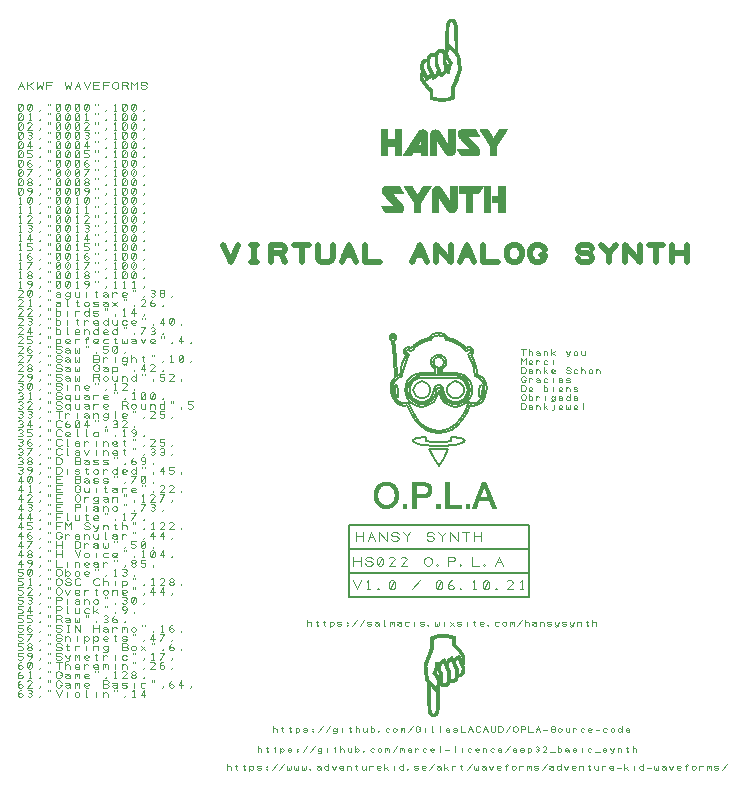
<source format=gbr>
G04 EasyPC Gerber Version 21.0.3 Build 4286 *
G04 #@! TF.Part,Single*
G04 #@! TF.FileFunction,Legend,Top *
G04 #@! TF.FilePolarity,Positive *
%FSLAX35Y35*%
%MOIN*%
%ADD73C,0.00100*%
%ADD72C,0.00394*%
%ADD29C,0.00500*%
%ADD100C,0.00591*%
%ADD107C,0.01969*%
X0Y0D02*
D02*
D29*
X157852Y134896D02*
X218089D01*
Y126628*
X157852*
Y134896*
Y142770D02*
X218089D01*
Y134896*
X157852*
Y142770*
Y150644D02*
X218089D01*
Y142770*
X157852*
Y150644*
D02*
D72*
X159459Y132287D02*
X160689Y129335D01*
X161919Y132287*
X163888Y129335D02*
X164872D01*
X164380D02*
Y132287D01*
X163888Y131795*
X167579Y129335D02*
X167825Y129581D01*
X167579Y129827*
X167333Y129581*
X167579Y129335*
X171516Y129581D02*
X172008Y129335D01*
X172500*
X172992Y129581*
X173238Y130073*
Y131549*
X172992Y132041*
X172500Y132287*
X172008*
X171516Y132041*
X171270Y131549*
Y130073*
X171516Y129581*
X172992Y132041*
X179144Y129335D02*
X181604Y132287D01*
X187264Y129581D02*
X187756Y129335D01*
X188248*
X188740Y129581*
X188986Y130073*
Y131549*
X188740Y132041*
X188248Y132287*
X187756*
X187264Y132041*
X187018Y131549*
Y130073*
X187264Y129581*
X188740Y132041*
X190955Y130073D02*
X191201Y130565D01*
X191693Y130811*
X192185*
X192677Y130565*
X192923Y130073*
X192677Y129581*
X192185Y129335*
X191693*
X191201Y129581*
X190955Y130073*
Y130811*
X191201Y131549*
X191693Y132041*
X192185Y132287*
X195138Y129335D02*
X195384Y129581D01*
X195138Y129827*
X194892Y129581*
X195138Y129335*
X199321D02*
X200305D01*
X199813D02*
Y132287D01*
X199321Y131795*
X203012Y129581D02*
X203504Y129335D01*
X203996*
X204488Y129581*
X204734Y130073*
Y131549*
X204488Y132041*
X203996Y132287*
X203504*
X203012Y132041*
X202766Y131549*
Y130073*
X203012Y129581*
X204488Y132041*
X206949Y129335D02*
X207195Y129581D01*
X206949Y129827*
X206703Y129581*
X206949Y129335*
X212608D02*
X210640D01*
X212362Y131057*
X212608Y131549*
X212362Y132041*
X211870Y132287*
X211132*
X210640Y132041*
X215069Y129335D02*
X216053D01*
X215561D02*
Y132287D01*
X215069Y131795*
X159459Y137209D02*
Y140161D01*
Y138685D02*
X161919D01*
Y137209D02*
Y140161D01*
X163396Y137947D02*
X163642Y137455D01*
X164134Y137209*
X165118*
X165610Y137455*
X165856Y137947*
X165610Y138439*
X165118Y138685*
X164134*
X163642Y138931*
X163396Y139423*
X163642Y139915*
X164134Y140161*
X165118*
X165610Y139915*
X165856Y139423*
X167579Y137455D02*
X168071Y137209D01*
X168563*
X169055Y137455*
X169301Y137947*
Y139423*
X169055Y139915*
X168563Y140161*
X168071*
X167579Y139915*
X167333Y139423*
Y137947*
X167579Y137455*
X169055Y139915*
X173238Y137209D02*
X171270D01*
X172992Y138931*
X173238Y139423*
X172992Y139915*
X172500Y140161*
X171762*
X171270Y139915*
X177175Y137209D02*
X175207D01*
X176929Y138931*
X177175Y139423*
X176929Y139915*
X176437Y140161*
X175699*
X175207Y139915*
X183081Y138193D02*
Y139177D01*
X183327Y139669*
X183573Y139915*
X184065Y140161*
X184557*
X185049Y139915*
X185295Y139669*
X185541Y139177*
Y138193*
X185295Y137701*
X185049Y137455*
X184557Y137209*
X184065*
X183573Y137455*
X183327Y137701*
X183081Y138193*
X187264Y137209D02*
X187510Y137455D01*
X187264Y137701*
X187018Y137455*
X187264Y137209*
X190955D02*
Y140161D01*
X192677*
X193169Y139915*
X193415Y139423*
X193169Y138931*
X192677Y138685*
X190955*
X195138Y137209D02*
X195384Y137455D01*
X195138Y137701*
X194892Y137455*
X195138Y137209*
X198829Y140161D02*
Y137209D01*
X201289*
X203012D02*
X203258Y137455D01*
X203012Y137701*
X202766Y137455*
X203012Y137209*
X206703D02*
X207933Y140161D01*
X209163Y137209*
X207195Y138439D02*
X208671D01*
X160246Y145476D02*
Y148429D01*
Y146953D02*
X162707D01*
Y145476D02*
Y148429D01*
X164183Y145476D02*
X165413Y148429D01*
X166644Y145476*
X164675Y146707D02*
X166152D01*
X168120Y145476D02*
Y148429D01*
X170581Y145476*
Y148429*
X172057Y146215D02*
X172303Y145722D01*
X172795Y145476*
X173780*
X174272Y145722*
X174518Y146215*
X174272Y146707*
X173780Y146953*
X172795*
X172303Y147199*
X172057Y147691*
X172303Y148183*
X172795Y148429*
X173780*
X174272Y148183*
X174518Y147691*
X177224Y145476D02*
Y146953D01*
X175994Y148429*
X177224Y146953D02*
X178455Y148429D01*
X183868Y146215D02*
X184114Y145722D01*
X184606Y145476*
X185591*
X186083Y145722*
X186329Y146215*
X186083Y146707*
X185591Y146953*
X184606*
X184114Y147199*
X183868Y147691*
X184114Y148183*
X184606Y148429*
X185591*
X186083Y148183*
X186329Y147691*
X189035Y145476D02*
Y146953D01*
X187805Y148429*
X189035Y146953D02*
X190266Y148429D01*
X191742Y145476D02*
Y148429D01*
X194203Y145476*
Y148429*
X196909Y145476D02*
Y148429D01*
X195679D02*
X198140D01*
X199616Y145476D02*
Y148429D01*
Y146953D02*
X202077D01*
Y145476D02*
Y148429D01*
D02*
D73*
X47616Y94063D02*
X47813Y94456D01*
X48207Y94653*
X48600*
X48994Y94456*
X49191Y94063*
X48994Y93669*
X48600Y93472*
X48207*
X47813Y93669*
X47616Y94063*
Y94653*
X47813Y95244*
X48207Y95637*
X48600Y95834*
X50963Y93669D02*
X51356Y93472D01*
X51750*
X52144Y93669*
X52341Y94063*
X52144Y94456*
X51750Y94653*
X51356*
X51750D02*
X52144Y94850D01*
X52341Y95244*
X52144Y95637*
X51750Y95834*
X51356*
X50963Y95637*
X54703Y93472D02*
X54900Y93669D01*
Y93866*
X57656Y95441D02*
Y95834D01*
X58443D02*
Y95441D01*
X60215Y95834D02*
X61199Y93472D01*
X62183Y95834*
X64152Y93472D02*
Y95047D01*
Y95637D02*
X66514Y94063*
X66711Y93669D01*
X67104Y93472*
X67498*
X67892Y93669*
X68089Y94063*
Y94456*
X67892Y94850*
X67498Y95047*
X67104*
X66711Y94850*
X66514Y94456*
Y94063*
X70648Y93472D02*
X70451D01*
Y95834*
X73600Y93472D02*
Y95047D01*
Y95637D02*
X75963Y93472*
Y95047D01*
Y94456D02*
X76159Y94850D01*
X76553Y95047*
X76947*
X77341Y94850*
X77537Y94456*
Y93472*
X79703Y95441D02*
Y95834D01*
X80490D02*
Y95441D01*
X83049Y93472D02*
X83246Y93669D01*
Y93866*
X85805Y93472D02*
X86593D01*
X86199D02*
Y95834D01*
X85805Y95441*
X89545Y93472D02*
Y95834D01*
X88561Y94259*
X90136*
X47616Y97163D02*
X47813Y97556D01*
X48207Y97753*
X48600*
X48994Y97556*
X49191Y97163*
X48994Y96769*
X48600Y96572*
X48207*
X47813Y96769*
X47616Y97163*
Y97753*
X47813Y98344*
X48207Y98737*
X48600Y98934*
X52341Y96572D02*
X50766D01*
X52144Y97950*
X52341Y98344*
X52144Y98737*
X51750Y98934*
X51159*
X50766Y98737*
X54703Y96572D02*
X54900Y96769D01*
Y96966*
X57656Y98541D02*
Y98934D01*
X58443D02*
Y98541D01*
X61593Y97556D02*
X62183D01*
Y97359*
X61986Y96966*
X61789Y96769*
X61396Y96572*
X61002*
X60608Y96769*
X60411Y96966*
X60215Y97359*
Y98147*
X60411Y98541*
X60608Y98737*
X61002Y98934*
X61396*
X61789Y98737*
X61986Y98541*
X62183Y98147*
X63364Y97950D02*
X63758Y98147D01*
X64348*
X64742Y97950*
X64939Y97556*
Y96966*
X64742Y96769*
X64348Y96572*
X63955*
X63561Y96769*
X63364Y96966*
Y97163*
X63561Y97359*
X63955Y97556*
X64348*
X64742Y97359*
X64939Y97163*
Y96966D02*
Y96572D01*
X66514D02*
Y98147D01*
Y97950D02*
X66711Y98147D01*
X67104*
X67301Y97950*
Y97359*
Y97950D02*
X67498Y98147D01*
X67892*
X68089Y97950*
Y96572*
X71238Y96769D02*
X71041Y96572D01*
X70648*
X70254*
X69860Y96769*
X69663Y97163*
Y97753*
X69860Y97950*
X70254Y98147*
X70648*
X71041Y97950*
X71238Y97753*
Y97556*
X71041Y97359*
X70648Y97163*
X70254*
X69860Y97359*
X69663Y97556*
X77341Y97753D02*
X77734Y97556D01*
X77931Y97163*
X77734Y96769*
X77341Y96572*
X75963*
Y98934*
X77341*
X77734Y98737*
X77931Y98344*
X77734Y97950*
X77341Y97753*
X75963*
X79112Y97950D02*
X79506Y98147D01*
X80096*
X80490Y97950*
X80687Y97556*
Y96966*
X80490Y96769*
X80096Y96572*
X79703*
X79309Y96769*
X79112Y96966*
Y97163*
X79309Y97359*
X79703Y97556*
X80096*
X80490Y97359*
X80687Y97163*
Y96966D02*
Y96572D01*
X82262Y96769D02*
X82656Y96572D01*
X83443*
X83837Y96769*
Y97163*
X83443Y97359*
X82656*
X82262Y97556*
Y97950*
X82656Y98147*
X83443*
X83837Y97950*
X86199Y96572D02*
Y98147D01*
Y98737D02*
X90136Y97950*
X89742Y98147D01*
X89152*
X88758Y97950*
X88561Y97556*
Y97163*
X88758Y96769*
X89152Y96572*
X89742*
X90136Y96769*
X92301Y98541D02*
Y98934D01*
X93089D02*
Y98541D01*
X95648Y96572D02*
X95844Y96769D01*
Y96966*
X98010Y97163D02*
X98207Y97556D01*
X98600Y97753*
X98994*
X99388Y97556*
X99585Y97163*
X99388Y96769*
X98994Y96572*
X98600*
X98207Y96769*
X98010Y97163*
Y97753*
X98207Y98344*
X98600Y98737*
X98994Y98934*
X102144Y96572D02*
Y98934D01*
X101159Y97359*
X102734*
X105096Y96572D02*
X105293Y96769D01*
Y96966*
X47616Y100263D02*
X47813Y100656D01*
X48207Y100853*
X48600*
X48994Y100656*
X49191Y100263*
X48994Y99869*
X48600Y99672*
X48207*
X47813Y99869*
X47616Y100263*
Y100853*
X47813Y101444*
X48207Y101837*
X48600Y102034*
X51159Y99672D02*
X51947D01*
X51553D02*
Y102034D01*
X51159Y101641*
X54703Y99672D02*
X54900Y99869D01*
Y100066*
X57656Y101641D02*
Y102034D01*
X58443D02*
Y101641D01*
X61593Y100656D02*
X62183D01*
Y100459*
X61986Y100066*
X61789Y99869*
X61396Y99672*
X61002*
X60608Y99869*
X60411Y100066*
X60215Y100459*
Y101247*
X60411Y101641*
X60608Y101837*
X61002Y102034*
X61396*
X61789Y101837*
X61986Y101641*
X62183Y101247*
X63364Y101050D02*
X63758Y101247D01*
X64348*
X64742Y101050*
X64939Y100656*
Y100066*
X64742Y99869*
X64348Y99672*
X63955*
X63561Y99869*
X63364Y100066*
Y100263*
X63561Y100459*
X63955Y100656*
X64348*
X64742Y100459*
X64939Y100263*
Y100066D02*
Y99672D01*
X66514D02*
Y101247D01*
Y101050D02*
X66711Y101247D01*
X67104*
X67301Y101050*
Y100459*
Y101050D02*
X67498Y101247D01*
X67892*
X68089Y101050*
Y99672*
X71238Y99869D02*
X71041Y99672D01*
X70648*
X70254*
X69860Y99869*
X69663Y100263*
Y100853*
X69860Y101050*
X70254Y101247*
X70648*
X71041Y101050*
X71238Y100853*
Y100656*
X71041Y100459*
X70648Y100263*
X70254*
X69860Y100459*
X69663Y100656*
X73404Y101641D02*
Y102034D01*
X74191D02*
Y101641D01*
X76750Y99672D02*
X76947Y99869D01*
Y100066*
X79506Y99672D02*
X80293D01*
X79900D02*
Y102034D01*
X79506Y101641*
X83837Y99672D02*
X82262D01*
X83640Y101050*
X83837Y101444*
X83640Y101837*
X83246Y102034*
X82656*
X82262Y101837*
X86002Y100853D02*
X86396D01*
X86789Y101050*
X86986Y101444*
X86789Y101837*
X86396Y102034*
X86002*
X85608Y101837*
X85411Y101444*
X85608Y101050*
X86002Y100853*
X85608Y100656*
X85411Y100263*
X85608Y99869*
X86002Y99672*
X86396*
X86789Y99869*
X86986Y100263*
X86789Y100656*
X86396Y100853*
X89348Y99672D02*
X89545Y99869D01*
Y100066*
X47616Y103363D02*
X47813Y103756D01*
X48207Y103953*
X48600*
X48994Y103756*
X49191Y103363*
X48994Y102969*
X48600Y102772*
X48207*
X47813Y102969*
X47616Y103363*
Y103953*
X47813Y104544*
X48207Y104937*
X48600Y105134*
X50963Y102969D02*
X51356Y102772D01*
X51750*
X52144Y102969*
X52341Y103363*
Y104544*
X52144Y104937*
X51750Y105134*
X51356*
X50963Y104937*
X50766Y104544*
Y103363*
X50963Y102969*
X52144Y104937*
X54703Y102772D02*
X54900Y102969D01*
Y103166*
X57656Y104741D02*
Y105134D01*
X58443D02*
Y104741D01*
X61199Y102772D02*
Y105134D01*
X60215D02*
X62183D01*
X63364Y102772D02*
Y105134D01*
Y103756D02*
X63561Y104150D01*
X63955Y104347*
X64348*
X64742Y104150*
X64939Y103756*
Y102772*
X68089Y102969D02*
X67892Y102772D01*
X67498*
X67104*
X66711Y102969*
X66514Y103363*
Y103953*
X66711Y104150*
X67104Y104347*
X67498*
X67892Y104150*
X68089Y103953*
Y103756*
X67892Y103559*
X67498Y103363*
X67104*
X66711Y103559*
X66514Y103756*
X69663Y102772D02*
Y104347D01*
Y103756D02*
X69860Y104150D01*
X70254Y104347*
X70648*
X71041Y104150*
X74388Y102969D02*
X74191Y102772D01*
X73797*
X73404*
X73010Y102969*
X72813Y103363*
Y103953*
X73010Y104150*
X73404Y104347*
X73797*
X74191Y104150*
X74388Y103953*
Y103756*
X74191Y103559*
X73797Y103363*
X73404*
X73010Y103559*
X72813Y103756*
X75963Y102772D02*
Y104347D01*
Y104150D02*
X76159Y104347D01*
X76553*
X76750Y104150*
Y103559*
Y104150D02*
X76947Y104347D01*
X77341*
X77537Y104150*
Y102772*
X79900D02*
Y104347D01*
Y104937D02*
X82262Y102772*
Y104347D01*
Y103756D02*
X82459Y104150D01*
X82852Y104347*
X83246*
X83640Y104150*
X83837Y103756*
Y102772*
X86002Y104741D02*
Y105134D01*
X86789D02*
Y104741D01*
X89348Y102772D02*
X89545Y102969D01*
Y103166*
X93285Y102772D02*
X91711D01*
X93089Y104150*
X93285Y104544*
X93089Y104937*
X92695Y105134*
X92104*
X91711Y104937*
X94860Y103363D02*
X95057Y103756D01*
X95451Y103953*
X95844*
X96238Y103756*
X96435Y103363*
X96238Y102969*
X95844Y102772*
X95451*
X95057Y102969*
X94860Y103363*
Y103953*
X95057Y104544*
X95451Y104937*
X95844Y105134*
X98797Y102772D02*
X98994Y102969D01*
Y103166*
X47616Y106069D02*
X48010Y105872D01*
X48600*
X48994Y106069*
X49191Y106463*
Y106659*
X48994Y107053*
X48600Y107250*
X47616*
Y108234*
X49191*
X51356Y105872D02*
X51750Y106069D01*
X52144Y106463*
X52341Y107053*
Y107644*
X52144Y108037*
X51750Y108234*
X51356*
X50963Y108037*
X50766Y107644*
X50963Y107250*
X51356Y107053*
X51750*
X52144Y107250*
X52341Y107644*
X54703Y105872D02*
X54900Y106069D01*
Y106266*
X57656Y107841D02*
Y108234D01*
X58443D02*
Y107841D01*
X60215Y106463D02*
X60411Y106069D01*
X60805Y105872*
X61593*
X61986Y106069*
X62183Y106463*
X61986Y106856*
X61593Y107053*
X60805*
X60411Y107250*
X60215Y107644*
X60411Y108037*
X60805Y108234*
X61593*
X61986Y108037*
X62183Y107644*
X63364Y107447D02*
X63561Y106659D01*
X63955Y106266*
X64348*
X64742Y106659*
X64939Y107447*
X64742Y106659D02*
X64545Y105872D01*
X64348Y105478*
X63955Y105281*
X63561Y105478*
X66514Y105872D02*
Y107447D01*
Y107250D02*
X66711Y107447D01*
X67104*
X67301Y107250*
Y106659*
Y107250D02*
X67498Y107447D01*
X67892*
X68089Y107250*
Y105872*
X71238Y106069D02*
X71041Y105872D01*
X70648*
X70254*
X69860Y106069*
X69663Y106463*
Y107053*
X69860Y107250*
X70254Y107447*
X70648*
X71041Y107250*
X71238Y107053*
Y106856*
X71041Y106659*
X70648Y106463*
X70254*
X69860Y106659*
X69663Y106856*
X73207Y107447D02*
X73994D01*
X73600Y107841D02*
Y106069D01*
X73797Y105872*
X73994*
X74191Y106069*
X75963Y105872D02*
Y107447D01*
Y106856D02*
X76159Y107250D01*
X76553Y107447*
X76947*
X77341Y107250*
X79900Y105872D02*
Y107447D01*
Y108037D02*
X83837Y107250*
X83443Y107447D01*
X82852*
X82459Y107250*
X82262Y106856*
Y106463*
X82459Y106069*
X82852Y105872*
X83443*
X83837Y106069*
X86002Y107841D02*
Y108234D01*
X86789D02*
Y107841D01*
X89348Y105872D02*
X89545Y106069D01*
Y106266*
X92104Y105872D02*
X92892D01*
X92498D02*
Y108234D01*
X92104Y107841*
X94860Y105872D02*
X96435Y108234D01*
X94860*
X98797Y105872D02*
X98994Y106069D01*
Y106266*
X47616Y109169D02*
X48010Y108972D01*
X48600*
X48994Y109169*
X49191Y109563*
Y109759*
X48994Y110153*
X48600Y110350*
X47616*
Y111334*
X49191*
X51356Y110153D02*
X51750D01*
X52144Y110350*
X52341Y110744*
X52144Y111137*
X51750Y111334*
X51356*
X50963Y111137*
X50766Y110744*
X50963Y110350*
X51356Y110153*
X50963Y109956*
X50766Y109563*
X50963Y109169*
X51356Y108972*
X51750*
X52144Y109169*
X52341Y109563*
X52144Y109956*
X51750Y110153*
X54703Y108972D02*
X54900Y109169D01*
Y109366*
X57656Y110941D02*
Y111334D01*
X58443D02*
Y110941D01*
X60215Y109563D02*
X60411Y109169D01*
X60805Y108972*
X61593*
X61986Y109169*
X62183Y109563*
X61986Y109956*
X61593Y110153*
X60805*
X60411Y110350*
X60215Y110744*
X60411Y111137*
X60805Y111334*
X61593*
X61986Y111137*
X62183Y110744*
X63758Y110547D02*
X64545D01*
X64152Y110941D02*
Y109169D01*
X64348Y108972*
X64545*
X64742Y109169*
X66514Y108972D02*
Y110547D01*
Y109956D02*
X66711Y110350D01*
X67104Y110547*
X67498*
X67892Y110350*
X70451Y108972D02*
Y110547D01*
Y111137D02*
X72813Y108972*
Y110547D01*
Y109956D02*
X73010Y110350D01*
X73404Y110547*
X73797*
X74191Y110350*
X74388Y109956*
Y108972*
X77537Y109956D02*
X77341Y110350D01*
X76947Y110547*
X76553*
X76159Y110350*
X75963Y109956*
Y109759*
X76159Y109366*
X76553Y109169*
X76947*
X77341Y109366*
X77537Y109759*
Y110547D02*
Y108972D01*
X77341Y108578*
X76947Y108381*
X76356*
X75963Y108578*
X83640Y110153D02*
X84033Y109956D01*
X84230Y109563*
X84033Y109169*
X83640Y108972*
X82262*
Y111334*
X83640*
X84033Y111137*
X84230Y110744*
X84033Y110350*
X83640Y110153*
X82262*
X85411Y109563D02*
X85608Y109169D01*
X86002Y108972*
X86396*
X86789Y109169*
X86986Y109563*
Y109956*
X86789Y110350*
X86396Y110547*
X86002*
X85608Y110350*
X85411Y109956*
Y109563*
X88561Y108972D02*
X90136Y110547D01*
Y108972D02*
X88561Y110547D01*
X92301Y110941D02*
Y111334D01*
X93089D02*
Y110941D01*
X95648Y108972D02*
X95844Y109169D01*
Y109366*
X98010Y109563D02*
X98207Y109956D01*
X98600Y110153*
X98994*
X99388Y109956*
X99585Y109563*
X99388Y109169*
X98994Y108972*
X98600*
X98207Y109169*
X98010Y109563*
Y110153*
X98207Y110744*
X98600Y111137*
X98994Y111334*
X101947Y108972D02*
X102144Y109169D01*
Y109366*
X47616Y112269D02*
X48010Y112072D01*
X48600*
X48994Y112269*
X49191Y112663*
Y112859*
X48994Y113253*
X48600Y113450*
X47616*
Y114434*
X49191*
X50766Y112072D02*
X52341Y114434D01*
X50766*
X54703Y112072D02*
X54900Y112269D01*
Y112466*
X57656Y114041D02*
Y114434D01*
X58443D02*
Y114041D01*
X60215Y112663D02*
X60411Y112269D01*
X60805Y112072*
X61593*
X61986Y112269*
X62183Y112663*
X61986Y113056*
X61593Y113253*
X60805*
X60411Y113450*
X60215Y113844*
X60411Y114237*
X60805Y114434*
X61593*
X61986Y114237*
X62183Y113844*
X63364Y112072D02*
Y113647D01*
Y113056D02*
X63561Y113450D01*
X63955Y113647*
X64348*
X64742Y113450*
X64939Y113056*
Y112072*
X67301D02*
Y113647D01*
Y114237D02*
X69663Y113647*
Y111481D01*
Y112663D02*
X69860Y112269D01*
X70254Y112072*
X70648*
X71041Y112269*
X71238Y112663*
Y113056*
X71041Y113450*
X70648Y113647*
X70254*
X69860Y113450*
X69663Y113056*
Y112663*
X72813Y113647D02*
Y111481D01*
Y112663D02*
X73010Y112269D01*
X73404Y112072*
X73797*
X74191Y112269*
X74388Y112663*
Y113056*
X74191Y113450*
X73797Y113647*
X73404*
X73010Y113450*
X72813Y113056*
Y112663*
X77537Y112269D02*
X77341Y112072D01*
X76947*
X76553*
X76159Y112269*
X75963Y112663*
Y113253*
X76159Y113450*
X76553Y113647*
X76947*
X77341Y113450*
X77537Y113253*
Y113056*
X77341Y112859*
X76947Y112663*
X76553*
X76159Y112859*
X75963Y113056*
X79506Y113647D02*
X80293D01*
X79900Y114041D02*
Y112269D01*
X80096Y112072*
X80293*
X80490Y112269*
X82262D02*
X82656Y112072D01*
X83443*
X83837Y112269*
Y112663*
X83443Y112859*
X82656*
X82262Y113056*
Y113450*
X82656Y113647*
X83443*
X83837Y113450*
X86002Y114041D02*
Y114434D01*
X86789D02*
Y114041D01*
X89348Y112072D02*
X89545Y112269D01*
Y112466*
X92695Y112072D02*
Y114434D01*
X91711Y112859*
X93285*
X94860Y112072D02*
X96435Y114434D01*
X94860*
X98797Y112072D02*
X98994Y112269D01*
Y112466*
X47616Y115369D02*
X48010Y115172D01*
X48600*
X48994Y115369*
X49191Y115763*
Y115959*
X48994Y116353*
X48600Y116550*
X47616*
Y117534*
X49191*
X50766Y115763D02*
X50963Y116156D01*
X51356Y116353*
X51750*
X52144Y116156*
X52341Y115763*
X52144Y115369*
X51750Y115172*
X51356*
X50963Y115369*
X50766Y115763*
Y116353*
X50963Y116944*
X51356Y117337*
X51750Y117534*
X54703Y115172D02*
X54900Y115369D01*
Y115566*
X57656Y117141D02*
Y117534D01*
X58443D02*
Y117141D01*
X60215Y115763D02*
X60411Y115369D01*
X60805Y115172*
X61593*
X61986Y115369*
X62183Y115763*
X61986Y116156*
X61593Y116353*
X60805*
X60411Y116550*
X60215Y116944*
X60411Y117337*
X60805Y117534*
X61593*
X61986Y117337*
X62183Y116944*
X63955Y115172D02*
X64742D01*
X64348D02*
Y117534D01*
X63955D02*
X64742D01*
X66514Y115172D02*
Y117534D01*
X68482Y115172*
Y117534*
X72813Y115172D02*
Y117534D01*
Y116353D02*
X74781D01*
Y115172D02*
Y117534D01*
X75963Y116550D02*
X76356Y116747D01*
X76947*
X77341Y116550*
X77537Y116156*
Y115566*
X77341Y115369*
X76947Y115172*
X76553*
X76159Y115369*
X75963Y115566*
Y115763*
X76159Y115959*
X76553Y116156*
X76947*
X77341Y115959*
X77537Y115763*
Y115566D02*
Y115172D01*
X79112D02*
Y116747D01*
Y116156D02*
X79309Y116550D01*
X79703Y116747*
X80096*
X80490Y116550*
X82262Y115172D02*
Y116747D01*
Y116550D02*
X82459Y116747D01*
X82852*
X83049Y116550*
Y115959*
Y116550D02*
X83246Y116747D01*
X83640*
X83837Y116550*
Y115172*
X85411Y115763D02*
X85608Y115369D01*
X86002Y115172*
X86396*
X86789Y115369*
X86986Y115763*
Y116156*
X86789Y116550*
X86396Y116747*
X86002*
X85608Y116550*
X85411Y116156*
Y115763*
X89152Y117141D02*
Y117534D01*
X89939D02*
Y117141D01*
X92498Y115172D02*
X92695Y115369D01*
Y115566*
X95254Y115172D02*
X96041D01*
X95648D02*
Y117534D01*
X95254Y117141*
X98010Y115763D02*
X98207Y116156D01*
X98600Y116353*
X98994*
X99388Y116156*
X99585Y115763*
X99388Y115369*
X98994Y115172*
X98600*
X98207Y115369*
X98010Y115763*
Y116353*
X98207Y116944*
X98600Y117337*
X98994Y117534*
X101947Y115172D02*
X102144Y115369D01*
Y115566*
X47616Y118469D02*
X48010Y118272D01*
X48600*
X48994Y118469*
X49191Y118863*
Y119059*
X48994Y119453*
X48600Y119650*
X47616*
Y120634*
X49191*
X50766Y118469D02*
X51159Y118272D01*
X51750*
X52144Y118469*
X52341Y118863*
Y119059*
X52144Y119453*
X51750Y119650*
X50766*
Y120634*
X52341*
X54703Y118272D02*
X54900Y118469D01*
Y118666*
X57656Y120241D02*
Y120634D01*
X58443D02*
Y120241D01*
X60215Y118272D02*
Y120634D01*
X61593*
X61986Y120437*
X62183Y120044*
X61986Y119650*
X61593Y119453*
X60215*
X61593D02*
X62183Y118272D01*
X63364Y119650D02*
X63758Y119847D01*
X64348*
X64742Y119650*
X64939Y119256*
Y118666*
X64742Y118469*
X64348Y118272*
X63955*
X63561Y118469*
X63364Y118666*
Y118863*
X63561Y119059*
X63955Y119256*
X64348*
X64742Y119059*
X64939Y118863*
Y118666D02*
Y118272D01*
X66514Y119847D02*
Y118469D01*
X66711Y118272*
X67104*
X67301Y118469*
Y119059*
Y118469D02*
X67498Y118272D01*
X67892*
X68089Y118469*
Y119847*
X70254Y120241D02*
Y120634D01*
X71041D02*
Y120241D01*
X73600Y118272D02*
X73797Y118469D01*
Y118666*
X76159Y118469D02*
X76553Y118272D01*
X76947*
X77341Y118469*
X77537Y118863*
X77341Y119256*
X76947Y119453*
X76553*
X76947D02*
X77341Y119650D01*
X77537Y120044*
X77341Y120437*
X76947Y120634*
X76553*
X76159Y120437*
X79112Y118863D02*
X79309Y119256D01*
X79703Y119453*
X80096*
X80490Y119256*
X80687Y118863*
X80490Y118469*
X80096Y118272*
X79703*
X79309Y118469*
X79112Y118863*
Y119453*
X79309Y120044*
X79703Y120437*
X80096Y120634*
X83049Y118272D02*
X83246Y118469D01*
Y118666*
X47616Y121569D02*
X48010Y121372D01*
X48600*
X48994Y121569*
X49191Y121963*
Y122159*
X48994Y122553*
X48600Y122750*
X47616*
Y123734*
X49191*
X51750Y121372D02*
Y123734D01*
X50766Y122159*
X52341*
X54703Y121372D02*
X54900Y121569D01*
Y121766*
X57656Y123341D02*
Y123734D01*
X58443D02*
Y123341D01*
X60215Y121372D02*
Y123734D01*
X61593*
X61986Y123537*
X62183Y123144*
X61986Y122750*
X61593Y122553*
X60215*
X64348Y121372D02*
X64152D01*
Y123734*
X66514Y122947D02*
Y121963D01*
X66711Y121569*
X67104Y121372*
X67498*
X67892Y121569*
X68089Y121963*
Y122947D02*
Y121372D01*
X71238Y122750D02*
X70844Y122947D01*
X70254*
X69860Y122750*
X69663Y122356*
Y121963*
X69860Y121569*
X70254Y121372*
X70844*
X71238Y121569*
X72813Y121372D02*
Y123734D01*
Y122159D02*
X73404D01*
X74388Y122947*
X73404Y122159D02*
X74388Y121372D01*
X76553Y123341D02*
Y123734D01*
X77341D02*
Y123341D01*
X79900Y121372D02*
X80096Y121569D01*
Y121766*
X82852Y121372D02*
X83246Y121569D01*
X83640Y121963*
X83837Y122553*
Y123144*
X83640Y123537*
X83246Y123734*
X82852*
X82459Y123537*
X82262Y123144*
X82459Y122750*
X82852Y122553*
X83246*
X83640Y122750*
X83837Y123144*
X86199Y121372D02*
X86396Y121569D01*
Y121766*
X47616Y124669D02*
X48010Y124472D01*
X48600*
X48994Y124669*
X49191Y125063*
Y125259*
X48994Y125653*
X48600Y125850*
X47616*
Y126834*
X49191*
X50963Y124669D02*
X51356Y124472D01*
X51750*
X52144Y124669*
X52341Y125063*
X52144Y125456*
X51750Y125653*
X51356*
X51750D02*
X52144Y125850D01*
X52341Y126244*
X52144Y126637*
X51750Y126834*
X51356*
X50963Y126637*
X54703Y124472D02*
X54900Y124669D01*
Y124866*
X57656Y126441D02*
Y126834D01*
X58443D02*
Y126441D01*
X60215Y124472D02*
Y126834D01*
X61593*
X61986Y126637*
X62183Y126244*
X61986Y125850*
X61593Y125653*
X60215*
X64152Y124472D02*
Y126047D01*
Y126637D02*
X66514Y125850*
X66907Y126047D01*
X67498*
X67892Y125850*
X68089Y125456*
Y124866*
X67892Y124669*
X67498Y124472*
X67104*
X66711Y124669*
X66514Y124866*
Y125063*
X66711Y125259*
X67104Y125456*
X67498*
X67892Y125259*
X68089Y125063*
Y124866D02*
Y124472D01*
X69663D02*
Y126047D01*
Y125456D02*
X69860Y125850D01*
X70254Y126047*
X70648*
X71041Y125850*
X71238Y125456*
Y124472*
X72813Y125063D02*
X73010Y124669D01*
X73404Y124472*
X73797*
X74191Y124669*
X74388Y125063*
Y125456*
X74191Y125850*
X73797Y126047*
X73404*
X73010Y125850*
X72813Y125456*
Y125063*
X76553Y126441D02*
Y126834D01*
X77341D02*
Y126441D01*
X79900Y124472D02*
X80096Y124669D01*
Y124866*
X82459Y124669D02*
X82852Y124472D01*
X83246*
X83640Y124669*
X83837Y125063*
X83640Y125456*
X83246Y125653*
X82852*
X83246D02*
X83640Y125850D01*
X83837Y126244*
X83640Y126637*
X83246Y126834*
X82852*
X82459Y126637*
X85608Y124669D02*
X86002Y124472D01*
X86396*
X86789Y124669*
X86986Y125063*
Y126244*
X86789Y126637*
X86396Y126834*
X86002*
X85608Y126637*
X85411Y126244*
Y125063*
X85608Y124669*
X86789Y126637*
X89348Y124472D02*
X89545Y124669D01*
Y124866*
X47616Y127769D02*
X48010Y127572D01*
X48600*
X48994Y127769*
X49191Y128163*
Y128359*
X48994Y128753*
X48600Y128950*
X47616*
Y129934*
X49191*
X52341Y127572D02*
X50766D01*
X52144Y128950*
X52341Y129344*
X52144Y129737*
X51750Y129934*
X51159*
X50766Y129737*
X54703Y127572D02*
X54900Y127769D01*
Y127966*
X57656Y129541D02*
Y129934D01*
X58443D02*
Y129541D01*
X60215Y128359D02*
Y129147D01*
X60411Y129541*
X60608Y129737*
X61002Y129934*
X61396*
X61789Y129737*
X61986Y129541*
X62183Y129147*
Y128359*
X61986Y127966*
X61789Y127769*
X61396Y127572*
X61002*
X60608Y127769*
X60411Y127966*
X60215Y128359*
X63364Y129147D02*
X64152Y127572D01*
X64939Y129147*
X68089Y127769D02*
X67892Y127572D01*
X67498*
X67104*
X66711Y127769*
X66514Y128163*
Y128753*
X66711Y128950*
X67104Y129147*
X67498*
X67892Y128950*
X68089Y128753*
Y128556*
X67892Y128359*
X67498Y128163*
X67104*
X66711Y128359*
X66514Y128556*
X69663Y127572D02*
Y129147D01*
Y128556D02*
X69860Y128950D01*
X70254Y129147*
X70648*
X71041Y128950*
X73207Y129147D02*
X73994D01*
X73600Y129541D02*
Y127769D01*
X73797Y127572*
X73994*
X74191Y127769*
X75963Y128163D02*
X76159Y127769D01*
X76553Y127572*
X76947*
X77341Y127769*
X77537Y128163*
Y128556*
X77341Y128950*
X76947Y129147*
X76553*
X76159Y128950*
X75963Y128556*
Y128163*
X79112Y127572D02*
Y129147D01*
Y128556D02*
X79309Y128950D01*
X79703Y129147*
X80096*
X80490Y128950*
X80687Y128556*
Y127572*
X83837Y127769D02*
X83640Y127572D01*
X83246*
X82852*
X82459Y127769*
X82262Y128163*
Y128753*
X82459Y128950*
X82852Y129147*
X83246*
X83640Y128950*
X83837Y128753*
Y128556*
X83640Y128359*
X83246Y128163*
X82852*
X82459Y128359*
X82262Y128556*
X86002Y129541D02*
Y129934D01*
X86789D02*
Y129541D01*
X89348Y127572D02*
X89545Y127769D01*
Y127966*
X92695Y127572D02*
Y129934D01*
X91711Y128359*
X93285*
X95844Y127572D02*
Y129934D01*
X94860Y128359*
X96435*
X98797Y127572D02*
X98994Y127769D01*
Y127966*
X47616Y130869D02*
X48010Y130672D01*
X48600*
X48994Y130869*
X49191Y131263*
Y131459*
X48994Y131853*
X48600Y132050*
X47616*
Y133034*
X49191*
X51159Y130672D02*
X51947D01*
X51553D02*
Y133034D01*
X51159Y132641*
X54703Y130672D02*
X54900Y130869D01*
Y131066*
X57656Y132641D02*
Y133034D01*
X58443D02*
Y132641D01*
X60215Y131459D02*
Y132247D01*
X60411Y132641*
X60608Y132837*
X61002Y133034*
X61396*
X61789Y132837*
X61986Y132641*
X62183Y132247*
Y131459*
X61986Y131066*
X61789Y130869*
X61396Y130672*
X61002*
X60608Y130869*
X60411Y131066*
X60215Y131459*
X63364Y131263D02*
X63561Y130869D01*
X63955Y130672*
X64742*
X65136Y130869*
X65333Y131263*
X65136Y131656*
X64742Y131853*
X63955*
X63561Y132050*
X63364Y132444*
X63561Y132837*
X63955Y133034*
X64742*
X65136Y132837*
X65333Y132444*
X68482Y131066D02*
X68285Y130869D01*
X67892Y130672*
X67301*
X66907Y130869*
X66711Y131066*
X66514Y131459*
Y132247*
X66711Y132641*
X66907Y132837*
X67301Y133034*
X67892*
X68285Y132837*
X68482Y132641*
X74781Y131066D02*
X74585Y130869D01*
X74191Y130672*
X73600*
X73207Y130869*
X73010Y131066*
X72813Y131459*
Y132247*
X73010Y132641*
X73207Y132837*
X73600Y133034*
X74191*
X74585Y132837*
X74781Y132641*
X75963Y130672D02*
Y133034D01*
Y131656D02*
X76159Y132050D01*
X76553Y132247*
X76947*
X77341Y132050*
X77537Y131656*
Y130672*
X79900D02*
Y132247D01*
Y132837D02*
X82262Y132247*
Y130081D01*
Y131263D02*
X82459Y130869D01*
X82852Y130672*
X83246*
X83640Y130869*
X83837Y131263*
Y131656*
X83640Y132050*
X83246Y132247*
X82852*
X82459Y132050*
X82262Y131656*
Y131263*
X86002Y132641D02*
Y133034D01*
X86789D02*
Y132641D01*
X89348Y130672D02*
X89545Y130869D01*
Y131066*
X92104Y130672D02*
X92892D01*
X92498D02*
Y133034D01*
X92104Y132641*
X96435Y130672D02*
X94860D01*
X96238Y132050*
X96435Y132444*
X96238Y132837*
X95844Y133034*
X95254*
X94860Y132837*
X98600Y131853D02*
X98994D01*
X99388Y132050*
X99585Y132444*
X99388Y132837*
X98994Y133034*
X98600*
X98207Y132837*
X98010Y132444*
X98207Y132050*
X98600Y131853*
X98207Y131656*
X98010Y131263*
X98207Y130869*
X98600Y130672*
X98994*
X99388Y130869*
X99585Y131263*
X99388Y131656*
X98994Y131853*
X101947Y130672D02*
X102144Y130869D01*
Y131066*
X47616Y133969D02*
X48010Y133772D01*
X48600*
X48994Y133969*
X49191Y134363*
Y134559*
X48994Y134953*
X48600Y135150*
X47616*
Y136134*
X49191*
X50963Y133969D02*
X51356Y133772D01*
X51750*
X52144Y133969*
X52341Y134363*
Y135544*
X52144Y135937*
X51750Y136134*
X51356*
X50963Y135937*
X50766Y135544*
Y134363*
X50963Y133969*
X52144Y135937*
X54703Y133772D02*
X54900Y133969D01*
Y134166*
X57656Y135741D02*
Y136134D01*
X58443D02*
Y135741D01*
X60215Y134559D02*
Y135347D01*
X60411Y135741*
X60608Y135937*
X61002Y136134*
X61396*
X61789Y135937*
X61986Y135741*
X62183Y135347*
Y134559*
X61986Y134166*
X61789Y133969*
X61396Y133772*
X61002*
X60608Y133969*
X60411Y134166*
X60215Y134559*
X63364Y134363D02*
X63561Y133969D01*
X63955Y133772*
X64348*
X64742Y133969*
X64939Y134363*
Y134756*
X64742Y135150*
X64348Y135347*
X63955*
X63561Y135150*
X63364Y134756*
Y133772D02*
Y136134D01*
X66514Y134363D02*
X66711Y133969D01*
X67104Y133772*
X67498*
X67892Y133969*
X68089Y134363*
Y134756*
X67892Y135150*
X67498Y135347*
X67104*
X66711Y135150*
X66514Y134756*
Y134363*
X71238Y133969D02*
X71041Y133772D01*
X70648*
X70254*
X69860Y133969*
X69663Y134363*
Y134953*
X69860Y135150*
X70254Y135347*
X70648*
X71041Y135150*
X71238Y134953*
Y134756*
X71041Y134559*
X70648Y134363*
X70254*
X69860Y134559*
X69663Y134756*
X73404Y135741D02*
Y136134D01*
X74191D02*
Y135741D01*
X76750Y133772D02*
X76947Y133969D01*
Y134166*
X79506Y133772D02*
X80293D01*
X79900D02*
Y136134D01*
X79506Y135741*
X82459Y133969D02*
X82852Y133772D01*
X83246*
X83640Y133969*
X83837Y134363*
X83640Y134756*
X83246Y134953*
X82852*
X83246D02*
X83640Y135150D01*
X83837Y135544*
X83640Y135937*
X83246Y136134*
X82852*
X82459Y135937*
X86199Y133772D02*
X86396Y133969D01*
Y134166*
X48600Y136872D02*
Y139234D01*
X47616Y137659*
X49191*
X51356Y136872D02*
X51750Y137069D01*
X52144Y137463*
X52341Y138053*
Y138644*
X52144Y139037*
X51750Y139234*
X51356*
X50963Y139037*
X50766Y138644*
X50963Y138250*
X51356Y138053*
X51750*
X52144Y138250*
X52341Y138644*
X54703Y136872D02*
X54900Y137069D01*
Y137266*
X57656Y138841D02*
Y139234D01*
X58443D02*
Y138841D01*
X60215Y139234D02*
Y136872D01*
X62183*
X64152D02*
Y138447D01*
Y139037D02*
X66514Y136872*
Y138447D01*
Y137856D02*
X66711Y138250D01*
X67104Y138447*
X67498*
X67892Y138250*
X68089Y137856*
Y136872*
X71238Y137069D02*
X71041Y136872D01*
X70648*
X70254*
X69860Y137069*
X69663Y137463*
Y138053*
X69860Y138250*
X70254Y138447*
X70648*
X71041Y138250*
X71238Y138053*
Y137856*
X71041Y137659*
X70648Y137463*
X70254*
X69860Y137659*
X69663Y137856*
X72813Y138250D02*
X73207Y138447D01*
X73797*
X74191Y138250*
X74388Y137856*
Y137266*
X74191Y137069*
X73797Y136872*
X73404*
X73010Y137069*
X72813Y137266*
Y137463*
X73010Y137659*
X73404Y137856*
X73797*
X74191Y137659*
X74388Y137463*
Y137266D02*
Y136872D01*
X75963D02*
Y138447D01*
Y137856D02*
X76159Y138250D01*
X76553Y138447*
X76947*
X77341Y138250*
X79703Y138841D02*
Y139234D01*
X80490D02*
Y138841D01*
X83049Y136872D02*
X83246Y137069D01*
Y137266*
X86002Y138053D02*
X86396D01*
X86789Y138250*
X86986Y138644*
X86789Y139037*
X86396Y139234*
X86002*
X85608Y139037*
X85411Y138644*
X85608Y138250*
X86002Y138053*
X85608Y137856*
X85411Y137463*
X85608Y137069*
X86002Y136872*
X86396*
X86789Y137069*
X86986Y137463*
X86789Y137856*
X86396Y138053*
X88561Y137069D02*
X88955Y136872D01*
X89545*
X89939Y137069*
X90136Y137463*
Y137659*
X89939Y138053*
X89545Y138250*
X88561*
Y139234*
X90136*
X92498Y136872D02*
X92695Y137069D01*
Y137266*
X48600Y139972D02*
Y142334D01*
X47616Y140759*
X49191*
X51356Y141153D02*
X51750D01*
X52144Y141350*
X52341Y141744*
X52144Y142137*
X51750Y142334*
X51356*
X50963Y142137*
X50766Y141744*
X50963Y141350*
X51356Y141153*
X50963Y140956*
X50766Y140563*
X50963Y140169*
X51356Y139972*
X51750*
X52144Y140169*
X52341Y140563*
X52144Y140956*
X51750Y141153*
X54703Y139972D02*
X54900Y140169D01*
Y140366*
X57656Y141941D02*
Y142334D01*
X58443D02*
Y141941D01*
X60215Y139972D02*
Y142334D01*
Y141153D02*
X62183D01*
Y139972D02*
Y142334D01*
X66514D02*
X67498Y139972D01*
X68482Y142334*
X69663Y140563D02*
X69860Y140169D01*
X70254Y139972*
X70648*
X71041Y140169*
X71238Y140563*
Y140956*
X71041Y141350*
X70648Y141547*
X70254*
X69860Y141350*
X69663Y140956*
Y140563*
X73600Y139972D02*
Y141547D01*
Y142137D02*
X77537Y141350*
X77144Y141547D01*
X76553*
X76159Y141350*
X75963Y140956*
Y140563*
X76159Y140169*
X76553Y139972*
X77144*
X77537Y140169*
X80687D02*
X80490Y139972D01*
X80096*
X79703*
X79309Y140169*
X79112Y140563*
Y141153*
X79309Y141350*
X79703Y141547*
X80096*
X80490Y141350*
X80687Y141153*
Y140956*
X80490Y140759*
X80096Y140563*
X79703*
X79309Y140759*
X79112Y140956*
X82852Y141941D02*
Y142334D01*
X83640D02*
Y141941D01*
X86199Y139972D02*
X86396Y140169D01*
Y140366*
X88955Y139972D02*
X89742D01*
X89348D02*
Y142334D01*
X88955Y141941*
X91907Y140169D02*
X92301Y139972D01*
X92695*
X93089Y140169*
X93285Y140563*
Y141744*
X93089Y142137*
X92695Y142334*
X92301*
X91907Y142137*
X91711Y141744*
Y140563*
X91907Y140169*
X93089Y142137*
X95844Y139972D02*
Y142334D01*
X94860Y140759*
X96435*
X98797Y139972D02*
X98994Y140169D01*
Y140366*
X48600Y143072D02*
Y145434D01*
X47616Y143859*
X49191*
X50766Y143072D02*
X52341Y145434D01*
X50766*
X54703Y143072D02*
X54900Y143269D01*
Y143466*
X57656Y145041D02*
Y145434D01*
X58443D02*
Y145041D01*
X60215Y143072D02*
Y145434D01*
Y144253D02*
X62183D01*
Y143072D02*
Y145434D01*
X66514Y143072D02*
Y145434D01*
X67695*
X68089Y145237*
X68285Y145041*
X68482Y144647*
Y143859*
X68285Y143466*
X68089Y143269*
X67695Y143072*
X66514*
X69663D02*
Y144647D01*
Y144056D02*
X69860Y144450D01*
X70254Y144647*
X70648*
X71041Y144450*
X72813D02*
X73207Y144647D01*
X73797*
X74191Y144450*
X74388Y144056*
Y143466*
X74191Y143269*
X73797Y143072*
X73404*
X73010Y143269*
X72813Y143466*
Y143663*
X73010Y143859*
X73404Y144056*
X73797*
X74191Y143859*
X74388Y143663*
Y143466D02*
Y143072D01*
X75963Y144647D02*
Y143269D01*
X76159Y143072*
X76553*
X76750Y143269*
Y143859*
Y143269D02*
X76947Y143072D01*
X77341*
X77537Y143269*
Y144647*
X79703Y145041D02*
Y145434D01*
X80490D02*
Y145041D01*
X83049Y143072D02*
X83246Y143269D01*
Y143466*
X85411Y143269D02*
X85805Y143072D01*
X86396*
X86789Y143269*
X86986Y143663*
Y143859*
X86789Y144253*
X86396Y144450*
X85411*
Y145434*
X86986*
X88758Y143269D02*
X89152Y143072D01*
X89545*
X89939Y143269*
X90136Y143663*
Y144844*
X89939Y145237*
X89545Y145434*
X89152*
X88758Y145237*
X88561Y144844*
Y143663*
X88758Y143269*
X89939Y145237*
X92498Y143072D02*
X92695Y143269D01*
Y143466*
X48600Y146172D02*
Y148534D01*
X47616Y146959*
X49191*
X50766Y146763D02*
X50963Y147156D01*
X51356Y147353*
X51750*
X52144Y147156*
X52341Y146763*
X52144Y146369*
X51750Y146172*
X51356*
X50963Y146369*
X50766Y146763*
Y147353*
X50963Y147944*
X51356Y148337*
X51750Y148534*
X54703Y146172D02*
X54900Y146369D01*
Y146566*
X57656Y148141D02*
Y148534D01*
X58443D02*
Y148141D01*
X61593Y147156D02*
X62183D01*
Y146959*
X61986Y146566*
X61789Y146369*
X61396Y146172*
X61002*
X60608Y146369*
X60411Y146566*
X60215Y146959*
Y147747*
X60411Y148141*
X60608Y148337*
X61002Y148534*
X61396*
X61789Y148337*
X61986Y148141*
X62183Y147747*
X63364Y146172D02*
Y147747D01*
Y147156D02*
X63561Y147550D01*
X63955Y147747*
X64348*
X64742Y147550*
X66514D02*
X66907Y147747D01*
X67498*
X67892Y147550*
X68089Y147156*
Y146566*
X67892Y146369*
X67498Y146172*
X67104*
X66711Y146369*
X66514Y146566*
Y146763*
X66711Y146959*
X67104Y147156*
X67498*
X67892Y146959*
X68089Y146763*
Y146566D02*
Y146172D01*
X69663D02*
Y147747D01*
Y147156D02*
X69860Y147550D01*
X70254Y147747*
X70648*
X71041Y147550*
X71238Y147156*
Y146172*
X72813Y147747D02*
Y146763D01*
X73010Y146369*
X73404Y146172*
X73797*
X74191Y146369*
X74388Y146763*
Y147747D02*
Y146172D01*
X76947D02*
X76750D01*
Y148534*
X79112Y147550D02*
X79506Y147747D01*
X80096*
X80490Y147550*
X80687Y147156*
Y146566*
X80490Y146369*
X80096Y146172*
X79703*
X79309Y146369*
X79112Y146566*
Y146763*
X79309Y146959*
X79703Y147156*
X80096*
X80490Y146959*
X80687Y146763*
Y146566D02*
Y146172D01*
X82262D02*
Y147747D01*
Y147156D02*
X82459Y147550D01*
X82852Y147747*
X83246*
X83640Y147550*
X86002Y148141D02*
Y148534D01*
X86789D02*
Y148141D01*
X89348Y146172D02*
X89545Y146369D01*
Y146566*
X92695Y146172D02*
Y148534D01*
X91711Y146959*
X93285*
X95844Y146172D02*
Y148534D01*
X94860Y146959*
X96435*
X98797Y146172D02*
X98994Y146369D01*
Y146566*
X48600Y149272D02*
Y151634D01*
X47616Y150059*
X49191*
X50766Y149469D02*
X51159Y149272D01*
X51750*
X52144Y149469*
X52341Y149863*
Y150059*
X52144Y150453*
X51750Y150650*
X50766*
Y151634*
X52341*
X54703Y149272D02*
X54900Y149469D01*
Y149666*
X57656Y151241D02*
Y151634D01*
X58443D02*
Y151241D01*
X60215Y149272D02*
Y151634D01*
X62183*
X61789Y150453D02*
X60215D01*
X63364Y149272D02*
Y151634D01*
X64348Y150453*
X65333Y151634*
Y149272*
X69663Y149863D02*
X69860Y149469D01*
X70254Y149272*
X71041*
X71435Y149469*
X71632Y149863*
X71435Y150256*
X71041Y150453*
X70254*
X69860Y150650*
X69663Y151044*
X69860Y151437*
X70254Y151634*
X71041*
X71435Y151437*
X71632Y151044*
X72813Y150847D02*
X73010Y150059D01*
X73404Y149666*
X73797*
X74191Y150059*
X74388Y150847*
X74191Y150059D02*
X73994Y149272D01*
X73797Y148878*
X73404Y148681*
X73010Y148878*
X75963Y149272D02*
Y150847D01*
Y150256D02*
X76159Y150650D01*
X76553Y150847*
X76947*
X77341Y150650*
X77537Y150256*
Y149272*
X79506Y150847D02*
X80293D01*
X79900Y151241D02*
Y149469D01*
X80096Y149272*
X80293*
X80490Y149469*
X82262Y149272D02*
Y151634D01*
Y150256D02*
X82459Y150650D01*
X82852Y150847*
X83246*
X83640Y150650*
X83837Y150256*
Y149272*
X86002Y151241D02*
Y151634D01*
X86789D02*
Y151241D01*
X89348Y149272D02*
X89545Y149469D01*
Y149666*
X92104Y149272D02*
X92892D01*
X92498D02*
Y151634D01*
X92104Y151241*
X96435Y149272D02*
X94860D01*
X96238Y150650*
X96435Y151044*
X96238Y151437*
X95844Y151634*
X95254*
X94860Y151437*
X99585Y149272D02*
X98010D01*
X99388Y150650*
X99585Y151044*
X99388Y151437*
X98994Y151634*
X98404*
X98010Y151437*
X101947Y149272D02*
X102144Y149469D01*
Y149666*
X48600Y152372D02*
Y154734D01*
X47616Y153159*
X49191*
X51750Y152372D02*
Y154734D01*
X50766Y153159*
X52341*
X54703Y152372D02*
X54900Y152569D01*
Y152766*
X57656Y154341D02*
Y154734D01*
X58443D02*
Y154341D01*
X60215Y152372D02*
Y154734D01*
X62183*
X61789Y153553D02*
X60215D01*
X64348Y152372D02*
X64152D01*
Y154734*
X66514Y153947D02*
Y152963D01*
X66711Y152569*
X67104Y152372*
X67498*
X67892Y152569*
X68089Y152963*
Y153947D02*
Y152372D01*
X70057Y153947D02*
X70844D01*
X70451Y154341D02*
Y152569D01*
X70648Y152372*
X70844*
X71041Y152569*
X74388D02*
X74191Y152372D01*
X73797*
X73404*
X73010Y152569*
X72813Y152963*
Y153553*
X73010Y153750*
X73404Y153947*
X73797*
X74191Y153750*
X74388Y153553*
Y153356*
X74191Y153159*
X73797Y152963*
X73404*
X73010Y153159*
X72813Y153356*
X76553Y154341D02*
Y154734D01*
X77341D02*
Y154341D01*
X79900Y152372D02*
X80096Y152569D01*
Y152766*
X82656Y152372D02*
X83443D01*
X83049D02*
Y154734D01*
X82656Y154341*
X85411Y152372D02*
X86986Y154734D01*
X85411*
X89348Y152372D02*
X89545Y152569D01*
Y152766*
X48600Y155472D02*
Y157834D01*
X47616Y156259*
X49191*
X50963Y155669D02*
X51356Y155472D01*
X51750*
X52144Y155669*
X52341Y156063*
X52144Y156456*
X51750Y156653*
X51356*
X51750D02*
X52144Y156850D01*
X52341Y157244*
X52144Y157637*
X51750Y157834*
X51356*
X50963Y157637*
X54703Y155472D02*
X54900Y155669D01*
Y155866*
X57656Y157441D02*
Y157834D01*
X58443D02*
Y157441D01*
X60215Y155472D02*
Y157834D01*
X62183*
X61789Y156653D02*
X60215D01*
Y155472D02*
X62183D01*
X66514D02*
Y157834D01*
X67892*
X68285Y157637*
X68482Y157244*
X68285Y156850*
X67892Y156653*
X66514*
X70451Y155472D02*
Y157047D01*
Y157637D02*
X72813Y156850*
X73207Y157047D01*
X73797*
X74191Y156850*
X74388Y156456*
Y155866*
X74191Y155669*
X73797Y155472*
X73404*
X73010Y155669*
X72813Y155866*
Y156063*
X73010Y156259*
X73404Y156456*
X73797*
X74191Y156259*
X74388Y156063*
Y155866D02*
Y155472D01*
X75963D02*
Y157047D01*
Y156456D02*
X76159Y156850D01*
X76553Y157047*
X76947*
X77341Y156850*
X77537Y156456*
Y155472*
X79112Y156063D02*
X79309Y155669D01*
X79703Y155472*
X80096*
X80490Y155669*
X80687Y156063*
Y156456*
X80490Y156850*
X80096Y157047*
X79703*
X79309Y156850*
X79112Y156456*
Y156063*
X82852Y157441D02*
Y157834D01*
X83640D02*
Y157441D01*
X86199Y155472D02*
X86396Y155669D01*
Y155866*
X88561Y155472D02*
X90136Y157834D01*
X88561*
X91907Y155669D02*
X92301Y155472D01*
X92695*
X93089Y155669*
X93285Y156063*
X93089Y156456*
X92695Y156653*
X92301*
X92695D02*
X93089Y156850D01*
X93285Y157244*
X93089Y157637*
X92695Y157834*
X92301*
X91907Y157637*
X95648Y155472D02*
X95844Y155669D01*
Y155866*
X48600Y158572D02*
Y160934D01*
X47616Y159359*
X49191*
X52341Y158572D02*
X50766D01*
X52144Y159950*
X52341Y160344*
X52144Y160737*
X51750Y160934*
X51159*
X50766Y160737*
X54703Y158572D02*
X54900Y158769D01*
Y158966*
X57656Y160541D02*
Y160934D01*
X58443D02*
Y160541D01*
X60215Y158572D02*
Y160934D01*
X62183*
X61789Y159753D02*
X60215D01*
Y158572D02*
X62183D01*
X66514Y159359D02*
Y160147D01*
X66711Y160541*
X66907Y160737*
X67301Y160934*
X67695*
X68089Y160737*
X68285Y160541*
X68482Y160147*
Y159359*
X68285Y158966*
X68089Y158769*
X67695Y158572*
X67301*
X66907Y158769*
X66711Y158966*
X66514Y159359*
X69663Y158572D02*
Y160147D01*
Y159556D02*
X69860Y159950D01*
X70254Y160147*
X70648*
X71041Y159950*
X74388Y159556D02*
X74191Y159950D01*
X73797Y160147*
X73404*
X73010Y159950*
X72813Y159556*
Y159359*
X73010Y158966*
X73404Y158769*
X73797*
X74191Y158966*
X74388Y159359*
Y160147D02*
Y158572D01*
X74191Y158178*
X73797Y157981*
X73207*
X72813Y158178*
X75963Y159950D02*
X76356Y160147D01*
X76947*
X77341Y159950*
X77537Y159556*
Y158966*
X77341Y158769*
X76947Y158572*
X76553*
X76159Y158769*
X75963Y158966*
Y159163*
X76159Y159359*
X76553Y159556*
X76947*
X77341Y159359*
X77537Y159163*
Y158966D02*
Y158572D01*
X79112D02*
Y160147D01*
Y159556D02*
X79309Y159950D01*
X79703Y160147*
X80096*
X80490Y159950*
X80687Y159556*
Y158572*
X82852Y160541D02*
Y160934D01*
X83640D02*
Y160541D01*
X86199Y158572D02*
X86396Y158769D01*
Y158966*
X88955Y158572D02*
X89742D01*
X89348D02*
Y160934D01*
X88955Y160541*
X93285Y158572D02*
X91711D01*
X93089Y159950*
X93285Y160344*
X93089Y160737*
X92695Y160934*
X92104*
X91711Y160737*
X94860Y158572D02*
X96435Y160934D01*
X94860*
X98797Y158572D02*
X98994Y158769D01*
Y158966*
X48600Y161672D02*
Y164034D01*
X47616Y162459*
X49191*
X51159Y161672D02*
X51947D01*
X51553D02*
Y164034D01*
X51159Y163641*
X54703Y161672D02*
X54900Y161869D01*
Y162066*
X57656Y163641D02*
Y164034D01*
X58443D02*
Y163641D01*
X60215Y161672D02*
Y164034D01*
X62183*
X61789Y162853D02*
X60215D01*
Y161672D02*
X62183D01*
X67892Y162656D02*
X68482D01*
Y162459*
X68285Y162066*
X68089Y161869*
X67695Y161672*
X67301*
X66907Y161869*
X66711Y162066*
X66514Y162459*
Y163247*
X66711Y163641*
X66907Y163837*
X67301Y164034*
X67695*
X68089Y163837*
X68285Y163641*
X68482Y163247*
X69663D02*
Y162263D01*
X69860Y161869*
X70254Y161672*
X70648*
X71041Y161869*
X71238Y162263*
Y163247D02*
Y161672D01*
X73600D02*
Y163247D01*
Y163837D02*
X76356Y163247*
X77144D01*
X76750Y163641D02*
Y161869D01*
X76947Y161672*
X77144*
X77341Y161869*
X79112Y163050D02*
X79506Y163247D01*
X80096*
X80490Y163050*
X80687Y162656*
Y162066*
X80490Y161869*
X80096Y161672*
X79703*
X79309Y161869*
X79112Y162066*
Y162263*
X79309Y162459*
X79703Y162656*
X80096*
X80490Y162459*
X80687Y162263*
Y162066D02*
Y161672D01*
X82262D02*
Y163247D01*
Y162656D02*
X82459Y163050D01*
X82852Y163247*
X83246*
X83640Y163050*
X86986Y161869D02*
X86789Y161672D01*
X86396*
X86002*
X85608Y161869*
X85411Y162263*
Y162853*
X85608Y163050*
X86002Y163247*
X86396*
X86789Y163050*
X86986Y162853*
Y162656*
X86789Y162459*
X86396Y162263*
X86002*
X85608Y162459*
X85411Y162656*
X89152Y163641D02*
Y164034D01*
X89939D02*
Y163641D01*
X92498Y161672D02*
X92695Y161869D01*
Y162066*
X96435Y161672D02*
X94860D01*
X96238Y163050*
X96435Y163444*
X96238Y163837*
X95844Y164034*
X95254*
X94860Y163837*
X99585Y161672D02*
X98010D01*
X99388Y163050*
X99585Y163444*
X99388Y163837*
X98994Y164034*
X98404*
X98010Y163837*
X101947Y161672D02*
X102144Y161869D01*
Y162066*
X48600Y164772D02*
Y167134D01*
X47616Y165559*
X49191*
X50963Y164969D02*
X51356Y164772D01*
X51750*
X52144Y164969*
X52341Y165363*
Y166544*
X52144Y166937*
X51750Y167134*
X51356*
X50963Y166937*
X50766Y166544*
Y165363*
X50963Y164969*
X52144Y166937*
X54703Y164772D02*
X54900Y164969D01*
Y165166*
X57656Y166741D02*
Y167134D01*
X58443D02*
Y166741D01*
X60215Y164772D02*
Y167134D01*
X62183*
X61789Y165953D02*
X60215D01*
Y164772D02*
X62183D01*
X67892Y165953D02*
X68285Y165756D01*
X68482Y165363*
X68285Y164969*
X67892Y164772*
X66514*
Y167134*
X67892*
X68285Y166937*
X68482Y166544*
X68285Y166150*
X67892Y165953*
X66514*
X69663Y166150D02*
X70057Y166347D01*
X70648*
X71041Y166150*
X71238Y165756*
Y165166*
X71041Y164969*
X70648Y164772*
X70254*
X69860Y164969*
X69663Y165166*
Y165363*
X69860Y165559*
X70254Y165756*
X70648*
X71041Y165559*
X71238Y165363*
Y165166D02*
Y164772D01*
X72813Y164969D02*
X73207Y164772D01*
X73994*
X74388Y164969*
Y165363*
X73994Y165559*
X73207*
X72813Y165756*
Y166150*
X73207Y166347*
X73994*
X74388Y166150*
X75963Y164969D02*
X76356Y164772D01*
X77144*
X77537Y164969*
Y165363*
X77144Y165559*
X76356*
X75963Y165756*
Y166150*
X76356Y166347*
X77144*
X77537Y166150*
X79703Y166741D02*
Y167134D01*
X80490D02*
Y166741D01*
X83049Y164772D02*
X83246Y164969D01*
Y165166*
X85411Y164772D02*
X86986Y167134D01*
X85411*
X88758Y164969D02*
X89152Y164772D01*
X89545*
X89939Y164969*
X90136Y165363*
Y166544*
X89939Y166937*
X89545Y167134*
X89152*
X88758Y166937*
X88561Y166544*
Y165363*
X88758Y164969*
X89939Y166937*
X92498Y164772D02*
X92695Y164969D01*
Y165166*
X47813Y168069D02*
X48207Y167872D01*
X48600*
X48994Y168069*
X49191Y168463*
X48994Y168856*
X48600Y169053*
X48207*
X48600D02*
X48994Y169250D01*
X49191Y169644*
X48994Y170037*
X48600Y170234*
X48207*
X47813Y170037*
X51356Y167872D02*
X51750Y168069D01*
X52144Y168463*
X52341Y169053*
Y169644*
X52144Y170037*
X51750Y170234*
X51356*
X50963Y170037*
X50766Y169644*
X50963Y169250*
X51356Y169053*
X51750*
X52144Y169250*
X52341Y169644*
X54703Y167872D02*
X54900Y168069D01*
Y168266*
X57656Y169841D02*
Y170234D01*
X58443D02*
Y169841D01*
X60215Y167872D02*
Y170234D01*
X61396*
X61789Y170037*
X61986Y169841*
X62183Y169447*
Y168659*
X61986Y168266*
X61789Y168069*
X61396Y167872*
X60215*
X64152D02*
Y169447D01*
Y170037D02*
X66514Y168069*
X66907Y167872D01*
X67695*
X68089Y168069*
Y168463*
X67695Y168659*
X66907*
X66514Y168856*
Y169250*
X66907Y169447*
X67695*
X68089Y169250*
X70057Y169447D02*
X70844D01*
X70451Y169841D02*
Y168069D01*
X70648Y167872*
X70844*
X71041Y168069*
X72813Y168463D02*
X73010Y168069D01*
X73404Y167872*
X73797*
X74191Y168069*
X74388Y168463*
Y168856*
X74191Y169250*
X73797Y169447*
X73404*
X73010Y169250*
X72813Y168856*
Y168463*
X75963Y167872D02*
Y169447D01*
Y168856D02*
X76159Y169250D01*
X76553Y169447*
X76947*
X77341Y169250*
X80687Y168856D02*
X80490Y169250D01*
X80096Y169447*
X79703*
X79309Y169250*
X79112Y168856*
Y168463*
X79309Y168069*
X79703Y167872*
X80096*
X80490Y168069*
X80687Y168463*
Y167872D02*
Y170234D01*
X83837Y168069D02*
X83640Y167872D01*
X83246*
X82852*
X82459Y168069*
X82262Y168463*
Y169053*
X82459Y169250*
X82852Y169447*
X83246*
X83640Y169250*
X83837Y169053*
Y168856*
X83640Y168659*
X83246Y168463*
X82852*
X82459Y168659*
X82262Y168856*
X86986D02*
X86789Y169250D01*
X86396Y169447*
X86002*
X85608Y169250*
X85411Y168856*
Y168463*
X85608Y168069*
X86002Y167872*
X86396*
X86789Y168069*
X86986Y168463*
Y167872D02*
Y170234D01*
X89152Y169841D02*
Y170234D01*
X89939D02*
Y169841D01*
X92498Y167872D02*
X92695Y168069D01*
Y168266*
X95844Y167872D02*
Y170234D01*
X94860Y168659*
X96435*
X98010Y168069D02*
X98404Y167872D01*
X98994*
X99388Y168069*
X99585Y168463*
Y168659*
X99388Y169053*
X98994Y169250*
X98010*
Y170234*
X99585*
X101947Y167872D02*
X102144Y168069D01*
Y168266*
X47813Y171169D02*
X48207Y170972D01*
X48600*
X48994Y171169*
X49191Y171563*
X48994Y171956*
X48600Y172153*
X48207*
X48600D02*
X48994Y172350D01*
X49191Y172744*
X48994Y173137*
X48600Y173334*
X48207*
X47813Y173137*
X51356Y172153D02*
X51750D01*
X52144Y172350*
X52341Y172744*
X52144Y173137*
X51750Y173334*
X51356*
X50963Y173137*
X50766Y172744*
X50963Y172350*
X51356Y172153*
X50963Y171956*
X50766Y171563*
X50963Y171169*
X51356Y170972*
X51750*
X52144Y171169*
X52341Y171563*
X52144Y171956*
X51750Y172153*
X54703Y170972D02*
X54900Y171169D01*
Y171366*
X57656Y172941D02*
Y173334D01*
X58443D02*
Y172941D01*
X60215Y170972D02*
Y173334D01*
X61396*
X61789Y173137*
X61986Y172941*
X62183Y172547*
Y171759*
X61986Y171366*
X61789Y171169*
X61396Y170972*
X60215*
X67892Y172153D02*
X68285Y171956D01*
X68482Y171563*
X68285Y171169*
X67892Y170972*
X66514*
Y173334*
X67892*
X68285Y173137*
X68482Y172744*
X68285Y172350*
X67892Y172153*
X66514*
X69663Y172350D02*
X70057Y172547D01*
X70648*
X71041Y172350*
X71238Y171956*
Y171366*
X71041Y171169*
X70648Y170972*
X70254*
X69860Y171169*
X69663Y171366*
Y171563*
X69860Y171759*
X70254Y171956*
X70648*
X71041Y171759*
X71238Y171563*
Y171366D02*
Y170972D01*
X72813Y171169D02*
X73207Y170972D01*
X73994*
X74388Y171169*
Y171563*
X73994Y171759*
X73207*
X72813Y171956*
Y172350*
X73207Y172547*
X73994*
X74388Y172350*
X75963Y171169D02*
X76356Y170972D01*
X77144*
X77537Y171169*
Y171563*
X77144Y171759*
X76356*
X75963Y171956*
Y172350*
X76356Y172547*
X77144*
X77537Y172350*
X79703Y172941D02*
Y173334D01*
X80490D02*
Y172941D01*
X83049Y170972D02*
X83246Y171169D01*
Y171366*
X85411Y171563D02*
X85608Y171956D01*
X86002Y172153*
X86396*
X86789Y171956*
X86986Y171563*
X86789Y171169*
X86396Y170972*
X86002*
X85608Y171169*
X85411Y171563*
Y172153*
X85608Y172744*
X86002Y173137*
X86396Y173334*
X89152Y170972D02*
X89545Y171169D01*
X89939Y171563*
X90136Y172153*
Y172744*
X89939Y173137*
X89545Y173334*
X89152*
X88758Y173137*
X88561Y172744*
X88758Y172350*
X89152Y172153*
X89545*
X89939Y172350*
X90136Y172744*
X92498Y170972D02*
X92695Y171169D01*
Y171366*
X47813Y174269D02*
X48207Y174072D01*
X48600*
X48994Y174269*
X49191Y174663*
X48994Y175056*
X48600Y175253*
X48207*
X48600D02*
X48994Y175450D01*
X49191Y175844*
X48994Y176237*
X48600Y176434*
X48207*
X47813Y176237*
X50766Y174072D02*
X52341Y176434D01*
X50766*
X54703Y174072D02*
X54900Y174269D01*
Y174466*
X57656Y176041D02*
Y176434D01*
X58443D02*
Y176041D01*
X62183Y174466D02*
X61986Y174269D01*
X61593Y174072*
X61002*
X60608Y174269*
X60411Y174466*
X60215Y174859*
Y175647*
X60411Y176041*
X60608Y176237*
X61002Y176434*
X61593*
X61986Y176237*
X62183Y176041*
X64348Y174072D02*
X64152D01*
Y176434*
X66514Y175450D02*
X66907Y175647D01*
X67498*
X67892Y175450*
X68089Y175056*
Y174466*
X67892Y174269*
X67498Y174072*
X67104*
X66711Y174269*
X66514Y174466*
Y174663*
X66711Y174859*
X67104Y175056*
X67498*
X67892Y174859*
X68089Y174663*
Y174466D02*
Y174072D01*
X69663Y175647D02*
X70451Y174072D01*
X71238Y175647*
X73600Y174072D02*
Y175647D01*
Y176237D02*
X75963Y174072*
Y175647D01*
Y175056D02*
X76159Y175450D01*
X76553Y175647*
X76947*
X77341Y175450*
X77537Y175056*
Y174072*
X80687Y174269D02*
X80490Y174072D01*
X80096*
X79703*
X79309Y174269*
X79112Y174663*
Y175253*
X79309Y175450*
X79703Y175647*
X80096*
X80490Y175450*
X80687Y175253*
Y175056*
X80490Y174859*
X80096Y174663*
X79703*
X79309Y174859*
X79112Y175056*
X82656Y175647D02*
X83443D01*
X83049Y176041D02*
Y174269D01*
X83246Y174072*
X83443*
X83640Y174269*
X86002Y176041D02*
Y176434D01*
X86789D02*
Y176041D01*
X89348Y174072D02*
X89545Y174269D01*
Y174466*
X91907Y174269D02*
X92301Y174072D01*
X92695*
X93089Y174269*
X93285Y174663*
X93089Y175056*
X92695Y175253*
X92301*
X92695D02*
X93089Y175450D01*
X93285Y175844*
X93089Y176237*
X92695Y176434*
X92301*
X91907Y176237*
X95057Y174269D02*
X95451Y174072D01*
X95844*
X96238Y174269*
X96435Y174663*
X96238Y175056*
X95844Y175253*
X95451*
X95844D02*
X96238Y175450D01*
X96435Y175844*
X96238Y176237*
X95844Y176434*
X95451*
X95057Y176237*
X98797Y174072D02*
X98994Y174269D01*
Y174466*
X47813Y177369D02*
X48207Y177172D01*
X48600*
X48994Y177369*
X49191Y177763*
X48994Y178156*
X48600Y178353*
X48207*
X48600D02*
X48994Y178550D01*
X49191Y178944*
X48994Y179337*
X48600Y179534*
X48207*
X47813Y179337*
X50766Y177763D02*
X50963Y178156D01*
X51356Y178353*
X51750*
X52144Y178156*
X52341Y177763*
X52144Y177369*
X51750Y177172*
X51356*
X50963Y177369*
X50766Y177763*
Y178353*
X50963Y178944*
X51356Y179337*
X51750Y179534*
X54703Y177172D02*
X54900Y177369D01*
Y177566*
X57656Y179141D02*
Y179534D01*
X58443D02*
Y179141D01*
X62183Y177566D02*
X61986Y177369D01*
X61593Y177172*
X61002*
X60608Y177369*
X60411Y177566*
X60215Y177959*
Y178747*
X60411Y179141*
X60608Y179337*
X61002Y179534*
X61593*
X61986Y179337*
X62183Y179141*
X64348Y177172D02*
X64152D01*
Y179534*
X66514Y178550D02*
X66907Y178747D01*
X67498*
X67892Y178550*
X68089Y178156*
Y177566*
X67892Y177369*
X67498Y177172*
X67104*
X66711Y177369*
X66514Y177566*
Y177763*
X66711Y177959*
X67104Y178156*
X67498*
X67892Y177959*
X68089Y177763*
Y177566D02*
Y177172D01*
X69663D02*
Y178747D01*
Y178156D02*
X69860Y178550D01*
X70254Y178747*
X70648*
X71041Y178550*
X73600Y177172D02*
Y178747D01*
Y179337D02*
X75963Y177172*
Y178747D01*
Y178156D02*
X76159Y178550D01*
X76553Y178747*
X76947*
X77341Y178550*
X77537Y178156*
Y177172*
X80687Y177369D02*
X80490Y177172D01*
X80096*
X79703*
X79309Y177369*
X79112Y177763*
Y178353*
X79309Y178550*
X79703Y178747*
X80096*
X80490Y178550*
X80687Y178353*
Y178156*
X80490Y177959*
X80096Y177763*
X79703*
X79309Y177959*
X79112Y178156*
X82656Y178747D02*
X83443D01*
X83049Y179141D02*
Y177369D01*
X83246Y177172*
X83443*
X83640Y177369*
X86002Y179141D02*
Y179534D01*
X86789D02*
Y179141D01*
X89348Y177172D02*
X89545Y177369D01*
Y177566*
X93285Y177172D02*
X91711D01*
X93089Y178550*
X93285Y178944*
X93089Y179337*
X92695Y179534*
X92104*
X91711Y179337*
X94860Y177369D02*
X95254Y177172D01*
X95844*
X96238Y177369*
X96435Y177763*
Y177959*
X96238Y178353*
X95844Y178550*
X94860*
Y179534*
X96435*
X98797Y177172D02*
X98994Y177369D01*
Y177566*
X47813Y180469D02*
X48207Y180272D01*
X48600*
X48994Y180469*
X49191Y180863*
X48994Y181256*
X48600Y181453*
X48207*
X48600D02*
X48994Y181650D01*
X49191Y182044*
X48994Y182437*
X48600Y182634*
X48207*
X47813Y182437*
X50766Y180469D02*
X51159Y180272D01*
X51750*
X52144Y180469*
X52341Y180863*
Y181059*
X52144Y181453*
X51750Y181650*
X50766*
Y182634*
X52341*
X54703Y180272D02*
X54900Y180469D01*
Y180666*
X57656Y182241D02*
Y182634D01*
X58443D02*
Y182241D01*
X62183Y180666D02*
X61986Y180469D01*
X61593Y180272*
X61002*
X60608Y180469*
X60411Y180666*
X60215Y181059*
Y181847*
X60411Y182241*
X60608Y182437*
X61002Y182634*
X61593*
X61986Y182437*
X62183Y182241*
X64939Y180469D02*
X64742Y180272D01*
X64348*
X63955*
X63561Y180469*
X63364Y180863*
Y181453*
X63561Y181650*
X63955Y181847*
X64348*
X64742Y181650*
X64939Y181453*
Y181256*
X64742Y181059*
X64348Y180863*
X63955*
X63561Y181059*
X63364Y181256*
X67498Y180272D02*
X67301D01*
Y182634*
X70648Y180272D02*
X70451D01*
Y182634*
X72813Y180863D02*
X73010Y180469D01*
X73404Y180272*
X73797*
X74191Y180469*
X74388Y180863*
Y181256*
X74191Y181650*
X73797Y181847*
X73404*
X73010Y181650*
X72813Y181256*
Y180863*
X76553Y182241D02*
Y182634D01*
X77341D02*
Y182241D01*
X79900Y180272D02*
X80096Y180469D01*
Y180666*
X82656Y180272D02*
X83443D01*
X83049D02*
Y182634D01*
X82656Y182241*
X86002Y180272D02*
X86396Y180469D01*
X86789Y180863*
X86986Y181453*
Y182044*
X86789Y182437*
X86396Y182634*
X86002*
X85608Y182437*
X85411Y182044*
X85608Y181650*
X86002Y181453*
X86396*
X86789Y181650*
X86986Y182044*
X89348Y180272D02*
X89545Y180469D01*
Y180666*
X47813Y183569D02*
X48207Y183372D01*
X48600*
X48994Y183569*
X49191Y183963*
X48994Y184356*
X48600Y184553*
X48207*
X48600D02*
X48994Y184750D01*
X49191Y185144*
X48994Y185537*
X48600Y185734*
X48207*
X47813Y185537*
X51750Y183372D02*
Y185734D01*
X50766Y184159*
X52341*
X54703Y183372D02*
X54900Y183569D01*
Y183766*
X57656Y185341D02*
Y185734D01*
X58443D02*
Y185341D01*
X62183Y183766D02*
X61986Y183569D01*
X61593Y183372*
X61002*
X60608Y183569*
X60411Y183766*
X60215Y184159*
Y184947*
X60411Y185341*
X60608Y185537*
X61002Y185734*
X61593*
X61986Y185537*
X62183Y185341*
X63364Y183963D02*
X63561Y184356D01*
X63955Y184553*
X64348*
X64742Y184356*
X64939Y183963*
X64742Y183569*
X64348Y183372*
X63955*
X63561Y183569*
X63364Y183963*
Y184553*
X63561Y185144*
X63955Y185537*
X64348Y185734*
X66711Y183569D02*
X67104Y183372D01*
X67498*
X67892Y183569*
X68089Y183963*
Y185144*
X67892Y185537*
X67498Y185734*
X67104*
X66711Y185537*
X66514Y185144*
Y183963*
X66711Y183569*
X67892Y185537*
X70648Y183372D02*
Y185734D01*
X69663Y184159*
X71238*
X73404Y185341D02*
Y185734D01*
X74191D02*
Y185341D01*
X76750Y183372D02*
X76947Y183569D01*
Y183766*
X79309Y183569D02*
X79703Y183372D01*
X80096*
X80490Y183569*
X80687Y183963*
X80490Y184356*
X80096Y184553*
X79703*
X80096D02*
X80490Y184750D01*
X80687Y185144*
X80490Y185537*
X80096Y185734*
X79703*
X79309Y185537*
X83837Y183372D02*
X82262D01*
X83640Y184750*
X83837Y185144*
X83640Y185537*
X83246Y185734*
X82656*
X82262Y185537*
X86199Y183372D02*
X86396Y183569D01*
Y183766*
X47813Y186669D02*
X48207Y186472D01*
X48600*
X48994Y186669*
X49191Y187063*
X48994Y187456*
X48600Y187653*
X48207*
X48600D02*
X48994Y187850D01*
X49191Y188244*
X48994Y188637*
X48600Y188834*
X48207*
X47813Y188637*
X50963Y186669D02*
X51356Y186472D01*
X51750*
X52144Y186669*
X52341Y187063*
X52144Y187456*
X51750Y187653*
X51356*
X51750D02*
X52144Y187850D01*
X52341Y188244*
X52144Y188637*
X51750Y188834*
X51356*
X50963Y188637*
X54703Y186472D02*
X54900Y186669D01*
Y186866*
X57656Y188441D02*
Y188834D01*
X58443D02*
Y188441D01*
X61199Y186472D02*
Y188834D01*
X60215D02*
X62183D01*
X63364Y186472D02*
Y188047D01*
Y187456D02*
X63561Y187850D01*
X63955Y188047*
X64348*
X64742Y187850*
X67301Y186472D02*
Y188047D01*
Y188637D02*
X69663Y187850*
X70057Y188047D01*
X70648*
X71041Y187850*
X71238Y187456*
Y186866*
X71041Y186669*
X70648Y186472*
X70254*
X69860Y186669*
X69663Y186866*
Y187063*
X69860Y187259*
X70254Y187456*
X70648*
X71041Y187259*
X71238Y187063*
Y186866D02*
Y186472D01*
X72813D02*
Y188047D01*
Y187456D02*
X73010Y187850D01*
X73404Y188047*
X73797*
X74191Y187850*
X74388Y187456*
Y186472*
X77537Y187456D02*
X77341Y187850D01*
X76947Y188047*
X76553*
X76159Y187850*
X75963Y187456*
Y187259*
X76159Y186866*
X76553Y186669*
X76947*
X77341Y186866*
X77537Y187259*
Y188047D02*
Y186472D01*
X77341Y186078*
X76947Y185881*
X76356*
X75963Y186078*
X80096Y186472D02*
X79900D01*
Y188834*
X83837Y186669D02*
X83640Y186472D01*
X83246*
X82852*
X82459Y186669*
X82262Y187063*
Y187653*
X82459Y187850*
X82852Y188047*
X83246*
X83640Y187850*
X83837Y187653*
Y187456*
X83640Y187259*
X83246Y187063*
X82852*
X82459Y187259*
X82262Y187456*
X86002Y188441D02*
Y188834D01*
X86789D02*
Y188441D01*
X89348Y186472D02*
X89545Y186669D01*
Y186866*
X93285Y186472D02*
X91711D01*
X93089Y187850*
X93285Y188244*
X93089Y188637*
X92695Y188834*
X92104*
X91711Y188637*
X94860Y186669D02*
X95254Y186472D01*
X95844*
X96238Y186669*
X96435Y187063*
Y187259*
X96238Y187653*
X95844Y187850*
X94860*
Y188834*
X96435*
X98797Y186472D02*
X98994Y186669D01*
Y186866*
X47813Y189769D02*
X48207Y189572D01*
X48600*
X48994Y189769*
X49191Y190163*
X48994Y190556*
X48600Y190753*
X48207*
X48600D02*
X48994Y190950D01*
X49191Y191344*
X48994Y191737*
X48600Y191934*
X48207*
X47813Y191737*
X52341Y189572D02*
X50766D01*
X52144Y190950*
X52341Y191344*
X52144Y191737*
X51750Y191934*
X51159*
X50766Y191737*
X54703Y189572D02*
X54900Y189769D01*
Y189966*
X57656Y191541D02*
Y191934D01*
X58443D02*
Y191541D01*
X60215Y190163D02*
X60411Y189769D01*
X60805Y189572*
X61593*
X61986Y189769*
X62183Y190163*
X61986Y190556*
X61593Y190753*
X60805*
X60411Y190950*
X60215Y191344*
X60411Y191737*
X60805Y191934*
X61593*
X61986Y191737*
X62183Y191344*
X64939Y190556D02*
X64742Y190950D01*
X64348Y191147*
X63955*
X63561Y190950*
X63364Y190556*
Y190163*
X63561Y189769*
X63955Y189572*
X64348*
X64742Y189769*
X64939Y190163*
Y191147D02*
Y188981D01*
X65333Y189375*
X66514Y191147D02*
Y190163D01*
X66711Y189769*
X67104Y189572*
X67498*
X67892Y189769*
X68089Y190163*
Y191147D02*
Y189572D01*
X69663Y190950D02*
X70057Y191147D01*
X70648*
X71041Y190950*
X71238Y190556*
Y189966*
X71041Y189769*
X70648Y189572*
X70254*
X69860Y189769*
X69663Y189966*
Y190163*
X69860Y190359*
X70254Y190556*
X70648*
X71041Y190359*
X71238Y190163*
Y189966D02*
Y189572D01*
X72813D02*
Y191147D01*
Y190556D02*
X73010Y190950D01*
X73404Y191147*
X73797*
X74191Y190950*
X77537Y189769D02*
X77341Y189572D01*
X76947*
X76553*
X76159Y189769*
X75963Y190163*
Y190753*
X76159Y190950*
X76553Y191147*
X76947*
X77341Y190950*
X77537Y190753*
Y190556*
X77341Y190359*
X76947Y190163*
X76553*
X76159Y190359*
X75963Y190556*
X82262Y189572D02*
Y191934D01*
X83640*
X84033Y191737*
X84230Y191344*
X84033Y190950*
X83640Y190753*
X82262*
X83640D02*
X84230Y189572D01*
X85411Y190163D02*
X85608Y189769D01*
X86002Y189572*
X86396*
X86789Y189769*
X86986Y190163*
Y190556*
X86789Y190950*
X86396Y191147*
X86002*
X85608Y190950*
X85411Y190556*
Y190163*
X88561Y191147D02*
Y190163D01*
X88758Y189769*
X89152Y189572*
X89545*
X89939Y189769*
X90136Y190163*
Y191147D02*
Y189572D01*
X91711D02*
Y191147D01*
Y190556D02*
X91907Y190950D01*
X92301Y191147*
X92695*
X93089Y190950*
X93285Y190556*
Y189572*
X96435Y190556D02*
X96238Y190950D01*
X95844Y191147*
X95451*
X95057Y190950*
X94860Y190556*
Y190163*
X95057Y189769*
X95451Y189572*
X95844*
X96238Y189769*
X96435Y190163*
Y189572D02*
Y191934D01*
X98600Y191541D02*
Y191934D01*
X99388D02*
Y191541D01*
X101947Y189572D02*
X102144Y189769D01*
Y189966*
X104309Y189769D02*
X104703Y189572D01*
X105293*
X105687Y189769*
X105884Y190163*
Y190359*
X105687Y190753*
X105293Y190950*
X104309*
Y191934*
X105884*
X47813Y192869D02*
X48207Y192672D01*
X48600*
X48994Y192869*
X49191Y193263*
X48994Y193656*
X48600Y193853*
X48207*
X48600D02*
X48994Y194050D01*
X49191Y194444*
X48994Y194837*
X48600Y195034*
X48207*
X47813Y194837*
X51159Y192672D02*
X51947D01*
X51553D02*
Y195034D01*
X51159Y194641*
X54703Y192672D02*
X54900Y192869D01*
Y193066*
X57656Y194641D02*
Y195034D01*
X58443D02*
Y194641D01*
X60215Y193263D02*
X60411Y192869D01*
X60805Y192672*
X61593*
X61986Y192869*
X62183Y193263*
X61986Y193656*
X61593Y193853*
X60805*
X60411Y194050*
X60215Y194444*
X60411Y194837*
X60805Y195034*
X61593*
X61986Y194837*
X62183Y194444*
X64939Y193656D02*
X64742Y194050D01*
X64348Y194247*
X63955*
X63561Y194050*
X63364Y193656*
Y193263*
X63561Y192869*
X63955Y192672*
X64348*
X64742Y192869*
X64939Y193263*
Y194247D02*
Y192081D01*
X65333Y192475*
X66514Y194247D02*
Y193263D01*
X66711Y192869*
X67104Y192672*
X67498*
X67892Y192869*
X68089Y193263*
Y194247D02*
Y192672D01*
X69663Y194050D02*
X70057Y194247D01*
X70648*
X71041Y194050*
X71238Y193656*
Y193066*
X71041Y192869*
X70648Y192672*
X70254*
X69860Y192869*
X69663Y193066*
Y193263*
X69860Y193459*
X70254Y193656*
X70648*
X71041Y193459*
X71238Y193263*
Y193066D02*
Y192672D01*
X72813D02*
Y194247D01*
Y193656D02*
X73010Y194050D01*
X73404Y194247*
X73797*
X74191Y194050*
X77537Y192869D02*
X77341Y192672D01*
X76947*
X76553*
X76159Y192869*
X75963Y193263*
Y193853*
X76159Y194050*
X76553Y194247*
X76947*
X77341Y194050*
X77537Y193853*
Y193656*
X77341Y193459*
X76947Y193263*
X76553*
X76159Y193459*
X75963Y193656*
X79703Y194641D02*
Y195034D01*
X80490D02*
Y194641D01*
X83049Y192672D02*
X83246Y192869D01*
Y193066*
X85805Y192672D02*
X86593D01*
X86199D02*
Y195034D01*
X85805Y194641*
X88758Y192869D02*
X89152Y192672D01*
X89545*
X89939Y192869*
X90136Y193263*
Y194444*
X89939Y194837*
X89545Y195034*
X89152*
X88758Y194837*
X88561Y194444*
Y193263*
X88758Y192869*
X89939Y194837*
X91907Y192869D02*
X92301Y192672D01*
X92695*
X93089Y192869*
X93285Y193263*
Y194444*
X93089Y194837*
X92695Y195034*
X92301*
X91907Y194837*
X91711Y194444*
Y193263*
X91907Y192869*
X93089Y194837*
X95648Y192672D02*
X95844Y192869D01*
Y193066*
X47813Y195969D02*
X48207Y195772D01*
X48600*
X48994Y195969*
X49191Y196363*
X48994Y196756*
X48600Y196953*
X48207*
X48600D02*
X48994Y197150D01*
X49191Y197544*
X48994Y197937*
X48600Y198134*
X48207*
X47813Y197937*
X50963Y195969D02*
X51356Y195772D01*
X51750*
X52144Y195969*
X52341Y196363*
Y197544*
X52144Y197937*
X51750Y198134*
X51356*
X50963Y197937*
X50766Y197544*
Y196363*
X50963Y195969*
X52144Y197937*
X54703Y195772D02*
X54900Y195969D01*
Y196166*
X57656Y197741D02*
Y198134D01*
X58443D02*
Y197741D01*
X60215Y196363D02*
X60411Y195969D01*
X60805Y195772*
X61593*
X61986Y195969*
X62183Y196363*
X61986Y196756*
X61593Y196953*
X60805*
X60411Y197150*
X60215Y197544*
X60411Y197937*
X60805Y198134*
X61593*
X61986Y197937*
X62183Y197544*
X64152Y195772D02*
Y197347D01*
Y197937D02*
X66514Y195772*
Y197347D01*
Y196756D02*
X66711Y197150D01*
X67104Y197347*
X67498*
X67892Y197150*
X68089Y196756*
Y195772*
X71238Y195969D02*
X71041Y195772D01*
X70648*
X70254*
X69860Y195969*
X69663Y196363*
Y196953*
X69860Y197150*
X70254Y197347*
X70648*
X71041Y197150*
X71238Y196953*
Y196756*
X71041Y196559*
X70648Y196363*
X70254*
X69860Y196559*
X69663Y196756*
X73404Y197741D02*
Y198134D01*
X74191D02*
Y197741D01*
X76750Y195772D02*
X76947Y195969D01*
Y196166*
X79506Y195772D02*
X80293D01*
X79900D02*
Y198134D01*
X79506Y197741*
X83837Y195772D02*
X82262D01*
X83640Y197150*
X83837Y197544*
X83640Y197937*
X83246Y198134*
X82656*
X82262Y197937*
X86199Y195772D02*
X86396Y195969D01*
Y196166*
X49191Y198872D02*
X47616D01*
X48994Y200250*
X49191Y200644*
X48994Y201037*
X48600Y201234*
X48010*
X47616Y201037*
X51356Y198872D02*
X51750Y199069D01*
X52144Y199463*
X52341Y200053*
Y200644*
X52144Y201037*
X51750Y201234*
X51356*
X50963Y201037*
X50766Y200644*
X50963Y200250*
X51356Y200053*
X51750*
X52144Y200250*
X52341Y200644*
X54703Y198872D02*
X54900Y199069D01*
Y199266*
X57656Y200841D02*
Y201234D01*
X58443D02*
Y200841D01*
X60215Y199463D02*
X60411Y199069D01*
X60805Y198872*
X61593*
X61986Y199069*
X62183Y199463*
X61986Y199856*
X61593Y200053*
X60805*
X60411Y200250*
X60215Y200644*
X60411Y201037*
X60805Y201234*
X61593*
X61986Y201037*
X62183Y200644*
X63364Y200250D02*
X63758Y200447D01*
X64348*
X64742Y200250*
X64939Y199856*
Y199266*
X64742Y199069*
X64348Y198872*
X63955*
X63561Y199069*
X63364Y199266*
Y199463*
X63561Y199659*
X63955Y199856*
X64348*
X64742Y199659*
X64939Y199463*
Y199266D02*
Y198872D01*
X66514Y200447D02*
Y199069D01*
X66711Y198872*
X67104*
X67301Y199069*
Y199659*
Y199069D02*
X67498Y198872D01*
X67892*
X68089Y199069*
Y200447*
X72813Y198872D02*
Y201234D01*
X74191*
X74585Y201037*
X74781Y200644*
X74585Y200250*
X74191Y200053*
X72813*
X74191D02*
X74781Y198872D01*
X75963Y199463D02*
X76159Y199069D01*
X76553Y198872*
X76947*
X77341Y199069*
X77537Y199463*
Y199856*
X77341Y200250*
X76947Y200447*
X76553*
X76159Y200250*
X75963Y199856*
Y199463*
X79112Y200447D02*
Y199463D01*
X79309Y199069*
X79703Y198872*
X80096*
X80490Y199069*
X80687Y199463*
Y200447D02*
Y198872D01*
X82262D02*
Y200447D01*
Y199856D02*
X82459Y200250D01*
X82852Y200447*
X83246*
X83640Y200250*
X83837Y199856*
Y198872*
X86986Y199856D02*
X86789Y200250D01*
X86396Y200447*
X86002*
X85608Y200250*
X85411Y199856*
Y199463*
X85608Y199069*
X86002Y198872*
X86396*
X86789Y199069*
X86986Y199463*
Y198872D02*
Y201234D01*
X89152Y200841D02*
Y201234D01*
X89939D02*
Y200841D01*
X92498Y198872D02*
X92695Y199069D01*
Y199266*
X94860Y199069D02*
X95254Y198872D01*
X95844*
X96238Y199069*
X96435Y199463*
Y199659*
X96238Y200053*
X95844Y200250*
X94860*
Y201234*
X96435*
X99585Y198872D02*
X98010D01*
X99388Y200250*
X99585Y200644*
X99388Y201037*
X98994Y201234*
X98404*
X98010Y201037*
X101947Y198872D02*
X102144Y199069D01*
Y199266*
X49191Y201972D02*
X47616D01*
X48994Y203350*
X49191Y203744*
X48994Y204137*
X48600Y204334*
X48010*
X47616Y204137*
X51356Y203153D02*
X51750D01*
X52144Y203350*
X52341Y203744*
X52144Y204137*
X51750Y204334*
X51356*
X50963Y204137*
X50766Y203744*
X50963Y203350*
X51356Y203153*
X50963Y202956*
X50766Y202563*
X50963Y202169*
X51356Y201972*
X51750*
X52144Y202169*
X52341Y202563*
X52144Y202956*
X51750Y203153*
X54703Y201972D02*
X54900Y202169D01*
Y202366*
X57656Y203941D02*
Y204334D01*
X58443D02*
Y203941D01*
X60215Y202563D02*
X60411Y202169D01*
X60805Y201972*
X61593*
X61986Y202169*
X62183Y202563*
X61986Y202956*
X61593Y203153*
X60805*
X60411Y203350*
X60215Y203744*
X60411Y204137*
X60805Y204334*
X61593*
X61986Y204137*
X62183Y203744*
X63364Y203350D02*
X63758Y203547D01*
X64348*
X64742Y203350*
X64939Y202956*
Y202366*
X64742Y202169*
X64348Y201972*
X63955*
X63561Y202169*
X63364Y202366*
Y202563*
X63561Y202759*
X63955Y202956*
X64348*
X64742Y202759*
X64939Y202563*
Y202366D02*
Y201972D01*
X66514Y203547D02*
Y202169D01*
X66711Y201972*
X67104*
X67301Y202169*
Y202759*
Y202169D02*
X67498Y201972D01*
X67892*
X68089Y202169*
Y203547*
X74191Y202956D02*
X74781D01*
Y202759*
X74585Y202366*
X74388Y202169*
X73994Y201972*
X73600*
X73207Y202169*
X73010Y202366*
X72813Y202759*
Y203547*
X73010Y203941*
X73207Y204137*
X73600Y204334*
X73994*
X74388Y204137*
X74585Y203941*
X74781Y203547*
X75963Y203350D02*
X76356Y203547D01*
X76947*
X77341Y203350*
X77537Y202956*
Y202366*
X77341Y202169*
X76947Y201972*
X76553*
X76159Y202169*
X75963Y202366*
Y202563*
X76159Y202759*
X76553Y202956*
X76947*
X77341Y202759*
X77537Y202563*
Y202366D02*
Y201972D01*
X79112Y203547D02*
Y201381D01*
Y202563D02*
X79309Y202169D01*
X79703Y201972*
X80096*
X80490Y202169*
X80687Y202563*
Y202956*
X80490Y203350*
X80096Y203547*
X79703*
X79309Y203350*
X79112Y202956*
Y202563*
X82852Y203941D02*
Y204334D01*
X83640D02*
Y203941D01*
X86199Y201972D02*
X86396Y202169D01*
Y202366*
X89545Y201972D02*
Y204334D01*
X88561Y202759*
X90136*
X93285Y201972D02*
X91711D01*
X93089Y203350*
X93285Y203744*
X93089Y204137*
X92695Y204334*
X92104*
X91711Y204137*
X95648Y201972D02*
X95844Y202169D01*
Y202366*
X49191Y205072D02*
X47616D01*
X48994Y206450*
X49191Y206844*
X48994Y207237*
X48600Y207434*
X48010*
X47616Y207237*
X50766Y205072D02*
X52341Y207434D01*
X50766*
X54703Y205072D02*
X54900Y205269D01*
Y205466*
X57656Y207041D02*
Y207434D01*
X58443D02*
Y207041D01*
X60215Y205663D02*
X60411Y205269D01*
X60805Y205072*
X61593*
X61986Y205269*
X62183Y205663*
X61986Y206056*
X61593Y206253*
X60805*
X60411Y206450*
X60215Y206844*
X60411Y207237*
X60805Y207434*
X61593*
X61986Y207237*
X62183Y206844*
X63364Y206450D02*
X63758Y206647D01*
X64348*
X64742Y206450*
X64939Y206056*
Y205466*
X64742Y205269*
X64348Y205072*
X63955*
X63561Y205269*
X63364Y205466*
Y205663*
X63561Y205859*
X63955Y206056*
X64348*
X64742Y205859*
X64939Y205663*
Y205466D02*
Y205072D01*
X66514Y206647D02*
Y205269D01*
X66711Y205072*
X67104*
X67301Y205269*
Y205859*
Y205269D02*
X67498Y205072D01*
X67892*
X68089Y205269*
Y206647*
X74191Y206253D02*
X74585Y206056D01*
X74781Y205663*
X74585Y205269*
X74191Y205072*
X72813*
Y207434*
X74191*
X74585Y207237*
X74781Y206844*
X74585Y206450*
X74191Y206253*
X72813*
X75963Y205072D02*
Y206647D01*
Y206056D02*
X76159Y206450D01*
X76553Y206647*
X76947*
X77341Y206450*
X79900Y205072D02*
Y206647D01*
Y207237D02*
X83837Y206056*
X83640Y206450D01*
X83246Y206647*
X82852*
X82459Y206450*
X82262Y206056*
Y205859*
X82459Y205466*
X82852Y205269*
X83246*
X83640Y205466*
X83837Y205859*
Y206647D02*
Y205072D01*
X83640Y204678*
X83246Y204481*
X82656*
X82262Y204678*
X85411Y205072D02*
Y207434D01*
Y206056D02*
X85608Y206450D01*
X86002Y206647*
X86396*
X86789Y206450*
X86986Y206056*
Y205072*
X88955Y206647D02*
X89742D01*
X89348Y207041D02*
Y205269D01*
X89545Y205072*
X89742*
X89939Y205269*
X92301Y207041D02*
Y207434D01*
X93089D02*
Y207041D01*
X95648Y205072D02*
X95844Y205269D01*
Y205466*
X98404Y205072D02*
X99191D01*
X98797D02*
Y207434D01*
X98404Y207041*
X101356Y205269D02*
X101750Y205072D01*
X102144*
X102537Y205269*
X102734Y205663*
Y206844*
X102537Y207237*
X102144Y207434*
X101750*
X101356Y207237*
X101159Y206844*
Y205663*
X101356Y205269*
X102537Y207237*
X105096Y205072D02*
X105293Y205269D01*
Y205466*
X49191Y208172D02*
X47616D01*
X48994Y209550*
X49191Y209944*
X48994Y210337*
X48600Y210534*
X48010*
X47616Y210337*
X50766Y208763D02*
X50963Y209156D01*
X51356Y209353*
X51750*
X52144Y209156*
X52341Y208763*
X52144Y208369*
X51750Y208172*
X51356*
X50963Y208369*
X50766Y208763*
Y209353*
X50963Y209944*
X51356Y210337*
X51750Y210534*
X54703Y208172D02*
X54900Y208369D01*
Y208566*
X57656Y210141D02*
Y210534D01*
X58443D02*
Y210141D01*
X60215Y208763D02*
X60411Y208369D01*
X60805Y208172*
X61593*
X61986Y208369*
X62183Y208763*
X61986Y209156*
X61593Y209353*
X60805*
X60411Y209550*
X60215Y209944*
X60411Y210337*
X60805Y210534*
X61593*
X61986Y210337*
X62183Y209944*
X63364Y209550D02*
X63758Y209747D01*
X64348*
X64742Y209550*
X64939Y209156*
Y208566*
X64742Y208369*
X64348Y208172*
X63955*
X63561Y208369*
X63364Y208566*
Y208763*
X63561Y208959*
X63955Y209156*
X64348*
X64742Y208959*
X64939Y208763*
Y208566D02*
Y208172D01*
X66514Y209747D02*
Y208369D01*
X66711Y208172*
X67104*
X67301Y208369*
Y208959*
Y208369D02*
X67498Y208172D01*
X67892*
X68089Y208369*
Y209747*
X70254Y210141D02*
Y210534D01*
X71041D02*
Y210141D01*
X73600Y208172D02*
X73797Y208369D01*
Y208566*
X75963Y208369D02*
X76356Y208172D01*
X76947*
X77341Y208369*
X77537Y208763*
Y208959*
X77341Y209353*
X76947Y209550*
X75963*
Y210534*
X77537*
X79309Y208369D02*
X79703Y208172D01*
X80096*
X80490Y208369*
X80687Y208763*
Y209944*
X80490Y210337*
X80096Y210534*
X79703*
X79309Y210337*
X79112Y209944*
Y208763*
X79309Y208369*
X80490Y210337*
X83049Y208172D02*
X83246Y208369D01*
Y208566*
X49191Y211272D02*
X47616D01*
X48994Y212650*
X49191Y213044*
X48994Y213437*
X48600Y213634*
X48010*
X47616Y213437*
X50766Y211469D02*
X51159Y211272D01*
X51750*
X52144Y211469*
X52341Y211863*
Y212059*
X52144Y212453*
X51750Y212650*
X50766*
Y213634*
X52341*
X54703Y211272D02*
X54900Y211469D01*
Y211666*
X57656Y213241D02*
Y213634D01*
X58443D02*
Y213241D01*
X60215Y212847D02*
Y210681D01*
Y211863D02*
X60411Y211469D01*
X60805Y211272*
X61199*
X61593Y211469*
X61789Y211863*
Y212256*
X61593Y212650*
X61199Y212847*
X60805*
X60411Y212650*
X60215Y212256*
Y211863*
X64939Y211469D02*
X64742Y211272D01*
X64348*
X63955*
X63561Y211469*
X63364Y211863*
Y212453*
X63561Y212650*
X63955Y212847*
X64348*
X64742Y212650*
X64939Y212453*
Y212256*
X64742Y212059*
X64348Y211863*
X63955*
X63561Y212059*
X63364Y212256*
X66514Y211272D02*
Y212847D01*
Y212256D02*
X66711Y212650D01*
X67104Y212847*
X67498*
X67892Y212650*
X70451Y211272D02*
Y213241D01*
X70648Y213437*
X70844*
X71041Y213241*
X70057Y212650D02*
X70844D01*
X74388Y211469D02*
X74191Y211272D01*
X73797*
X73404*
X73010Y211469*
X72813Y211863*
Y212453*
X73010Y212650*
X73404Y212847*
X73797*
X74191Y212650*
X74388Y212453*
Y212256*
X74191Y212059*
X73797Y211863*
X73404*
X73010Y212059*
X72813Y212256*
X77537Y212650D02*
X77144Y212847D01*
X76553*
X76159Y212650*
X75963Y212256*
Y211863*
X76159Y211469*
X76553Y211272*
X77144*
X77537Y211469*
X79506Y212847D02*
X80293D01*
X79900Y213241D02*
Y211469D01*
X80096Y211272*
X80293*
X80490Y211469*
X82262Y212847D02*
Y211469D01*
X82459Y211272*
X82852*
X83049Y211469*
Y212059*
Y211469D02*
X83246Y211272D01*
X83640*
X83837Y211469*
Y212847*
X85411Y212650D02*
X85805Y212847D01*
X86396*
X86789Y212650*
X86986Y212256*
Y211666*
X86789Y211469*
X86396Y211272*
X86002*
X85608Y211469*
X85411Y211666*
Y211863*
X85608Y212059*
X86002Y212256*
X86396*
X86789Y212059*
X86986Y211863*
Y211666D02*
Y211272D01*
X88561Y212847D02*
X89348Y211272D01*
X90136Y212847*
X93285Y211469D02*
X93089Y211272D01*
X92695*
X92301*
X91907Y211469*
X91711Y211863*
Y212453*
X91907Y212650*
X92301Y212847*
X92695*
X93089Y212650*
X93285Y212453*
Y212256*
X93089Y212059*
X92695Y211863*
X92301*
X91907Y212059*
X91711Y212256*
X95451Y213241D02*
Y213634D01*
X96238D02*
Y213241D01*
X98797Y211272D02*
X98994Y211469D01*
Y211666*
X102144Y211272D02*
Y213634D01*
X101159Y212059*
X102734*
X105096Y211272D02*
X105293Y211469D01*
Y211666*
X49191Y214372D02*
X47616D01*
X48994Y215750*
X49191Y216144*
X48994Y216537*
X48600Y216734*
X48010*
X47616Y216537*
X51750Y214372D02*
Y216734D01*
X50766Y215159*
X52341*
X54703Y214372D02*
X54900Y214569D01*
Y214766*
X57656Y216341D02*
Y216734D01*
X58443D02*
Y216341D01*
X60215Y214963D02*
X60411Y214569D01*
X60805Y214372*
X61199*
X61593Y214569*
X61789Y214963*
Y215356*
X61593Y215750*
X61199Y215947*
X60805*
X60411Y215750*
X60215Y215356*
Y214372D02*
Y216734D01*
X64348Y214372D02*
X64152D01*
Y216734*
X68089Y214569D02*
X67892Y214372D01*
X67498*
X67104*
X66711Y214569*
X66514Y214963*
Y215553*
X66711Y215750*
X67104Y215947*
X67498*
X67892Y215750*
X68089Y215553*
Y215356*
X67892Y215159*
X67498Y214963*
X67104*
X66711Y215159*
X66514Y215356*
X69663Y214372D02*
Y215947D01*
Y215356D02*
X69860Y215750D01*
X70254Y215947*
X70648*
X71041Y215750*
X71238Y215356*
Y214372*
X74388Y215356D02*
X74191Y215750D01*
X73797Y215947*
X73404*
X73010Y215750*
X72813Y215356*
Y214963*
X73010Y214569*
X73404Y214372*
X73797*
X74191Y214569*
X74388Y214963*
Y214372D02*
Y216734D01*
X77537Y214569D02*
X77341Y214372D01*
X76947*
X76553*
X76159Y214569*
X75963Y214963*
Y215553*
X76159Y215750*
X76553Y215947*
X76947*
X77341Y215750*
X77537Y215553*
Y215356*
X77341Y215159*
X76947Y214963*
X76553*
X76159Y215159*
X75963Y215356*
X80687D02*
X80490Y215750D01*
X80096Y215947*
X79703*
X79309Y215750*
X79112Y215356*
Y214963*
X79309Y214569*
X79703Y214372*
X80096*
X80490Y214569*
X80687Y214963*
Y214372D02*
Y216734D01*
X82852Y216341D02*
Y216734D01*
X83640D02*
Y216341D01*
X86199Y214372D02*
X86396Y214569D01*
Y214766*
X88561Y214372D02*
X90136Y216734D01*
X88561*
X91907Y214569D02*
X92301Y214372D01*
X92695*
X93089Y214569*
X93285Y214963*
X93089Y215356*
X92695Y215553*
X92301*
X92695D02*
X93089Y215750D01*
X93285Y216144*
X93089Y216537*
X92695Y216734*
X92301*
X91907Y216537*
X95648Y214372D02*
X95844Y214569D01*
Y214766*
X49191Y217472D02*
X47616D01*
X48994Y218850*
X49191Y219244*
X48994Y219637*
X48600Y219834*
X48010*
X47616Y219637*
X50963Y217669D02*
X51356Y217472D01*
X51750*
X52144Y217669*
X52341Y218063*
X52144Y218456*
X51750Y218653*
X51356*
X51750D02*
X52144Y218850D01*
X52341Y219244*
X52144Y219637*
X51750Y219834*
X51356*
X50963Y219637*
X54703Y217472D02*
X54900Y217669D01*
Y217866*
X57656Y219441D02*
Y219834D01*
X58443D02*
Y219441D01*
X60215Y218063D02*
X60411Y217669D01*
X60805Y217472*
X61199*
X61593Y217669*
X61789Y218063*
Y218456*
X61593Y218850*
X61199Y219047*
X60805*
X60411Y218850*
X60215Y218456*
Y217472D02*
Y219834D01*
X64152Y217472D02*
Y219047D01*
Y219637D02*
X66907Y219047*
X67695D01*
X67301Y219441D02*
Y217669D01*
X67498Y217472*
X67695*
X67892Y217669*
X69663Y217472D02*
Y219047D01*
Y218456D02*
X69860Y218850D01*
X70254Y219047*
X70648*
X71041Y218850*
X74388Y217669D02*
X74191Y217472D01*
X73797*
X73404*
X73010Y217669*
X72813Y218063*
Y218653*
X73010Y218850*
X73404Y219047*
X73797*
X74191Y218850*
X74388Y218653*
Y218456*
X74191Y218259*
X73797Y218063*
X73404*
X73010Y218259*
X72813Y218456*
X77537D02*
X77341Y218850D01*
X76947Y219047*
X76553*
X76159Y218850*
X75963Y218456*
Y218063*
X76159Y217669*
X76553Y217472*
X76947*
X77341Y217669*
X77537Y218063*
Y217472D02*
Y219834D01*
X79112Y219047D02*
Y218063D01*
X79309Y217669*
X79703Y217472*
X80096*
X80490Y217669*
X80687Y218063*
Y219047D02*
Y217472D01*
X83837Y218850D02*
X83443Y219047D01*
X82852*
X82459Y218850*
X82262Y218456*
Y218063*
X82459Y217669*
X82852Y217472*
X83443*
X83837Y217669*
X86986D02*
X86789Y217472D01*
X86396*
X86002*
X85608Y217669*
X85411Y218063*
Y218653*
X85608Y218850*
X86002Y219047*
X86396*
X86789Y218850*
X86986Y218653*
Y218456*
X86789Y218259*
X86396Y218063*
X86002*
X85608Y218259*
X85411Y218456*
X89152Y219441D02*
Y219834D01*
X89939D02*
Y219441D01*
X92498Y217472D02*
X92695Y217669D01*
Y217866*
X95844Y217472D02*
Y219834D01*
X94860Y218259*
X96435*
X98207Y217669D02*
X98600Y217472D01*
X98994*
X99388Y217669*
X99585Y218063*
Y219244*
X99388Y219637*
X98994Y219834*
X98600*
X98207Y219637*
X98010Y219244*
Y218063*
X98207Y217669*
X99388Y219637*
X101947Y217472D02*
X102144Y217669D01*
Y217866*
X49191Y220572D02*
X47616D01*
X48994Y221950*
X49191Y222344*
X48994Y222737*
X48600Y222934*
X48010*
X47616Y222737*
X52341Y220572D02*
X50766D01*
X52144Y221950*
X52341Y222344*
X52144Y222737*
X51750Y222934*
X51159*
X50766Y222737*
X54703Y220572D02*
X54900Y220769D01*
Y220966*
X57656Y222541D02*
Y222934D01*
X58443D02*
Y222541D01*
X60215Y221163D02*
X60411Y220769D01*
X60805Y220572*
X61199*
X61593Y220769*
X61789Y221163*
Y221556*
X61593Y221950*
X61199Y222147*
X60805*
X60411Y221950*
X60215Y221556*
Y220572D02*
Y222934D01*
X64152Y220572D02*
Y222147D01*
Y222737D02*
X66514Y220572*
Y222147D01*
Y221556D02*
X66711Y221950D01*
X67104Y222147*
X67498*
X67892Y221950*
X71238Y221556D02*
X71041Y221950D01*
X70648Y222147*
X70254*
X69860Y221950*
X69663Y221556*
Y221163*
X69860Y220769*
X70254Y220572*
X70648*
X71041Y220769*
X71238Y221163*
Y220572D02*
Y222934D01*
X72813Y220769D02*
X73207Y220572D01*
X73994*
X74388Y220769*
Y221163*
X73994Y221359*
X73207*
X72813Y221556*
Y221950*
X73207Y222147*
X73994*
X74388Y221950*
X76553Y222541D02*
Y222934D01*
X77341D02*
Y222541D01*
X79900Y220572D02*
X80096Y220769D01*
Y220966*
X82656Y220572D02*
X83443D01*
X83049D02*
Y222934D01*
X82656Y222541*
X86396Y220572D02*
Y222934D01*
X85411Y221359*
X86986*
X89348Y220572D02*
X89545Y220769D01*
Y220966*
X49191Y223672D02*
X47616D01*
X48994Y225050*
X49191Y225444*
X48994Y225837*
X48600Y226034*
X48010*
X47616Y225837*
X51159Y223672D02*
X51947D01*
X51553D02*
Y226034D01*
X51159Y225641*
X54703Y223672D02*
X54900Y223869D01*
Y224066*
X57656Y225641D02*
Y226034D01*
X58443D02*
Y225641D01*
X60215Y225050D02*
X60608Y225247D01*
X61199*
X61593Y225050*
X61789Y224656*
Y224066*
X61593Y223869*
X61199Y223672*
X60805*
X60411Y223869*
X60215Y224066*
Y224263*
X60411Y224459*
X60805Y224656*
X61199*
X61593Y224459*
X61789Y224263*
Y224066D02*
Y223672D01*
X64348D02*
X64152D01*
Y226034*
X66907Y225247D02*
X67695D01*
X67301Y225641D02*
Y223869D01*
X67498Y223672*
X67695*
X67892Y223869*
X69663Y224263D02*
X69860Y223869D01*
X70254Y223672*
X70648*
X71041Y223869*
X71238Y224263*
Y224656*
X71041Y225050*
X70648Y225247*
X70254*
X69860Y225050*
X69663Y224656*
Y224263*
X72813Y223869D02*
X73207Y223672D01*
X73994*
X74388Y223869*
Y224263*
X73994Y224459*
X73207*
X72813Y224656*
Y225050*
X73207Y225247*
X73994*
X74388Y225050*
X75963D02*
X76356Y225247D01*
X76947*
X77341Y225050*
X77537Y224656*
Y224066*
X77341Y223869*
X76947Y223672*
X76553*
X76159Y223869*
X75963Y224066*
Y224263*
X76159Y224459*
X76553Y224656*
X76947*
X77341Y224459*
X77537Y224263*
Y224066D02*
Y223672D01*
X79112D02*
X80687Y225247D01*
Y223672D02*
X79112Y225247D01*
X82852Y225641D02*
Y226034D01*
X83640D02*
Y225641D01*
X86199Y223672D02*
X86396Y223869D01*
Y224066*
X90136Y223672D02*
X88561D01*
X89939Y225050*
X90136Y225444*
X89939Y225837*
X89545Y226034*
X88955*
X88561Y225837*
X91711Y224263D02*
X91907Y224656D01*
X92301Y224853*
X92695*
X93089Y224656*
X93285Y224263*
X93089Y223869*
X92695Y223672*
X92301*
X91907Y223869*
X91711Y224263*
Y224853*
X91907Y225444*
X92301Y225837*
X92695Y226034*
X95648Y223672D02*
X95844Y223869D01*
Y224066*
X49191Y226772D02*
X47616D01*
X48994Y228150*
X49191Y228544*
X48994Y228937*
X48600Y229134*
X48010*
X47616Y228937*
X50963Y226969D02*
X51356Y226772D01*
X51750*
X52144Y226969*
X52341Y227363*
Y228544*
X52144Y228937*
X51750Y229134*
X51356*
X50963Y228937*
X50766Y228544*
Y227363*
X50963Y226969*
X52144Y228937*
X54703Y226772D02*
X54900Y226969D01*
Y227166*
X57656Y228741D02*
Y229134D01*
X58443D02*
Y228741D01*
X60215Y228150D02*
X60608Y228347D01*
X61199*
X61593Y228150*
X61789Y227756*
Y227166*
X61593Y226969*
X61199Y226772*
X60805*
X60411Y226969*
X60215Y227166*
Y227363*
X60411Y227559*
X60805Y227756*
X61199*
X61593Y227559*
X61789Y227363*
Y227166D02*
Y226772D01*
X64939Y227756D02*
X64742Y228150D01*
X64348Y228347*
X63955*
X63561Y228150*
X63364Y227756*
Y227559*
X63561Y227166*
X63955Y226969*
X64348*
X64742Y227166*
X64939Y227559*
Y228347D02*
Y226772D01*
X64742Y226378*
X64348Y226181*
X63758*
X63364Y226378*
X66514Y228347D02*
Y227363D01*
X66711Y226969*
X67104Y226772*
X67498*
X67892Y226969*
X68089Y227363*
Y228347D02*
Y226772D01*
X70451D02*
Y228347D01*
Y228937D02*
X73207Y228347*
X73994D01*
X73600Y228741D02*
Y226969D01*
X73797Y226772*
X73994*
X74191Y226969*
X75963Y228150D02*
X76356Y228347D01*
X76947*
X77341Y228150*
X77537Y227756*
Y227166*
X77341Y226969*
X76947Y226772*
X76553*
X76159Y226969*
X75963Y227166*
Y227363*
X76159Y227559*
X76553Y227756*
X76947*
X77341Y227559*
X77537Y227363*
Y227166D02*
Y226772D01*
X79112D02*
Y228347D01*
Y227756D02*
X79309Y228150D01*
X79703Y228347*
X80096*
X80490Y228150*
X83837Y226969D02*
X83640Y226772D01*
X83246*
X82852*
X82459Y226969*
X82262Y227363*
Y227953*
X82459Y228150*
X82852Y228347*
X83246*
X83640Y228150*
X83837Y227953*
Y227756*
X83640Y227559*
X83246Y227363*
X82852*
X82459Y227559*
X82262Y227756*
X86002Y228741D02*
Y229134D01*
X86789D02*
Y228741D01*
X89348Y226772D02*
X89545Y226969D01*
Y227166*
X91907Y226969D02*
X92301Y226772D01*
X92695*
X93089Y226969*
X93285Y227363*
X93089Y227756*
X92695Y227953*
X92301*
X92695D02*
X93089Y228150D01*
X93285Y228544*
X93089Y228937*
X92695Y229134*
X92301*
X91907Y228937*
X95451Y227953D02*
X95844D01*
X96238Y228150*
X96435Y228544*
X96238Y228937*
X95844Y229134*
X95451*
X95057Y228937*
X94860Y228544*
X95057Y228150*
X95451Y227953*
X95057Y227756*
X94860Y227363*
X95057Y226969*
X95451Y226772*
X95844*
X96238Y226969*
X96435Y227363*
X96238Y227756*
X95844Y227953*
X98797Y226772D02*
X98994Y226969D01*
Y227166*
X48010Y229872D02*
X48797D01*
X48404D02*
Y232234D01*
X48010Y231841*
X51356Y229872D02*
X51750Y230069D01*
X52144Y230463*
X52341Y231053*
Y231644*
X52144Y232037*
X51750Y232234*
X51356*
X50963Y232037*
X50766Y231644*
X50963Y231250*
X51356Y231053*
X51750*
X52144Y231250*
X52341Y231644*
X54703Y229872D02*
X54900Y230069D01*
Y230266*
X57656Y231841D02*
Y232234D01*
X58443D02*
Y231841D01*
X60411Y230069D02*
X60805Y229872D01*
X61199*
X61593Y230069*
X61789Y230463*
Y231644*
X61593Y232037*
X61199Y232234*
X60805*
X60411Y232037*
X60215Y231644*
Y230463*
X60411Y230069*
X61593Y232037*
X63561Y230069D02*
X63955Y229872D01*
X64348*
X64742Y230069*
X64939Y230463*
Y231644*
X64742Y232037*
X64348Y232234*
X63955*
X63561Y232037*
X63364Y231644*
Y230463*
X63561Y230069*
X64742Y232037*
X66907Y229872D02*
X67695D01*
X67301D02*
Y232234D01*
X66907Y231841*
X70254Y229872D02*
X70648Y230069D01*
X71041Y230463*
X71238Y231053*
Y231644*
X71041Y232037*
X70648Y232234*
X70254*
X69860Y232037*
X69663Y231644*
X69860Y231250*
X70254Y231053*
X70648*
X71041Y231250*
X71238Y231644*
X73404Y231841D02*
Y232234D01*
X74191D02*
Y231841D01*
X76750Y229872D02*
X76947Y230069D01*
Y230266*
X79506Y229872D02*
X80293D01*
X79900D02*
Y232234D01*
X79506Y231841*
X82656Y229872D02*
X83443D01*
X83049D02*
Y232234D01*
X82656Y231841*
X85805Y229872D02*
X86593D01*
X86199D02*
Y232234D01*
X85805Y231841*
X89348Y229872D02*
X89545Y230069D01*
Y230266*
X48010Y232972D02*
X48797D01*
X48404D02*
Y235334D01*
X48010Y234941*
X51356Y234153D02*
X51750D01*
X52144Y234350*
X52341Y234744*
X52144Y235137*
X51750Y235334*
X51356*
X50963Y235137*
X50766Y234744*
X50963Y234350*
X51356Y234153*
X50963Y233956*
X50766Y233563*
X50963Y233169*
X51356Y232972*
X51750*
X52144Y233169*
X52341Y233563*
X52144Y233956*
X51750Y234153*
X54703Y232972D02*
X54900Y233169D01*
Y233366*
X57656Y234941D02*
Y235334D01*
X58443D02*
Y234941D01*
X60411Y233169D02*
X60805Y232972D01*
X61199*
X61593Y233169*
X61789Y233563*
Y234744*
X61593Y235137*
X61199Y235334*
X60805*
X60411Y235137*
X60215Y234744*
Y233563*
X60411Y233169*
X61593Y235137*
X63561Y233169D02*
X63955Y232972D01*
X64348*
X64742Y233169*
X64939Y233563*
Y234744*
X64742Y235137*
X64348Y235334*
X63955*
X63561Y235137*
X63364Y234744*
Y233563*
X63561Y233169*
X64742Y235137*
X66907Y232972D02*
X67695D01*
X67301D02*
Y235334D01*
X66907Y234941*
X70254Y234153D02*
X70648D01*
X71041Y234350*
X71238Y234744*
X71041Y235137*
X70648Y235334*
X70254*
X69860Y235137*
X69663Y234744*
X69860Y234350*
X70254Y234153*
X69860Y233956*
X69663Y233563*
X69860Y233169*
X70254Y232972*
X70648*
X71041Y233169*
X71238Y233563*
X71041Y233956*
X70648Y234153*
X73404Y234941D02*
Y235334D01*
X74191D02*
Y234941D01*
X76750Y232972D02*
X76947Y233169D01*
Y233366*
X79506Y232972D02*
X80293D01*
X79900D02*
Y235334D01*
X79506Y234941*
X82459Y233169D02*
X82852Y232972D01*
X83246*
X83640Y233169*
X83837Y233563*
Y234744*
X83640Y235137*
X83246Y235334*
X82852*
X82459Y235137*
X82262Y234744*
Y233563*
X82459Y233169*
X83640Y235137*
X85608Y233169D02*
X86002Y232972D01*
X86396*
X86789Y233169*
X86986Y233563*
Y234744*
X86789Y235137*
X86396Y235334*
X86002*
X85608Y235137*
X85411Y234744*
Y233563*
X85608Y233169*
X86789Y235137*
X89348Y232972D02*
X89545Y233169D01*
Y233366*
X48010Y236072D02*
X48797D01*
X48404D02*
Y238434D01*
X48010Y238041*
X50766Y236072D02*
X52341Y238434D01*
X50766*
X54703Y236072D02*
X54900Y236269D01*
Y236466*
X57656Y238041D02*
Y238434D01*
X58443D02*
Y238041D01*
X60411Y236269D02*
X60805Y236072D01*
X61199*
X61593Y236269*
X61789Y236663*
Y237844*
X61593Y238237*
X61199Y238434*
X60805*
X60411Y238237*
X60215Y237844*
Y236663*
X60411Y236269*
X61593Y238237*
X63561Y236269D02*
X63955Y236072D01*
X64348*
X64742Y236269*
X64939Y236663*
Y237844*
X64742Y238237*
X64348Y238434*
X63955*
X63561Y238237*
X63364Y237844*
Y236663*
X63561Y236269*
X64742Y238237*
X66907Y236072D02*
X67695D01*
X67301D02*
Y238434D01*
X66907Y238041*
X69663Y236072D02*
X71238Y238434D01*
X69663*
X73404Y238041D02*
Y238434D01*
X74191D02*
Y238041D01*
X76750Y236072D02*
X76947Y236269D01*
Y236466*
X79506Y236072D02*
X80293D01*
X79900D02*
Y238434D01*
X79506Y238041*
X82459Y236269D02*
X82852Y236072D01*
X83246*
X83640Y236269*
X83837Y236663*
Y237844*
X83640Y238237*
X83246Y238434*
X82852*
X82459Y238237*
X82262Y237844*
Y236663*
X82459Y236269*
X83640Y238237*
X85608Y236269D02*
X86002Y236072D01*
X86396*
X86789Y236269*
X86986Y236663*
Y237844*
X86789Y238237*
X86396Y238434*
X86002*
X85608Y238237*
X85411Y237844*
Y236663*
X85608Y236269*
X86789Y238237*
X89348Y236072D02*
X89545Y236269D01*
Y236466*
X48010Y239172D02*
X48797D01*
X48404D02*
Y241534D01*
X48010Y241141*
X50766Y239763D02*
X50963Y240156D01*
X51356Y240353*
X51750*
X52144Y240156*
X52341Y239763*
X52144Y239369*
X51750Y239172*
X51356*
X50963Y239369*
X50766Y239763*
Y240353*
X50963Y240944*
X51356Y241337*
X51750Y241534*
X54703Y239172D02*
X54900Y239369D01*
Y239566*
X57656Y241141D02*
Y241534D01*
X58443D02*
Y241141D01*
X60411Y239369D02*
X60805Y239172D01*
X61199*
X61593Y239369*
X61789Y239763*
Y240944*
X61593Y241337*
X61199Y241534*
X60805*
X60411Y241337*
X60215Y240944*
Y239763*
X60411Y239369*
X61593Y241337*
X63561Y239369D02*
X63955Y239172D01*
X64348*
X64742Y239369*
X64939Y239763*
Y240944*
X64742Y241337*
X64348Y241534*
X63955*
X63561Y241337*
X63364Y240944*
Y239763*
X63561Y239369*
X64742Y241337*
X66907Y239172D02*
X67695D01*
X67301D02*
Y241534D01*
X66907Y241141*
X69663Y239763D02*
X69860Y240156D01*
X70254Y240353*
X70648*
X71041Y240156*
X71238Y239763*
X71041Y239369*
X70648Y239172*
X70254*
X69860Y239369*
X69663Y239763*
Y240353*
X69860Y240944*
X70254Y241337*
X70648Y241534*
X73404Y241141D02*
Y241534D01*
X74191D02*
Y241141D01*
X76750Y239172D02*
X76947Y239369D01*
Y239566*
X79506Y239172D02*
X80293D01*
X79900D02*
Y241534D01*
X79506Y241141*
X82459Y239369D02*
X82852Y239172D01*
X83246*
X83640Y239369*
X83837Y239763*
Y240944*
X83640Y241337*
X83246Y241534*
X82852*
X82459Y241337*
X82262Y240944*
Y239763*
X82459Y239369*
X83640Y241337*
X85608Y239369D02*
X86002Y239172D01*
X86396*
X86789Y239369*
X86986Y239763*
Y240944*
X86789Y241337*
X86396Y241534*
X86002*
X85608Y241337*
X85411Y240944*
Y239763*
X85608Y239369*
X86789Y241337*
X89348Y239172D02*
X89545Y239369D01*
Y239566*
X48010Y242272D02*
X48797D01*
X48404D02*
Y244634D01*
X48010Y244241*
X50766Y242469D02*
X51159Y242272D01*
X51750*
X52144Y242469*
X52341Y242863*
Y243059*
X52144Y243453*
X51750Y243650*
X50766*
Y244634*
X52341*
X54703Y242272D02*
X54900Y242469D01*
Y242666*
X57656Y244241D02*
Y244634D01*
X58443D02*
Y244241D01*
X60411Y242469D02*
X60805Y242272D01*
X61199*
X61593Y242469*
X61789Y242863*
Y244044*
X61593Y244437*
X61199Y244634*
X60805*
X60411Y244437*
X60215Y244044*
Y242863*
X60411Y242469*
X61593Y244437*
X63561Y242469D02*
X63955Y242272D01*
X64348*
X64742Y242469*
X64939Y242863*
Y244044*
X64742Y244437*
X64348Y244634*
X63955*
X63561Y244437*
X63364Y244044*
Y242863*
X63561Y242469*
X64742Y244437*
X66907Y242272D02*
X67695D01*
X67301D02*
Y244634D01*
X66907Y244241*
X69663Y242469D02*
X70057Y242272D01*
X70648*
X71041Y242469*
X71238Y242863*
Y243059*
X71041Y243453*
X70648Y243650*
X69663*
Y244634*
X71238*
X73404Y244241D02*
Y244634D01*
X74191D02*
Y244241D01*
X76750Y242272D02*
X76947Y242469D01*
Y242666*
X79506Y242272D02*
X80293D01*
X79900D02*
Y244634D01*
X79506Y244241*
X82459Y242469D02*
X82852Y242272D01*
X83246*
X83640Y242469*
X83837Y242863*
Y244044*
X83640Y244437*
X83246Y244634*
X82852*
X82459Y244437*
X82262Y244044*
Y242863*
X82459Y242469*
X83640Y244437*
X85608Y242469D02*
X86002Y242272D01*
X86396*
X86789Y242469*
X86986Y242863*
Y244044*
X86789Y244437*
X86396Y244634*
X86002*
X85608Y244437*
X85411Y244044*
Y242863*
X85608Y242469*
X86789Y244437*
X89348Y242272D02*
X89545Y242469D01*
Y242666*
X48010Y245372D02*
X48797D01*
X48404D02*
Y247734D01*
X48010Y247341*
X51750Y245372D02*
Y247734D01*
X50766Y246159*
X52341*
X54703Y245372D02*
X54900Y245569D01*
Y245766*
X57656Y247341D02*
Y247734D01*
X58443D02*
Y247341D01*
X60411Y245569D02*
X60805Y245372D01*
X61199*
X61593Y245569*
X61789Y245963*
Y247144*
X61593Y247537*
X61199Y247734*
X60805*
X60411Y247537*
X60215Y247144*
Y245963*
X60411Y245569*
X61593Y247537*
X63561Y245569D02*
X63955Y245372D01*
X64348*
X64742Y245569*
X64939Y245963*
Y247144*
X64742Y247537*
X64348Y247734*
X63955*
X63561Y247537*
X63364Y247144*
Y245963*
X63561Y245569*
X64742Y247537*
X66907Y245372D02*
X67695D01*
X67301D02*
Y247734D01*
X66907Y247341*
X70648Y245372D02*
Y247734D01*
X69663Y246159*
X71238*
X73404Y247341D02*
Y247734D01*
X74191D02*
Y247341D01*
X76750Y245372D02*
X76947Y245569D01*
Y245766*
X79506Y245372D02*
X80293D01*
X79900D02*
Y247734D01*
X79506Y247341*
X82459Y245569D02*
X82852Y245372D01*
X83246*
X83640Y245569*
X83837Y245963*
Y247144*
X83640Y247537*
X83246Y247734*
X82852*
X82459Y247537*
X82262Y247144*
Y245963*
X82459Y245569*
X83640Y247537*
X85608Y245569D02*
X86002Y245372D01*
X86396*
X86789Y245569*
X86986Y245963*
Y247144*
X86789Y247537*
X86396Y247734*
X86002*
X85608Y247537*
X85411Y247144*
Y245963*
X85608Y245569*
X86789Y247537*
X89348Y245372D02*
X89545Y245569D01*
Y245766*
X48010Y248472D02*
X48797D01*
X48404D02*
Y250834D01*
X48010Y250441*
X50963Y248669D02*
X51356Y248472D01*
X51750*
X52144Y248669*
X52341Y249063*
X52144Y249456*
X51750Y249653*
X51356*
X51750D02*
X52144Y249850D01*
X52341Y250244*
X52144Y250637*
X51750Y250834*
X51356*
X50963Y250637*
X54703Y248472D02*
X54900Y248669D01*
Y248866*
X57656Y250441D02*
Y250834D01*
X58443D02*
Y250441D01*
X60411Y248669D02*
X60805Y248472D01*
X61199*
X61593Y248669*
X61789Y249063*
Y250244*
X61593Y250637*
X61199Y250834*
X60805*
X60411Y250637*
X60215Y250244*
Y249063*
X60411Y248669*
X61593Y250637*
X63561Y248669D02*
X63955Y248472D01*
X64348*
X64742Y248669*
X64939Y249063*
Y250244*
X64742Y250637*
X64348Y250834*
X63955*
X63561Y250637*
X63364Y250244*
Y249063*
X63561Y248669*
X64742Y250637*
X66907Y248472D02*
X67695D01*
X67301D02*
Y250834D01*
X66907Y250441*
X69860Y248669D02*
X70254Y248472D01*
X70648*
X71041Y248669*
X71238Y249063*
X71041Y249456*
X70648Y249653*
X70254*
X70648D02*
X71041Y249850D01*
X71238Y250244*
X71041Y250637*
X70648Y250834*
X70254*
X69860Y250637*
X73404Y250441D02*
Y250834D01*
X74191D02*
Y250441D01*
X76750Y248472D02*
X76947Y248669D01*
Y248866*
X79506Y248472D02*
X80293D01*
X79900D02*
Y250834D01*
X79506Y250441*
X82459Y248669D02*
X82852Y248472D01*
X83246*
X83640Y248669*
X83837Y249063*
Y250244*
X83640Y250637*
X83246Y250834*
X82852*
X82459Y250637*
X82262Y250244*
Y249063*
X82459Y248669*
X83640Y250637*
X85608Y248669D02*
X86002Y248472D01*
X86396*
X86789Y248669*
X86986Y249063*
Y250244*
X86789Y250637*
X86396Y250834*
X86002*
X85608Y250637*
X85411Y250244*
Y249063*
X85608Y248669*
X86789Y250637*
X89348Y248472D02*
X89545Y248669D01*
Y248866*
X48010Y251572D02*
X48797D01*
X48404D02*
Y253934D01*
X48010Y253541*
X52341Y251572D02*
X50766D01*
X52144Y252950*
X52341Y253344*
X52144Y253737*
X51750Y253934*
X51159*
X50766Y253737*
X54703Y251572D02*
X54900Y251769D01*
Y251966*
X57656Y253541D02*
Y253934D01*
X58443D02*
Y253541D01*
X60411Y251769D02*
X60805Y251572D01*
X61199*
X61593Y251769*
X61789Y252163*
Y253344*
X61593Y253737*
X61199Y253934*
X60805*
X60411Y253737*
X60215Y253344*
Y252163*
X60411Y251769*
X61593Y253737*
X63561Y251769D02*
X63955Y251572D01*
X64348*
X64742Y251769*
X64939Y252163*
Y253344*
X64742Y253737*
X64348Y253934*
X63955*
X63561Y253737*
X63364Y253344*
Y252163*
X63561Y251769*
X64742Y253737*
X66907Y251572D02*
X67695D01*
X67301D02*
Y253934D01*
X66907Y253541*
X71238Y251572D02*
X69663D01*
X71041Y252950*
X71238Y253344*
X71041Y253737*
X70648Y253934*
X70057*
X69663Y253737*
X73404Y253541D02*
Y253934D01*
X74191D02*
Y253541D01*
X76750Y251572D02*
X76947Y251769D01*
Y251966*
X79506Y251572D02*
X80293D01*
X79900D02*
Y253934D01*
X79506Y253541*
X82459Y251769D02*
X82852Y251572D01*
X83246*
X83640Y251769*
X83837Y252163*
Y253344*
X83640Y253737*
X83246Y253934*
X82852*
X82459Y253737*
X82262Y253344*
Y252163*
X82459Y251769*
X83640Y253737*
X85608Y251769D02*
X86002Y251572D01*
X86396*
X86789Y251769*
X86986Y252163*
Y253344*
X86789Y253737*
X86396Y253934*
X86002*
X85608Y253737*
X85411Y253344*
Y252163*
X85608Y251769*
X86789Y253737*
X89348Y251572D02*
X89545Y251769D01*
Y251966*
X48010Y254672D02*
X48797D01*
X48404D02*
Y257034D01*
X48010Y256641*
X51159Y254672D02*
X51947D01*
X51553D02*
Y257034D01*
X51159Y256641*
X54703Y254672D02*
X54900Y254869D01*
Y255066*
X57656Y256641D02*
Y257034D01*
X58443D02*
Y256641D01*
X60411Y254869D02*
X60805Y254672D01*
X61199*
X61593Y254869*
X61789Y255263*
Y256444*
X61593Y256837*
X61199Y257034*
X60805*
X60411Y256837*
X60215Y256444*
Y255263*
X60411Y254869*
X61593Y256837*
X63561Y254869D02*
X63955Y254672D01*
X64348*
X64742Y254869*
X64939Y255263*
Y256444*
X64742Y256837*
X64348Y257034*
X63955*
X63561Y256837*
X63364Y256444*
Y255263*
X63561Y254869*
X64742Y256837*
X66907Y254672D02*
X67695D01*
X67301D02*
Y257034D01*
X66907Y256641*
X70057Y254672D02*
X70844D01*
X70451D02*
Y257034D01*
X70057Y256641*
X73404D02*
Y257034D01*
X74191D02*
Y256641D01*
X76750Y254672D02*
X76947Y254869D01*
Y255066*
X79506Y254672D02*
X80293D01*
X79900D02*
Y257034D01*
X79506Y256641*
X82459Y254869D02*
X82852Y254672D01*
X83246*
X83640Y254869*
X83837Y255263*
Y256444*
X83640Y256837*
X83246Y257034*
X82852*
X82459Y256837*
X82262Y256444*
Y255263*
X82459Y254869*
X83640Y256837*
X85608Y254869D02*
X86002Y254672D01*
X86396*
X86789Y254869*
X86986Y255263*
Y256444*
X86789Y256837*
X86396Y257034*
X86002*
X85608Y256837*
X85411Y256444*
Y255263*
X85608Y254869*
X86789Y256837*
X89348Y254672D02*
X89545Y254869D01*
Y255066*
X48010Y257772D02*
X48797D01*
X48404D02*
Y260134D01*
X48010Y259741*
X50963Y257969D02*
X51356Y257772D01*
X51750*
X52144Y257969*
X52341Y258363*
Y259544*
X52144Y259937*
X51750Y260134*
X51356*
X50963Y259937*
X50766Y259544*
Y258363*
X50963Y257969*
X52144Y259937*
X54703Y257772D02*
X54900Y257969D01*
Y258166*
X57656Y259741D02*
Y260134D01*
X58443D02*
Y259741D01*
X60411Y257969D02*
X60805Y257772D01*
X61199*
X61593Y257969*
X61789Y258363*
Y259544*
X61593Y259937*
X61199Y260134*
X60805*
X60411Y259937*
X60215Y259544*
Y258363*
X60411Y257969*
X61593Y259937*
X63561Y257969D02*
X63955Y257772D01*
X64348*
X64742Y257969*
X64939Y258363*
Y259544*
X64742Y259937*
X64348Y260134*
X63955*
X63561Y259937*
X63364Y259544*
Y258363*
X63561Y257969*
X64742Y259937*
X66907Y257772D02*
X67695D01*
X67301D02*
Y260134D01*
X66907Y259741*
X69860Y257969D02*
X70254Y257772D01*
X70648*
X71041Y257969*
X71238Y258363*
Y259544*
X71041Y259937*
X70648Y260134*
X70254*
X69860Y259937*
X69663Y259544*
Y258363*
X69860Y257969*
X71041Y259937*
X73404Y259741D02*
Y260134D01*
X74191D02*
Y259741D01*
X76750Y257772D02*
X76947Y257969D01*
Y258166*
X79506Y257772D02*
X80293D01*
X79900D02*
Y260134D01*
X79506Y259741*
X82459Y257969D02*
X82852Y257772D01*
X83246*
X83640Y257969*
X83837Y258363*
Y259544*
X83640Y259937*
X83246Y260134*
X82852*
X82459Y259937*
X82262Y259544*
Y258363*
X82459Y257969*
X83640Y259937*
X85608Y257969D02*
X86002Y257772D01*
X86396*
X86789Y257969*
X86986Y258363*
Y259544*
X86789Y259937*
X86396Y260134*
X86002*
X85608Y259937*
X85411Y259544*
Y258363*
X85608Y257969*
X86789Y259937*
X89348Y257772D02*
X89545Y257969D01*
Y258166*
X47813Y261069D02*
X48207Y260872D01*
X48600*
X48994Y261069*
X49191Y261463*
Y262644*
X48994Y263037*
X48600Y263234*
X48207*
X47813Y263037*
X47616Y262644*
Y261463*
X47813Y261069*
X48994Y263037*
X51356Y260872D02*
X51750Y261069D01*
X52144Y261463*
X52341Y262053*
Y262644*
X52144Y263037*
X51750Y263234*
X51356*
X50963Y263037*
X50766Y262644*
X50963Y262250*
X51356Y262053*
X51750*
X52144Y262250*
X52341Y262644*
X54703Y260872D02*
X54900Y261069D01*
Y261266*
X57656Y262841D02*
Y263234D01*
X58443D02*
Y262841D01*
X60411Y261069D02*
X60805Y260872D01*
X61199*
X61593Y261069*
X61789Y261463*
Y262644*
X61593Y263037*
X61199Y263234*
X60805*
X60411Y263037*
X60215Y262644*
Y261463*
X60411Y261069*
X61593Y263037*
X63561Y261069D02*
X63955Y260872D01*
X64348*
X64742Y261069*
X64939Y261463*
Y262644*
X64742Y263037*
X64348Y263234*
X63955*
X63561Y263037*
X63364Y262644*
Y261463*
X63561Y261069*
X64742Y263037*
X66711Y261069D02*
X67104Y260872D01*
X67498*
X67892Y261069*
X68089Y261463*
Y262644*
X67892Y263037*
X67498Y263234*
X67104*
X66711Y263037*
X66514Y262644*
Y261463*
X66711Y261069*
X67892Y263037*
X70254Y260872D02*
X70648Y261069D01*
X71041Y261463*
X71238Y262053*
Y262644*
X71041Y263037*
X70648Y263234*
X70254*
X69860Y263037*
X69663Y262644*
X69860Y262250*
X70254Y262053*
X70648*
X71041Y262250*
X71238Y262644*
X73404Y262841D02*
Y263234D01*
X74191D02*
Y262841D01*
X76750Y260872D02*
X76947Y261069D01*
Y261266*
X79506Y260872D02*
X80293D01*
X79900D02*
Y263234D01*
X79506Y262841*
X82459Y261069D02*
X82852Y260872D01*
X83246*
X83640Y261069*
X83837Y261463*
Y262644*
X83640Y263037*
X83246Y263234*
X82852*
X82459Y263037*
X82262Y262644*
Y261463*
X82459Y261069*
X83640Y263037*
X85608Y261069D02*
X86002Y260872D01*
X86396*
X86789Y261069*
X86986Y261463*
Y262644*
X86789Y263037*
X86396Y263234*
X86002*
X85608Y263037*
X85411Y262644*
Y261463*
X85608Y261069*
X86789Y263037*
X89348Y260872D02*
X89545Y261069D01*
Y261266*
X47813Y264169D02*
X48207Y263972D01*
X48600*
X48994Y264169*
X49191Y264563*
Y265744*
X48994Y266137*
X48600Y266334*
X48207*
X47813Y266137*
X47616Y265744*
Y264563*
X47813Y264169*
X48994Y266137*
X51356Y265153D02*
X51750D01*
X52144Y265350*
X52341Y265744*
X52144Y266137*
X51750Y266334*
X51356*
X50963Y266137*
X50766Y265744*
X50963Y265350*
X51356Y265153*
X50963Y264956*
X50766Y264563*
X50963Y264169*
X51356Y263972*
X51750*
X52144Y264169*
X52341Y264563*
X52144Y264956*
X51750Y265153*
X54703Y263972D02*
X54900Y264169D01*
Y264366*
X57656Y265941D02*
Y266334D01*
X58443D02*
Y265941D01*
X60411Y264169D02*
X60805Y263972D01*
X61199*
X61593Y264169*
X61789Y264563*
Y265744*
X61593Y266137*
X61199Y266334*
X60805*
X60411Y266137*
X60215Y265744*
Y264563*
X60411Y264169*
X61593Y266137*
X63561Y264169D02*
X63955Y263972D01*
X64348*
X64742Y264169*
X64939Y264563*
Y265744*
X64742Y266137*
X64348Y266334*
X63955*
X63561Y266137*
X63364Y265744*
Y264563*
X63561Y264169*
X64742Y266137*
X66711Y264169D02*
X67104Y263972D01*
X67498*
X67892Y264169*
X68089Y264563*
Y265744*
X67892Y266137*
X67498Y266334*
X67104*
X66711Y266137*
X66514Y265744*
Y264563*
X66711Y264169*
X67892Y266137*
X70254Y265153D02*
X70648D01*
X71041Y265350*
X71238Y265744*
X71041Y266137*
X70648Y266334*
X70254*
X69860Y266137*
X69663Y265744*
X69860Y265350*
X70254Y265153*
X69860Y264956*
X69663Y264563*
X69860Y264169*
X70254Y263972*
X70648*
X71041Y264169*
X71238Y264563*
X71041Y264956*
X70648Y265153*
X73404Y265941D02*
Y266334D01*
X74191D02*
Y265941D01*
X76750Y263972D02*
X76947Y264169D01*
Y264366*
X79506Y263972D02*
X80293D01*
X79900D02*
Y266334D01*
X79506Y265941*
X82459Y264169D02*
X82852Y263972D01*
X83246*
X83640Y264169*
X83837Y264563*
Y265744*
X83640Y266137*
X83246Y266334*
X82852*
X82459Y266137*
X82262Y265744*
Y264563*
X82459Y264169*
X83640Y266137*
X85608Y264169D02*
X86002Y263972D01*
X86396*
X86789Y264169*
X86986Y264563*
Y265744*
X86789Y266137*
X86396Y266334*
X86002*
X85608Y266137*
X85411Y265744*
Y264563*
X85608Y264169*
X86789Y266137*
X89348Y263972D02*
X89545Y264169D01*
Y264366*
X47813Y267269D02*
X48207Y267072D01*
X48600*
X48994Y267269*
X49191Y267663*
Y268844*
X48994Y269237*
X48600Y269434*
X48207*
X47813Y269237*
X47616Y268844*
Y267663*
X47813Y267269*
X48994Y269237*
X50766Y267072D02*
X52341Y269434D01*
X50766*
X54703Y267072D02*
X54900Y267269D01*
Y267466*
X57656Y269041D02*
Y269434D01*
X58443D02*
Y269041D01*
X60411Y267269D02*
X60805Y267072D01*
X61199*
X61593Y267269*
X61789Y267663*
Y268844*
X61593Y269237*
X61199Y269434*
X60805*
X60411Y269237*
X60215Y268844*
Y267663*
X60411Y267269*
X61593Y269237*
X63561Y267269D02*
X63955Y267072D01*
X64348*
X64742Y267269*
X64939Y267663*
Y268844*
X64742Y269237*
X64348Y269434*
X63955*
X63561Y269237*
X63364Y268844*
Y267663*
X63561Y267269*
X64742Y269237*
X66711Y267269D02*
X67104Y267072D01*
X67498*
X67892Y267269*
X68089Y267663*
Y268844*
X67892Y269237*
X67498Y269434*
X67104*
X66711Y269237*
X66514Y268844*
Y267663*
X66711Y267269*
X67892Y269237*
X69663Y267072D02*
X71238Y269434D01*
X69663*
X73404Y269041D02*
Y269434D01*
X74191D02*
Y269041D01*
X76750Y267072D02*
X76947Y267269D01*
Y267466*
X79506Y267072D02*
X80293D01*
X79900D02*
Y269434D01*
X79506Y269041*
X82459Y267269D02*
X82852Y267072D01*
X83246*
X83640Y267269*
X83837Y267663*
Y268844*
X83640Y269237*
X83246Y269434*
X82852*
X82459Y269237*
X82262Y268844*
Y267663*
X82459Y267269*
X83640Y269237*
X85608Y267269D02*
X86002Y267072D01*
X86396*
X86789Y267269*
X86986Y267663*
Y268844*
X86789Y269237*
X86396Y269434*
X86002*
X85608Y269237*
X85411Y268844*
Y267663*
X85608Y267269*
X86789Y269237*
X89348Y267072D02*
X89545Y267269D01*
Y267466*
X47813Y270369D02*
X48207Y270172D01*
X48600*
X48994Y270369*
X49191Y270763*
Y271944*
X48994Y272337*
X48600Y272534*
X48207*
X47813Y272337*
X47616Y271944*
Y270763*
X47813Y270369*
X48994Y272337*
X50766Y270763D02*
X50963Y271156D01*
X51356Y271353*
X51750*
X52144Y271156*
X52341Y270763*
X52144Y270369*
X51750Y270172*
X51356*
X50963Y270369*
X50766Y270763*
Y271353*
X50963Y271944*
X51356Y272337*
X51750Y272534*
X54703Y270172D02*
X54900Y270369D01*
Y270566*
X57656Y272141D02*
Y272534D01*
X58443D02*
Y272141D01*
X60411Y270369D02*
X60805Y270172D01*
X61199*
X61593Y270369*
X61789Y270763*
Y271944*
X61593Y272337*
X61199Y272534*
X60805*
X60411Y272337*
X60215Y271944*
Y270763*
X60411Y270369*
X61593Y272337*
X63561Y270369D02*
X63955Y270172D01*
X64348*
X64742Y270369*
X64939Y270763*
Y271944*
X64742Y272337*
X64348Y272534*
X63955*
X63561Y272337*
X63364Y271944*
Y270763*
X63561Y270369*
X64742Y272337*
X66711Y270369D02*
X67104Y270172D01*
X67498*
X67892Y270369*
X68089Y270763*
Y271944*
X67892Y272337*
X67498Y272534*
X67104*
X66711Y272337*
X66514Y271944*
Y270763*
X66711Y270369*
X67892Y272337*
X69663Y270763D02*
X69860Y271156D01*
X70254Y271353*
X70648*
X71041Y271156*
X71238Y270763*
X71041Y270369*
X70648Y270172*
X70254*
X69860Y270369*
X69663Y270763*
Y271353*
X69860Y271944*
X70254Y272337*
X70648Y272534*
X73404Y272141D02*
Y272534D01*
X74191D02*
Y272141D01*
X76750Y270172D02*
X76947Y270369D01*
Y270566*
X79506Y270172D02*
X80293D01*
X79900D02*
Y272534D01*
X79506Y272141*
X82459Y270369D02*
X82852Y270172D01*
X83246*
X83640Y270369*
X83837Y270763*
Y271944*
X83640Y272337*
X83246Y272534*
X82852*
X82459Y272337*
X82262Y271944*
Y270763*
X82459Y270369*
X83640Y272337*
X85608Y270369D02*
X86002Y270172D01*
X86396*
X86789Y270369*
X86986Y270763*
Y271944*
X86789Y272337*
X86396Y272534*
X86002*
X85608Y272337*
X85411Y271944*
Y270763*
X85608Y270369*
X86789Y272337*
X89348Y270172D02*
X89545Y270369D01*
Y270566*
X47813Y273469D02*
X48207Y273272D01*
X48600*
X48994Y273469*
X49191Y273863*
Y275044*
X48994Y275437*
X48600Y275634*
X48207*
X47813Y275437*
X47616Y275044*
Y273863*
X47813Y273469*
X48994Y275437*
X50766Y273469D02*
X51159Y273272D01*
X51750*
X52144Y273469*
X52341Y273863*
Y274059*
X52144Y274453*
X51750Y274650*
X50766*
Y275634*
X52341*
X54703Y273272D02*
X54900Y273469D01*
Y273666*
X57656Y275241D02*
Y275634D01*
X58443D02*
Y275241D01*
X60411Y273469D02*
X60805Y273272D01*
X61199*
X61593Y273469*
X61789Y273863*
Y275044*
X61593Y275437*
X61199Y275634*
X60805*
X60411Y275437*
X60215Y275044*
Y273863*
X60411Y273469*
X61593Y275437*
X63561Y273469D02*
X63955Y273272D01*
X64348*
X64742Y273469*
X64939Y273863*
Y275044*
X64742Y275437*
X64348Y275634*
X63955*
X63561Y275437*
X63364Y275044*
Y273863*
X63561Y273469*
X64742Y275437*
X66711Y273469D02*
X67104Y273272D01*
X67498*
X67892Y273469*
X68089Y273863*
Y275044*
X67892Y275437*
X67498Y275634*
X67104*
X66711Y275437*
X66514Y275044*
Y273863*
X66711Y273469*
X67892Y275437*
X69663Y273469D02*
X70057Y273272D01*
X70648*
X71041Y273469*
X71238Y273863*
Y274059*
X71041Y274453*
X70648Y274650*
X69663*
Y275634*
X71238*
X73404Y275241D02*
Y275634D01*
X74191D02*
Y275241D01*
X76750Y273272D02*
X76947Y273469D01*
Y273666*
X79506Y273272D02*
X80293D01*
X79900D02*
Y275634D01*
X79506Y275241*
X82459Y273469D02*
X82852Y273272D01*
X83246*
X83640Y273469*
X83837Y273863*
Y275044*
X83640Y275437*
X83246Y275634*
X82852*
X82459Y275437*
X82262Y275044*
Y273863*
X82459Y273469*
X83640Y275437*
X85608Y273469D02*
X86002Y273272D01*
X86396*
X86789Y273469*
X86986Y273863*
Y275044*
X86789Y275437*
X86396Y275634*
X86002*
X85608Y275437*
X85411Y275044*
Y273863*
X85608Y273469*
X86789Y275437*
X89348Y273272D02*
X89545Y273469D01*
Y273666*
X47813Y276569D02*
X48207Y276372D01*
X48600*
X48994Y276569*
X49191Y276963*
Y278144*
X48994Y278537*
X48600Y278734*
X48207*
X47813Y278537*
X47616Y278144*
Y276963*
X47813Y276569*
X48994Y278537*
X51750Y276372D02*
Y278734D01*
X50766Y277159*
X52341*
X54703Y276372D02*
X54900Y276569D01*
Y276766*
X57656Y278341D02*
Y278734D01*
X58443D02*
Y278341D01*
X60411Y276569D02*
X60805Y276372D01*
X61199*
X61593Y276569*
X61789Y276963*
Y278144*
X61593Y278537*
X61199Y278734*
X60805*
X60411Y278537*
X60215Y278144*
Y276963*
X60411Y276569*
X61593Y278537*
X63561Y276569D02*
X63955Y276372D01*
X64348*
X64742Y276569*
X64939Y276963*
Y278144*
X64742Y278537*
X64348Y278734*
X63955*
X63561Y278537*
X63364Y278144*
Y276963*
X63561Y276569*
X64742Y278537*
X66711Y276569D02*
X67104Y276372D01*
X67498*
X67892Y276569*
X68089Y276963*
Y278144*
X67892Y278537*
X67498Y278734*
X67104*
X66711Y278537*
X66514Y278144*
Y276963*
X66711Y276569*
X67892Y278537*
X70648Y276372D02*
Y278734D01*
X69663Y277159*
X71238*
X73404Y278341D02*
Y278734D01*
X74191D02*
Y278341D01*
X76750Y276372D02*
X76947Y276569D01*
Y276766*
X79506Y276372D02*
X80293D01*
X79900D02*
Y278734D01*
X79506Y278341*
X82459Y276569D02*
X82852Y276372D01*
X83246*
X83640Y276569*
X83837Y276963*
Y278144*
X83640Y278537*
X83246Y278734*
X82852*
X82459Y278537*
X82262Y278144*
Y276963*
X82459Y276569*
X83640Y278537*
X85608Y276569D02*
X86002Y276372D01*
X86396*
X86789Y276569*
X86986Y276963*
Y278144*
X86789Y278537*
X86396Y278734*
X86002*
X85608Y278537*
X85411Y278144*
Y276963*
X85608Y276569*
X86789Y278537*
X89348Y276372D02*
X89545Y276569D01*
Y276766*
X47813Y279669D02*
X48207Y279472D01*
X48600*
X48994Y279669*
X49191Y280063*
Y281244*
X48994Y281637*
X48600Y281834*
X48207*
X47813Y281637*
X47616Y281244*
Y280063*
X47813Y279669*
X48994Y281637*
X50963Y279669D02*
X51356Y279472D01*
X51750*
X52144Y279669*
X52341Y280063*
X52144Y280456*
X51750Y280653*
X51356*
X51750D02*
X52144Y280850D01*
X52341Y281244*
X52144Y281637*
X51750Y281834*
X51356*
X50963Y281637*
X54703Y279472D02*
X54900Y279669D01*
Y279866*
X57656Y281441D02*
Y281834D01*
X58443D02*
Y281441D01*
X60411Y279669D02*
X60805Y279472D01*
X61199*
X61593Y279669*
X61789Y280063*
Y281244*
X61593Y281637*
X61199Y281834*
X60805*
X60411Y281637*
X60215Y281244*
Y280063*
X60411Y279669*
X61593Y281637*
X63561Y279669D02*
X63955Y279472D01*
X64348*
X64742Y279669*
X64939Y280063*
Y281244*
X64742Y281637*
X64348Y281834*
X63955*
X63561Y281637*
X63364Y281244*
Y280063*
X63561Y279669*
X64742Y281637*
X66711Y279669D02*
X67104Y279472D01*
X67498*
X67892Y279669*
X68089Y280063*
Y281244*
X67892Y281637*
X67498Y281834*
X67104*
X66711Y281637*
X66514Y281244*
Y280063*
X66711Y279669*
X67892Y281637*
X69860Y279669D02*
X70254Y279472D01*
X70648*
X71041Y279669*
X71238Y280063*
X71041Y280456*
X70648Y280653*
X70254*
X70648D02*
X71041Y280850D01*
X71238Y281244*
X71041Y281637*
X70648Y281834*
X70254*
X69860Y281637*
X73404Y281441D02*
Y281834D01*
X74191D02*
Y281441D01*
X76750Y279472D02*
X76947Y279669D01*
Y279866*
X79506Y279472D02*
X80293D01*
X79900D02*
Y281834D01*
X79506Y281441*
X82459Y279669D02*
X82852Y279472D01*
X83246*
X83640Y279669*
X83837Y280063*
Y281244*
X83640Y281637*
X83246Y281834*
X82852*
X82459Y281637*
X82262Y281244*
Y280063*
X82459Y279669*
X83640Y281637*
X85608Y279669D02*
X86002Y279472D01*
X86396*
X86789Y279669*
X86986Y280063*
Y281244*
X86789Y281637*
X86396Y281834*
X86002*
X85608Y281637*
X85411Y281244*
Y280063*
X85608Y279669*
X86789Y281637*
X89348Y279472D02*
X89545Y279669D01*
Y279866*
X47813Y282769D02*
X48207Y282572D01*
X48600*
X48994Y282769*
X49191Y283163*
Y284344*
X48994Y284737*
X48600Y284934*
X48207*
X47813Y284737*
X47616Y284344*
Y283163*
X47813Y282769*
X48994Y284737*
X52341Y282572D02*
X50766D01*
X52144Y283950*
X52341Y284344*
X52144Y284737*
X51750Y284934*
X51159*
X50766Y284737*
X54703Y282572D02*
X54900Y282769D01*
Y282966*
X57656Y284541D02*
Y284934D01*
X58443D02*
Y284541D01*
X60411Y282769D02*
X60805Y282572D01*
X61199*
X61593Y282769*
X61789Y283163*
Y284344*
X61593Y284737*
X61199Y284934*
X60805*
X60411Y284737*
X60215Y284344*
Y283163*
X60411Y282769*
X61593Y284737*
X63561Y282769D02*
X63955Y282572D01*
X64348*
X64742Y282769*
X64939Y283163*
Y284344*
X64742Y284737*
X64348Y284934*
X63955*
X63561Y284737*
X63364Y284344*
Y283163*
X63561Y282769*
X64742Y284737*
X66711Y282769D02*
X67104Y282572D01*
X67498*
X67892Y282769*
X68089Y283163*
Y284344*
X67892Y284737*
X67498Y284934*
X67104*
X66711Y284737*
X66514Y284344*
Y283163*
X66711Y282769*
X67892Y284737*
X71238Y282572D02*
X69663D01*
X71041Y283950*
X71238Y284344*
X71041Y284737*
X70648Y284934*
X70057*
X69663Y284737*
X73404Y284541D02*
Y284934D01*
X74191D02*
Y284541D01*
X76750Y282572D02*
X76947Y282769D01*
Y282966*
X79506Y282572D02*
X80293D01*
X79900D02*
Y284934D01*
X79506Y284541*
X82459Y282769D02*
X82852Y282572D01*
X83246*
X83640Y282769*
X83837Y283163*
Y284344*
X83640Y284737*
X83246Y284934*
X82852*
X82459Y284737*
X82262Y284344*
Y283163*
X82459Y282769*
X83640Y284737*
X85608Y282769D02*
X86002Y282572D01*
X86396*
X86789Y282769*
X86986Y283163*
Y284344*
X86789Y284737*
X86396Y284934*
X86002*
X85608Y284737*
X85411Y284344*
Y283163*
X85608Y282769*
X86789Y284737*
X89348Y282572D02*
X89545Y282769D01*
Y282966*
X47813Y285869D02*
X48207Y285672D01*
X48600*
X48994Y285869*
X49191Y286263*
Y287444*
X48994Y287837*
X48600Y288034*
X48207*
X47813Y287837*
X47616Y287444*
Y286263*
X47813Y285869*
X48994Y287837*
X51159Y285672D02*
X51947D01*
X51553D02*
Y288034D01*
X51159Y287641*
X54703Y285672D02*
X54900Y285869D01*
Y286066*
X57656Y287641D02*
Y288034D01*
X58443D02*
Y287641D01*
X60411Y285869D02*
X60805Y285672D01*
X61199*
X61593Y285869*
X61789Y286263*
Y287444*
X61593Y287837*
X61199Y288034*
X60805*
X60411Y287837*
X60215Y287444*
Y286263*
X60411Y285869*
X61593Y287837*
X63561Y285869D02*
X63955Y285672D01*
X64348*
X64742Y285869*
X64939Y286263*
Y287444*
X64742Y287837*
X64348Y288034*
X63955*
X63561Y287837*
X63364Y287444*
Y286263*
X63561Y285869*
X64742Y287837*
X66711Y285869D02*
X67104Y285672D01*
X67498*
X67892Y285869*
X68089Y286263*
Y287444*
X67892Y287837*
X67498Y288034*
X67104*
X66711Y287837*
X66514Y287444*
Y286263*
X66711Y285869*
X67892Y287837*
X70057Y285672D02*
X70844D01*
X70451D02*
Y288034D01*
X70057Y287641*
X73404D02*
Y288034D01*
X74191D02*
Y287641D01*
X76750Y285672D02*
X76947Y285869D01*
Y286066*
X79506Y285672D02*
X80293D01*
X79900D02*
Y288034D01*
X79506Y287641*
X82459Y285869D02*
X82852Y285672D01*
X83246*
X83640Y285869*
X83837Y286263*
Y287444*
X83640Y287837*
X83246Y288034*
X82852*
X82459Y287837*
X82262Y287444*
Y286263*
X82459Y285869*
X83640Y287837*
X85608Y285869D02*
X86002Y285672D01*
X86396*
X86789Y285869*
X86986Y286263*
Y287444*
X86789Y287837*
X86396Y288034*
X86002*
X85608Y287837*
X85411Y287444*
Y286263*
X85608Y285869*
X86789Y287837*
X89348Y285672D02*
X89545Y285869D01*
Y286066*
X47813Y288969D02*
X48207Y288772D01*
X48600*
X48994Y288969*
X49191Y289363*
Y290544*
X48994Y290937*
X48600Y291134*
X48207*
X47813Y290937*
X47616Y290544*
Y289363*
X47813Y288969*
X48994Y290937*
X50963Y288969D02*
X51356Y288772D01*
X51750*
X52144Y288969*
X52341Y289363*
Y290544*
X52144Y290937*
X51750Y291134*
X51356*
X50963Y290937*
X50766Y290544*
Y289363*
X50963Y288969*
X52144Y290937*
X54703Y288772D02*
X54900Y288969D01*
Y289166*
X57656Y290741D02*
Y291134D01*
X58443D02*
Y290741D01*
X60411Y288969D02*
X60805Y288772D01*
X61199*
X61593Y288969*
X61789Y289363*
Y290544*
X61593Y290937*
X61199Y291134*
X60805*
X60411Y290937*
X60215Y290544*
Y289363*
X60411Y288969*
X61593Y290937*
X63561Y288969D02*
X63955Y288772D01*
X64348*
X64742Y288969*
X64939Y289363*
Y290544*
X64742Y290937*
X64348Y291134*
X63955*
X63561Y290937*
X63364Y290544*
Y289363*
X63561Y288969*
X64742Y290937*
X66711Y288969D02*
X67104Y288772D01*
X67498*
X67892Y288969*
X68089Y289363*
Y290544*
X67892Y290937*
X67498Y291134*
X67104*
X66711Y290937*
X66514Y290544*
Y289363*
X66711Y288969*
X67892Y290937*
X69860Y288969D02*
X70254Y288772D01*
X70648*
X71041Y288969*
X71238Y289363*
Y290544*
X71041Y290937*
X70648Y291134*
X70254*
X69860Y290937*
X69663Y290544*
Y289363*
X69860Y288969*
X71041Y290937*
X73404Y290741D02*
Y291134D01*
X74191D02*
Y290741D01*
X76750Y288772D02*
X76947Y288969D01*
Y289166*
X79506Y288772D02*
X80293D01*
X79900D02*
Y291134D01*
X79506Y290741*
X82459Y288969D02*
X82852Y288772D01*
X83246*
X83640Y288969*
X83837Y289363*
Y290544*
X83640Y290937*
X83246Y291134*
X82852*
X82459Y290937*
X82262Y290544*
Y289363*
X82459Y288969*
X83640Y290937*
X85608Y288969D02*
X86002Y288772D01*
X86396*
X86789Y288969*
X86986Y289363*
Y290544*
X86789Y290937*
X86396Y291134*
X86002*
X85608Y290937*
X85411Y290544*
Y289363*
X85608Y288969*
X86789Y290937*
X89348Y288772D02*
X89545Y288969D01*
Y289166*
X47616Y296116D02*
X48600Y298478D01*
X49585Y296116*
X48010Y297100D02*
X49191D01*
X50766Y296116D02*
Y298478D01*
Y297297D02*
X51356D01*
X52734Y298478*
X51356Y297297D02*
X52734Y296116D01*
X53915Y298478D02*
X54112Y296116D01*
X54900Y297297*
X55687Y296116*
X55884Y298478*
X57065Y296116D02*
Y298478D01*
X59033*
X58640Y297297D02*
X57065D01*
X63364Y298478D02*
X63561Y296116D01*
X64348Y297297*
X65136Y296116*
X65333Y298478*
X66514Y296116D02*
X67498Y298478D01*
X68482Y296116*
X66907Y297100D02*
X68089D01*
X69663Y298478D02*
X70648Y296116D01*
X71632Y298478*
X72813Y296116D02*
Y298478D01*
X74781*
X74388Y297297D02*
X72813D01*
Y296116D02*
X74781D01*
X75963D02*
Y298478D01*
X77931*
X77537Y297297D02*
X75963D01*
X79112Y296904D02*
Y297691D01*
X79309Y298085*
X79506Y298281*
X79900Y298478*
X80293*
X80687Y298281*
X80884Y298085*
X81081Y297691*
Y296904*
X80884Y296510*
X80687Y296313*
X80293Y296116*
X79900*
X79506Y296313*
X79309Y296510*
X79112Y296904*
X82262Y296116D02*
Y298478D01*
X83640*
X84033Y298281*
X84230Y297888*
X84033Y297494*
X83640Y297297*
X82262*
X83640D02*
X84230Y296116D01*
X85411D02*
Y298478D01*
X86396Y297297*
X87380Y298478*
Y296116*
X88561Y296707D02*
X88758Y296313D01*
X89152Y296116*
X89939*
X90333Y296313*
X90530Y296707*
X90333Y297100*
X89939Y297297*
X89152*
X88758Y297494*
X88561Y297888*
X88758Y298281*
X89152Y298478*
X89939*
X90333Y298281*
X90530Y297888*
X117301Y69223D02*
Y71098D01*
Y70004D02*
X117457Y70317D01*
X117770Y70473*
X118082*
X118395Y70317*
X118551Y70004*
Y69223*
X120114Y70473D02*
X120739D01*
X120426Y70785D02*
Y69379D01*
X120582Y69223*
X120739*
X120895Y69379*
X122614Y70473D02*
X123239D01*
X122926Y70785D02*
Y69379D01*
X123082Y69223*
X123239*
X123395Y69379*
X124801Y70473D02*
Y68754D01*
Y69691D02*
X124957Y69379D01*
X125270Y69223*
X125582*
X125895Y69379*
X126051Y69691*
Y70004*
X125895Y70317*
X125582Y70473*
X125270*
X124957Y70317*
X124801Y70004*
Y69691*
X127301Y69379D02*
X127614Y69223D01*
X128239*
X128551Y69379*
Y69691*
X128239Y69848*
X127614*
X127301Y70004*
Y70317*
X127614Y70473*
X128239*
X128551Y70317*
X130582Y69223D02*
X130739Y69379D01*
X130582Y69535*
X130426Y69379*
X130582Y69223*
Y70004D02*
X130739Y70160D01*
X130582Y70317*
X130426Y70160*
X130582Y70004*
X132301Y69223D02*
X133864Y71098D01*
X134801Y69223D02*
X136364Y71098D01*
X137301Y70473D02*
Y69379D01*
X137457Y69223*
X137770*
X137926Y69379*
Y69848*
Y69379D02*
X138082Y69223D01*
X138395*
X138551Y69379*
Y70473*
X139801D02*
Y69379D01*
X139957Y69223*
X140270*
X140426Y69379*
Y69848*
Y69379D02*
X140582Y69223D01*
X140895*
X141051Y69379*
Y70473*
X142301D02*
Y69379D01*
X142457Y69223*
X142770*
X142926Y69379*
Y69848*
Y69379D02*
X143082Y69223D01*
X143395*
X143551Y69379*
Y70473*
X144957Y69223D02*
X145114Y69379D01*
X144957Y69535*
X144801Y69379*
X144957Y69223*
X147301Y70317D02*
X147614Y70473D01*
X148082*
X148395Y70317*
X148551Y70004*
Y69535*
X148395Y69379*
X148082Y69223*
X147770*
X147457Y69379*
X147301Y69535*
Y69691*
X147457Y69848*
X147770Y70004*
X148082*
X148395Y69848*
X148551Y69691*
Y69535D02*
Y69223D01*
X151051Y70004D02*
X150895Y70317D01*
X150582Y70473*
X150270*
X149957Y70317*
X149801Y70004*
Y69691*
X149957Y69379*
X150270Y69223*
X150582*
X150895Y69379*
X151051Y69691*
Y69223D02*
Y71098D01*
X152301Y70473D02*
X152926Y69223D01*
X153551Y70473*
X156051Y69379D02*
X155895Y69223D01*
X155582*
X155270*
X154957Y69379*
X154801Y69691*
Y70160*
X154957Y70317*
X155270Y70473*
X155582*
X155895Y70317*
X156051Y70160*
Y70004*
X155895Y69848*
X155582Y69691*
X155270*
X154957Y69848*
X154801Y70004*
X157301Y69223D02*
Y70473D01*
Y70004D02*
X157457Y70317D01*
X157770Y70473*
X158082*
X158395Y70317*
X158551Y70004*
Y69223*
X160114Y70473D02*
X160739D01*
X160426Y70785D02*
Y69379D01*
X160582Y69223*
X160739*
X160895Y69379*
X162301Y70473D02*
Y69691D01*
X162457Y69379*
X162770Y69223*
X163082*
X163395Y69379*
X163551Y69691*
Y70473D02*
Y69223D01*
X164801D02*
Y70473D01*
Y70004D02*
X164957Y70317D01*
X165270Y70473*
X165582*
X165895Y70317*
X168551Y69379D02*
X168395Y69223D01*
X168082*
X167770*
X167457Y69379*
X167301Y69691*
Y70160*
X167457Y70317*
X167770Y70473*
X168082*
X168395Y70317*
X168551Y70160*
Y70004*
X168395Y69848*
X168082Y69691*
X167770*
X167457Y69848*
X167301Y70004*
X169801Y69223D02*
Y71098D01*
Y69848D02*
X170270D01*
X171051Y70473*
X170270Y69848D02*
X171051Y69223D01*
X172926D02*
Y70473D01*
Y70941D02*
X176051Y70004*
X175895Y70317D01*
X175582Y70473*
X175270*
X174957Y70317*
X174801Y70004*
Y69691*
X174957Y69379*
X175270Y69223*
X175582*
X175895Y69379*
X176051Y69691*
Y69223D02*
Y71098D01*
X177457Y69223D02*
X177614Y69379D01*
X177457Y69535*
X177301Y69379*
X177457Y69223*
X179801Y69379D02*
X180114Y69223D01*
X180739*
X181051Y69379*
Y69691*
X180739Y69848*
X180114*
X179801Y70004*
Y70317*
X180114Y70473*
X180739*
X181051Y70317*
X183551Y69379D02*
X183395Y69223D01*
X183082*
X182770*
X182457Y69379*
X182301Y69691*
Y70160*
X182457Y70317*
X182770Y70473*
X183082*
X183395Y70317*
X183551Y70160*
Y70004*
X183395Y69848*
X183082Y69691*
X182770*
X182457Y69848*
X182301Y70004*
X184801Y69223D02*
X186364Y71098D01*
X187301Y70317D02*
X187614Y70473D01*
X188082*
X188395Y70317*
X188551Y70004*
Y69535*
X188395Y69379*
X188082Y69223*
X187770*
X187457Y69379*
X187301Y69535*
Y69691*
X187457Y69848*
X187770Y70004*
X188082*
X188395Y69848*
X188551Y69691*
Y69535D02*
Y69223D01*
X189801D02*
Y71098D01*
Y69848D02*
X190270D01*
X191051Y70473*
X190270Y69848D02*
X191051Y69223D01*
X192301D02*
Y70473D01*
Y70004D02*
X192457Y70317D01*
X192770Y70473*
X193082*
X193395Y70317*
X195114Y70473D02*
X195739D01*
X195426Y70785D02*
Y69379D01*
X195582Y69223*
X195739*
X195895Y69379*
X197301Y69223D02*
X198864Y71098D01*
X199801Y70473D02*
Y69379D01*
X199957Y69223*
X200270*
X200426Y69379*
Y69848*
Y69379D02*
X200582Y69223D01*
X200895*
X201051Y69379*
Y70473*
X202301Y70317D02*
X202614Y70473D01*
X203082*
X203395Y70317*
X203551Y70004*
Y69535*
X203395Y69379*
X203082Y69223*
X202770*
X202457Y69379*
X202301Y69535*
Y69691*
X202457Y69848*
X202770Y70004*
X203082*
X203395Y69848*
X203551Y69691*
Y69535D02*
Y69223D01*
X204801Y70473D02*
X205426Y69223D01*
X206051Y70473*
X208551Y69379D02*
X208395Y69223D01*
X208082*
X207770*
X207457Y69379*
X207301Y69691*
Y70160*
X207457Y70317*
X207770Y70473*
X208082*
X208395Y70317*
X208551Y70160*
Y70004*
X208395Y69848*
X208082Y69691*
X207770*
X207457Y69848*
X207301Y70004*
X210426Y69223D02*
Y70785D01*
X210582Y70941*
X210739*
X210895Y70785*
X210114Y70317D02*
X210739D01*
X212301Y69691D02*
X212457Y69379D01*
X212770Y69223*
X213082*
X213395Y69379*
X213551Y69691*
Y70004*
X213395Y70317*
X213082Y70473*
X212770*
X212457Y70317*
X212301Y70004*
Y69691*
X214801Y69223D02*
Y70473D01*
Y70004D02*
X214957Y70317D01*
X215270Y70473*
X215582*
X215895Y70317*
X217301Y69223D02*
Y70473D01*
Y70317D02*
X217457Y70473D01*
X217770*
X217926Y70317*
Y69848*
Y70317D02*
X218082Y70473D01*
X218395*
X218551Y70317*
Y69223*
X219801Y69379D02*
X220114Y69223D01*
X220739*
X221051Y69379*
Y69691*
X220739Y69848*
X220114*
X219801Y70004*
Y70317*
X220114Y70473*
X220739*
X221051Y70317*
X222301Y69223D02*
X223864Y71098D01*
X224801Y70317D02*
X225114Y70473D01*
X225582*
X225895Y70317*
X226051Y70004*
Y69535*
X225895Y69379*
X225582Y69223*
X225270*
X224957Y69379*
X224801Y69535*
Y69691*
X224957Y69848*
X225270Y70004*
X225582*
X225895Y69848*
X226051Y69691*
Y69535D02*
Y69223D01*
X228551Y70004D02*
X228395Y70317D01*
X228082Y70473*
X227770*
X227457Y70317*
X227301Y70004*
Y69691*
X227457Y69379*
X227770Y69223*
X228082*
X228395Y69379*
X228551Y69691*
Y69223D02*
Y71098D01*
X229801Y70473D02*
X230426Y69223D01*
X231051Y70473*
X233551Y69379D02*
X233395Y69223D01*
X233082*
X232770*
X232457Y69379*
X232301Y69691*
Y70160*
X232457Y70317*
X232770Y70473*
X233082*
X233395Y70317*
X233551Y70160*
Y70004*
X233395Y69848*
X233082Y69691*
X232770*
X232457Y69848*
X232301Y70004*
X234801Y69223D02*
Y70473D01*
Y70004D02*
X234957Y70317D01*
X235270Y70473*
X235582*
X235895Y70317*
X236051Y70004*
Y69223*
X237614Y70473D02*
X238239D01*
X237926Y70785D02*
Y69379D01*
X238082Y69223*
X238239*
X238395Y69379*
X239801Y70473D02*
Y69691D01*
X239957Y69379*
X240270Y69223*
X240582*
X240895Y69379*
X241051Y69691*
Y70473D02*
Y69223D01*
X242301D02*
Y70473D01*
Y70004D02*
X242457Y70317D01*
X242770Y70473*
X243082*
X243395Y70317*
X246051Y69379D02*
X245895Y69223D01*
X245582*
X245270*
X244957Y69379*
X244801Y69691*
Y70160*
X244957Y70317*
X245270Y70473*
X245582*
X245895Y70317*
X246051Y70160*
Y70004*
X245895Y69848*
X245582Y69691*
X245270*
X244957Y69848*
X244801Y70004*
X247301Y69848D02*
X248551D01*
X249801Y69223D02*
Y71098D01*
Y69848D02*
X250270D01*
X251051Y70473*
X250270Y69848D02*
X251051Y69223D01*
X252926D02*
Y70473D01*
Y70941D02*
X256051Y70004*
X255895Y70317D01*
X255582Y70473*
X255270*
X254957Y70317*
X254801Y70004*
Y69691*
X254957Y69379*
X255270Y69223*
X255582*
X255895Y69379*
X256051Y69691*
Y69223D02*
Y71098D01*
X257301Y69848D02*
X258551D01*
X259801Y70473D02*
Y69379D01*
X259957Y69223*
X260270*
X260426Y69379*
Y69848*
Y69379D02*
X260582Y69223D01*
X260895*
X261051Y69379*
Y70473*
X262301Y70317D02*
X262614Y70473D01*
X263082*
X263395Y70317*
X263551Y70004*
Y69535*
X263395Y69379*
X263082Y69223*
X262770*
X262457Y69379*
X262301Y69535*
Y69691*
X262457Y69848*
X262770Y70004*
X263082*
X263395Y69848*
X263551Y69691*
Y69535D02*
Y69223D01*
X264801Y70473D02*
X265426Y69223D01*
X266051Y70473*
X268551Y69379D02*
X268395Y69223D01*
X268082*
X267770*
X267457Y69379*
X267301Y69691*
Y70160*
X267457Y70317*
X267770Y70473*
X268082*
X268395Y70317*
X268551Y70160*
Y70004*
X268395Y69848*
X268082Y69691*
X267770*
X267457Y69848*
X267301Y70004*
X270426Y69223D02*
Y70785D01*
X270582Y70941*
X270739*
X270895Y70785*
X270114Y70317D02*
X270739D01*
X272301Y69691D02*
X272457Y69379D01*
X272770Y69223*
X273082*
X273395Y69379*
X273551Y69691*
Y70004*
X273395Y70317*
X273082Y70473*
X272770*
X272457Y70317*
X272301Y70004*
Y69691*
X274801Y69223D02*
Y70473D01*
Y70004D02*
X274957Y70317D01*
X275270Y70473*
X275582*
X275895Y70317*
X277301Y69223D02*
Y70473D01*
Y70317D02*
X277457Y70473D01*
X277770*
X277926Y70317*
Y69848*
Y70317D02*
X278082Y70473D01*
X278395*
X278551Y70317*
Y69223*
X279801Y69379D02*
X280114Y69223D01*
X280739*
X281051Y69379*
Y69691*
X280739Y69848*
X280114*
X279801Y70004*
Y70317*
X280114Y70473*
X280739*
X281051Y70317*
X282301Y69223D02*
X283864Y71098D01*
X127537Y75128D02*
Y77003D01*
Y75909D02*
X127694Y76222D01*
X128006Y76378*
X128319*
X128631Y76222*
X128787Y75909*
Y75128*
X130350Y76378D02*
X130975D01*
X130663Y76691D02*
Y75285D01*
X130819Y75128*
X130975*
X131131Y75285*
X132850Y76378D02*
X133475D01*
X133163Y76691D02*
Y75285D01*
X133319Y75128*
X133475*
X133631Y75285*
X135037Y76378D02*
Y74659D01*
Y75597D02*
X135194Y75285D01*
X135506Y75128*
X135819*
X136131Y75285*
X136287Y75597*
Y75909*
X136131Y76222*
X135819Y76378*
X135506*
X135194Y76222*
X135037Y75909*
Y75597*
X137537Y75285D02*
X137850Y75128D01*
X138475*
X138787Y75285*
Y75597*
X138475Y75753*
X137850*
X137537Y75909*
Y76222*
X137850Y76378*
X138475*
X138787Y76222*
X140819Y75128D02*
X140975Y75285D01*
X140819Y75441*
X140663Y75285*
X140819Y75128*
Y75909D02*
X140975Y76066D01*
X140819Y76222*
X140663Y76066*
X140819Y75909*
X142537Y75128D02*
X144100Y77003D01*
X145037Y75128D02*
X146600Y77003D01*
X148787Y75909D02*
X148631Y76222D01*
X148319Y76378*
X148006*
X147694Y76222*
X147537Y75909*
Y75753*
X147694Y75441*
X148006Y75285*
X148319*
X148631Y75441*
X148787Y75753*
Y76378D02*
Y75128D01*
X148631Y74816*
X148319Y74659*
X147850*
X147537Y74816*
X150663Y75128D02*
Y76378D01*
Y76847D02*
X152850Y76378*
X153475D01*
X153163Y76691D02*
Y75285D01*
X153319Y75128*
X153475*
X153631Y75285*
X155037Y75128D02*
Y77003D01*
Y75909D02*
X155194Y76222D01*
X155506Y76378*
X155819*
X156131Y76222*
X156287Y75909*
Y75128*
X157537Y76378D02*
Y75597D01*
X157694Y75285*
X158006Y75128*
X158319*
X158631Y75285*
X158787Y75597*
Y76378D02*
Y75128D01*
X160037Y75597D02*
X160194Y75285D01*
X160506Y75128*
X160819*
X161131Y75285*
X161287Y75597*
Y75909*
X161131Y76222*
X160819Y76378*
X160506*
X160194Y76222*
X160037Y75909*
Y75128D02*
Y77003D01*
X162694Y75128D02*
X162850Y75285D01*
X162694Y75441*
X162537Y75285*
X162694Y75128*
X166287Y76222D02*
X165975Y76378D01*
X165506*
X165194Y76222*
X165037Y75909*
Y75597*
X165194Y75285*
X165506Y75128*
X165975*
X166287Y75285*
X167537Y75597D02*
X167694Y75285D01*
X168006Y75128*
X168319*
X168631Y75285*
X168787Y75597*
Y75909*
X168631Y76222*
X168319Y76378*
X168006*
X167694Y76222*
X167537Y75909*
Y75597*
X170037Y75128D02*
Y76378D01*
Y76222D02*
X170194Y76378D01*
X170506*
X170663Y76222*
Y75753*
Y76222D02*
X170819Y76378D01*
X171131*
X171287Y76222*
Y75128*
X172537D02*
X174100Y77003D01*
X175037Y75128D02*
Y76378D01*
Y76222D02*
X175194Y76378D01*
X175506*
X175663Y76222*
Y75753*
Y76222D02*
X175819Y76378D01*
X176131*
X176287Y76222*
Y75128*
X177537Y76222D02*
X177850Y76378D01*
X178319*
X178631Y76222*
X178787Y75909*
Y75441*
X178631Y75285*
X178319Y75128*
X178006*
X177694Y75285*
X177537Y75441*
Y75597*
X177694Y75753*
X178006Y75909*
X178319*
X178631Y75753*
X178787Y75597*
Y75441D02*
Y75128D01*
X180037D02*
Y76378D01*
Y75909D02*
X180194Y76222D01*
X180506Y76378*
X180819*
X181131Y76222*
X183787D02*
X183475Y76378D01*
X183006*
X182694Y76222*
X182537Y75909*
Y75597*
X182694Y75285*
X183006Y75128*
X183475*
X183787Y75285*
X186287D02*
X186131Y75128D01*
X185819*
X185506*
X185194Y75285*
X185037Y75597*
Y76066*
X185194Y76222*
X185506Y76378*
X185819*
X186131Y76222*
X186287Y76066*
Y75909*
X186131Y75753*
X185819Y75597*
X185506*
X185194Y75753*
X185037Y75909*
X188319Y75128D02*
X188163D01*
Y77003*
X190037Y75753D02*
X191287D01*
X193319Y75128D02*
X193163D01*
Y77003*
X195663Y75128D02*
Y76378D01*
Y76847D02*
X198787Y76222*
X198475Y76378D01*
X198006*
X197694Y76222*
X197537Y75909*
Y75597*
X197694Y75285*
X198006Y75128*
X198475*
X198787Y75285*
X201287D02*
X201131Y75128D01*
X200819*
X200506*
X200194Y75285*
X200037Y75597*
Y76066*
X200194Y76222*
X200506Y76378*
X200819*
X201131Y76222*
X201287Y76066*
Y75909*
X201131Y75753*
X200819Y75597*
X200506*
X200194Y75753*
X200037Y75909*
X202537Y75128D02*
Y76378D01*
Y75909D02*
X202694Y76222D01*
X203006Y76378*
X203319*
X203631Y76222*
X203787Y75909*
Y75128*
X206287Y76222D02*
X205975Y76378D01*
X205506*
X205194Y76222*
X205037Y75909*
Y75597*
X205194Y75285*
X205506Y75128*
X205975*
X206287Y75285*
X208787D02*
X208631Y75128D01*
X208319*
X208006*
X207694Y75285*
X207537Y75597*
Y76066*
X207694Y76222*
X208006Y76378*
X208319*
X208631Y76222*
X208787Y76066*
Y75909*
X208631Y75753*
X208319Y75597*
X208006*
X207694Y75753*
X207537Y75909*
X210037Y75128D02*
X211600Y77003D01*
X213787Y75285D02*
X213631Y75128D01*
X213319*
X213006*
X212694Y75285*
X212537Y75597*
Y76066*
X212694Y76222*
X213006Y76378*
X213319*
X213631Y76222*
X213787Y76066*
Y75909*
X213631Y75753*
X213319Y75597*
X213006*
X212694Y75753*
X212537Y75909*
X215037Y75285D02*
X215350Y75128D01*
X215975*
X216287Y75285*
Y75597*
X215975Y75753*
X215350*
X215037Y75909*
Y76222*
X215350Y76378*
X215975*
X216287Y76222*
X217537Y76378D02*
Y74659D01*
Y75597D02*
X217694Y75285D01*
X218006Y75128*
X218319*
X218631Y75285*
X218787Y75597*
Y75909*
X218631Y76222*
X218319Y76378*
X218006*
X217694Y76222*
X217537Y75909*
Y75597*
X220194Y75285D02*
X220506Y75128D01*
X220819*
X221131Y75285*
X221287Y75597*
X221131Y75909*
X220819Y76066*
X220506*
X220819D02*
X221131Y76222D01*
X221287Y76535*
X221131Y76847*
X220819Y77003*
X220506*
X220194Y76847*
X223787Y75128D02*
X222537D01*
X223631Y76222*
X223787Y76535*
X223631Y76847*
X223319Y77003*
X222850*
X222537Y76847*
X225037Y75128D02*
X226600D01*
X227537Y75597D02*
X227694Y75285D01*
X228006Y75128*
X228319*
X228631Y75285*
X228787Y75597*
Y75909*
X228631Y76222*
X228319Y76378*
X228006*
X227694Y76222*
X227537Y75909*
Y75128D02*
Y77003D01*
X230037Y76222D02*
X230350Y76378D01*
X230819*
X231131Y76222*
X231287Y75909*
Y75441*
X231131Y75285*
X230819Y75128*
X230506*
X230194Y75285*
X230037Y75441*
Y75597*
X230194Y75753*
X230506Y75909*
X230819*
X231131Y75753*
X231287Y75597*
Y75441D02*
Y75128D01*
X232537Y75285D02*
X232850Y75128D01*
X233475*
X233787Y75285*
Y75597*
X233475Y75753*
X232850*
X232537Y75909*
Y76222*
X232850Y76378*
X233475*
X233787Y76222*
X235663Y75128D02*
Y76378D01*
Y76847D02*
X238787Y76222*
X238475Y76378D01*
X238006*
X237694Y76222*
X237537Y75909*
Y75597*
X237694Y75285*
X238006Y75128*
X238475*
X238787Y75285*
X240037Y75128D02*
X241600D01*
X242537Y75285D02*
X242850Y75128D01*
X243475*
X243787Y75285*
Y75597*
X243475Y75753*
X242850*
X242537Y75909*
Y76222*
X242850Y76378*
X243475*
X243787Y76222*
X245037Y76378D02*
X245194Y75753D01*
X245506Y75441*
X245819*
X246131Y75753*
X246287Y76378*
X246131Y75753D02*
X245975Y75128D01*
X245819Y74816*
X245506Y74659*
X245194Y74816*
X247537Y75128D02*
Y76378D01*
Y75909D02*
X247694Y76222D01*
X248006Y76378*
X248319*
X248631Y76222*
X248787Y75909*
Y75128*
X250350Y76378D02*
X250975D01*
X250663Y76691D02*
Y75285D01*
X250819Y75128*
X250975*
X251131Y75285*
X252537Y75128D02*
Y77003D01*
Y75909D02*
X252694Y76222D01*
X253006Y76378*
X253319*
X253631Y76222*
X253787Y75909*
Y75128*
X132656Y81821D02*
Y83696D01*
Y82602D02*
X132812Y82915D01*
X133124Y83071*
X133437*
X133749Y82915*
X133906Y82602*
Y81821*
X135468Y83071D02*
X136093D01*
X135781Y83383D02*
Y81978D01*
X135937Y81821*
X136093*
X136249Y81978*
X137968Y83071D02*
X138593D01*
X138281Y83383D02*
Y81978D01*
X138437Y81821*
X138593*
X138749Y81978*
X140156Y83071D02*
Y81352D01*
Y82290D02*
X140312Y81978D01*
X140624Y81821*
X140937*
X141249Y81978*
X141406Y82290*
Y82602*
X141249Y82915*
X140937Y83071*
X140624*
X140312Y82915*
X140156Y82602*
Y82290*
X142656Y81978D02*
X142968Y81821D01*
X143593*
X143906Y81978*
Y82290*
X143593Y82446*
X142968*
X142656Y82602*
Y82915*
X142968Y83071*
X143593*
X143906Y82915*
X145937Y81821D02*
X146093Y81978D01*
X145937Y82133*
X145781Y81978*
X145937Y81821*
Y82602D02*
X146093Y82759D01*
X145937Y82915*
X145781Y82759*
X145937Y82602*
X147656Y81821D02*
X149218Y83696D01*
X150156Y81821D02*
X151718Y83696D01*
X153906Y82602D02*
X153749Y82915D01*
X153437Y83071*
X153124*
X152812Y82915*
X152656Y82602*
Y82446*
X152812Y82133*
X153124Y81978*
X153437*
X153749Y82133*
X153906Y82446*
Y83071D02*
Y81821D01*
X153749Y81509*
X153437Y81352*
X152968*
X152656Y81509*
X155781Y81821D02*
Y83071D01*
Y83540D02*
X157968Y83071*
X158593D01*
X158281Y83383D02*
Y81978D01*
X158437Y81821*
X158593*
X158749Y81978*
X160156Y81821D02*
Y83696D01*
Y82602D02*
X160312Y82915D01*
X160624Y83071*
X160937*
X161249Y82915*
X161406Y82602*
Y81821*
X162656Y83071D02*
Y82290D01*
X162812Y81978*
X163124Y81821*
X163437*
X163749Y81978*
X163906Y82290*
Y83071D02*
Y81821D01*
X165156Y82290D02*
X165312Y81978D01*
X165624Y81821*
X165937*
X166249Y81978*
X166406Y82290*
Y82602*
X166249Y82915*
X165937Y83071*
X165624*
X165312Y82915*
X165156Y82602*
Y81821D02*
Y83696D01*
X167812Y81821D02*
X167968Y81978D01*
X167812Y82133*
X167656Y81978*
X167812Y81821*
X171406Y82915D02*
X171093Y83071D01*
X170624*
X170312Y82915*
X170156Y82602*
Y82290*
X170312Y81978*
X170624Y81821*
X171093*
X171406Y81978*
X172656Y82290D02*
X172812Y81978D01*
X173124Y81821*
X173437*
X173749Y81978*
X173906Y82290*
Y82602*
X173749Y82915*
X173437Y83071*
X173124*
X172812Y82915*
X172656Y82602*
Y82290*
X175156Y81821D02*
Y83071D01*
Y82915D02*
X175312Y83071D01*
X175624*
X175781Y82915*
Y82446*
Y82915D02*
X175937Y83071D01*
X176249*
X176406Y82915*
Y81821*
X177656D02*
X179218Y83696D01*
X181249Y82602D02*
X181718D01*
Y82446*
X181562Y82133*
X181406Y81978*
X181093Y81821*
X180781*
X180468Y81978*
X180312Y82133*
X180156Y82446*
Y83071*
X180312Y83383*
X180468Y83540*
X180781Y83696*
X181093*
X181406Y83540*
X181562Y83383*
X181718Y83071*
X183281Y81821D02*
Y83071D01*
Y83540D02*
X185937Y81821*
X185781D01*
Y83696*
X188437Y81821D02*
X188281D01*
Y83696*
X191406Y81978D02*
X191249Y81821D01*
X190937*
X190624*
X190312Y81978*
X190156Y82290*
Y82759*
X190312Y82915*
X190624Y83071*
X190937*
X191249Y82915*
X191406Y82759*
Y82602*
X191249Y82446*
X190937Y82290*
X190624*
X190312Y82446*
X190156Y82602*
X192656Y81978D02*
X192968Y81821D01*
X193593*
X193906Y81978*
Y82290*
X193593Y82446*
X192968*
X192656Y82602*
Y82915*
X192968Y83071*
X193593*
X193906Y82915*
X195156Y83696D02*
Y81821D01*
X196718*
X197656D02*
X198437Y83696D01*
X199218Y81821*
X197968Y82602D02*
X198906D01*
X201718Y82133D02*
X201562Y81978D01*
X201249Y81821*
X200781*
X200468Y81978*
X200312Y82133*
X200156Y82446*
Y83071*
X200312Y83383*
X200468Y83540*
X200781Y83696*
X201249*
X201562Y83540*
X201718Y83383*
X202656Y81821D02*
X203437Y83696D01*
X204218Y81821*
X202968Y82602D02*
X203906D01*
X205156Y83696D02*
Y82290D01*
X205312Y81978*
X205624Y81821*
X206249*
X206562Y81978*
X206718Y82290*
Y83696*
X207656Y81821D02*
Y83696D01*
X208593*
X208906Y83540*
X209062Y83383*
X209218Y83071*
Y82446*
X209062Y82133*
X208906Y81978*
X208593Y81821*
X207656*
X210156D02*
X211718Y83696D01*
X212656Y82446D02*
Y83071D01*
X212812Y83383*
X212968Y83540*
X213281Y83696*
X213593*
X213906Y83540*
X214062Y83383*
X214218Y83071*
Y82446*
X214062Y82133*
X213906Y81978*
X213593Y81821*
X213281*
X212968Y81978*
X212812Y82133*
X212656Y82446*
X215156Y81821D02*
Y83696D01*
X216249*
X216562Y83540*
X216718Y83228*
X216562Y82915*
X216249Y82759*
X215156*
X217656Y83696D02*
Y81821D01*
X219218*
X220156D02*
X220937Y83696D01*
X221718Y81821*
X220468Y82602D02*
X221406D01*
X222656Y82446D02*
X223906D01*
X225156Y82290D02*
X225312Y81978D01*
X225624Y81821*
X226249*
X226562Y81978*
X226718Y82290*
X226562Y82602*
X226249Y82759*
X225624*
X225312Y82915*
X225156Y83228*
X225312Y83540*
X225624Y83696*
X226249*
X226562Y83540*
X226718Y83228*
X227656Y82290D02*
X227812Y81978D01*
X228124Y81821*
X228437*
X228749Y81978*
X228906Y82290*
Y82602*
X228749Y82915*
X228437Y83071*
X228124*
X227812Y82915*
X227656Y82602*
Y82290*
X230156Y83071D02*
Y82290D01*
X230312Y81978*
X230624Y81821*
X230937*
X231249Y81978*
X231406Y82290*
Y83071D02*
Y81821D01*
X232656D02*
Y83071D01*
Y82602D02*
X232812Y82915D01*
X233124Y83071*
X233437*
X233749Y82915*
X236406D02*
X236093Y83071D01*
X235624*
X235312Y82915*
X235156Y82602*
Y82290*
X235312Y81978*
X235624Y81821*
X236093*
X236406Y81978*
X238906D02*
X238749Y81821D01*
X238437*
X238124*
X237812Y81978*
X237656Y82290*
Y82759*
X237812Y82915*
X238124Y83071*
X238437*
X238749Y82915*
X238906Y82759*
Y82602*
X238749Y82446*
X238437Y82290*
X238124*
X237812Y82446*
X237656Y82602*
X240156Y82446D02*
X241406D01*
X243906Y82915D02*
X243593Y83071D01*
X243124*
X242812Y82915*
X242656Y82602*
Y82290*
X242812Y81978*
X243124Y81821*
X243593*
X243906Y81978*
X245156Y82290D02*
X245312Y81978D01*
X245624Y81821*
X245937*
X246249Y81978*
X246406Y82290*
Y82602*
X246249Y82915*
X245937Y83071*
X245624*
X245312Y82915*
X245156Y82602*
Y82290*
X248906Y82602D02*
X248749Y82915D01*
X248437Y83071*
X248124*
X247812Y82915*
X247656Y82602*
Y82290*
X247812Y81978*
X248124Y81821*
X248437*
X248749Y81978*
X248906Y82290*
Y81821D02*
Y83696D01*
X251406Y81978D02*
X251249Y81821D01*
X250937*
X250624*
X250312Y81978*
X250156Y82290*
Y82759*
X250312Y82915*
X250624Y83071*
X250937*
X251249Y82915*
X251406Y82759*
Y82602*
X251249Y82446*
X250937Y82290*
X250624*
X250312Y82446*
X250156Y82602*
X144073Y117254D02*
Y119129D01*
Y118035D02*
X144229Y118348D01*
X144542Y118504*
X144854*
X145167Y118348*
X145323Y118035*
Y117254*
X146885Y118504D02*
X147510D01*
X147198Y118817D02*
Y117411D01*
X147354Y117254*
X147510*
X147667Y117411*
X149385Y118504D02*
X150010D01*
X149698Y118817D02*
Y117411D01*
X149854Y117254*
X150010*
X150167Y117411*
X151573Y118504D02*
Y116785D01*
Y117723D02*
X151729Y117411D01*
X152042Y117254*
X152354*
X152667Y117411*
X152823Y117723*
Y118035*
X152667Y118348*
X152354Y118504*
X152042*
X151729Y118348*
X151573Y118035*
Y117723*
X154073Y117411D02*
X154385Y117254D01*
X155010*
X155323Y117411*
Y117723*
X155010Y117879*
X154385*
X154073Y118035*
Y118348*
X154385Y118504*
X155010*
X155323Y118348*
X157354Y117254D02*
X157510Y117411D01*
X157354Y117567*
X157198Y117411*
X157354Y117254*
Y118035D02*
X157510Y118192D01*
X157354Y118348*
X157198Y118192*
X157354Y118035*
X159073Y117254D02*
X160635Y119129D01*
X161573Y117254D02*
X163135Y119129D01*
X164073Y117411D02*
X164385Y117254D01*
X165010*
X165323Y117411*
Y117723*
X165010Y117879*
X164385*
X164073Y118035*
Y118348*
X164385Y118504*
X165010*
X165323Y118348*
X166573D02*
X166885Y118504D01*
X167354*
X167667Y118348*
X167823Y118035*
Y117567*
X167667Y117411*
X167354Y117254*
X167042*
X166729Y117411*
X166573Y117567*
Y117723*
X166729Y117879*
X167042Y118035*
X167354*
X167667Y117879*
X167823Y117723*
Y117567D02*
Y117254D01*
X169854D02*
X169698D01*
Y119129*
X171573Y117254D02*
Y118504D01*
Y118348D02*
X171729Y118504D01*
X172042*
X172198Y118348*
Y117879*
Y118348D02*
X172354Y118504D01*
X172667*
X172823Y118348*
Y117254*
X174073Y118348D02*
X174385Y118504D01*
X174854*
X175167Y118348*
X175323Y118035*
Y117567*
X175167Y117411*
X174854Y117254*
X174542*
X174229Y117411*
X174073Y117567*
Y117723*
X174229Y117879*
X174542Y118035*
X174854*
X175167Y117879*
X175323Y117723*
Y117567D02*
Y117254D01*
X177823Y118348D02*
X177510Y118504D01*
X177042*
X176729Y118348*
X176573Y118035*
Y117723*
X176729Y117411*
X177042Y117254*
X177510*
X177823Y117411*
X179698Y117254D02*
Y118504D01*
Y118973D02*
X181573Y117411*
X181885Y117254D01*
X182510*
X182823Y117411*
Y117723*
X182510Y117879*
X181885*
X181573Y118035*
Y118348*
X181885Y118504*
X182510*
X182823Y118348*
X184229Y117254D02*
X184385Y117411D01*
X184229Y117567*
X184073Y117411*
X184229Y117254*
X186573Y118504D02*
Y117411D01*
X186729Y117254*
X187042*
X187198Y117411*
Y117879*
Y117411D02*
X187354Y117254D01*
X187667*
X187823Y117411*
Y118504*
X189698Y117254D02*
Y118504D01*
Y118973D02*
X191573Y117254*
X192823Y118504D01*
Y117254D02*
X191573Y118504D01*
X194073Y117411D02*
X194385Y117254D01*
X195010*
X195323Y117411*
Y117723*
X195010Y117879*
X194385*
X194073Y118035*
Y118348*
X194385Y118504*
X195010*
X195323Y118348*
X197198Y117254D02*
Y118504D01*
Y118973D02*
X199385Y118504*
X200010D01*
X199698Y118817D02*
Y117411D01*
X199854Y117254*
X200010*
X200167Y117411*
X202823D02*
X202667Y117254D01*
X202354*
X202042*
X201729Y117411*
X201573Y117723*
Y118192*
X201729Y118348*
X202042Y118504*
X202354*
X202667Y118348*
X202823Y118192*
Y118035*
X202667Y117879*
X202354Y117723*
X202042*
X201729Y117879*
X201573Y118035*
X204229Y117254D02*
X204385Y117411D01*
X204229Y117567*
X204073Y117411*
X204229Y117254*
X207823Y118348D02*
X207510Y118504D01*
X207042*
X206729Y118348*
X206573Y118035*
Y117723*
X206729Y117411*
X207042Y117254*
X207510*
X207823Y117411*
X209073Y117723D02*
X209229Y117411D01*
X209542Y117254*
X209854*
X210167Y117411*
X210323Y117723*
Y118035*
X210167Y118348*
X209854Y118504*
X209542*
X209229Y118348*
X209073Y118035*
Y117723*
X211573Y117254D02*
Y118504D01*
Y118348D02*
X211729Y118504D01*
X212042*
X212198Y118348*
Y117879*
Y118348D02*
X212354Y118504D01*
X212667*
X212823Y118348*
Y117254*
X214073D02*
X215635Y119129D01*
X216573Y117254D02*
Y119129D01*
Y118035D02*
X216729Y118348D01*
X217042Y118504*
X217354*
X217667Y118348*
X217823Y118035*
Y117254*
X219073Y118348D02*
X219385Y118504D01*
X219854*
X220167Y118348*
X220323Y118035*
Y117567*
X220167Y117411*
X219854Y117254*
X219542*
X219229Y117411*
X219073Y117567*
Y117723*
X219229Y117879*
X219542Y118035*
X219854*
X220167Y117879*
X220323Y117723*
Y117567D02*
Y117254D01*
X221573D02*
Y118504D01*
Y118035D02*
X221729Y118348D01*
X222042Y118504*
X222354*
X222667Y118348*
X222823Y118035*
Y117254*
X224073Y117411D02*
X224385Y117254D01*
X225010*
X225323Y117411*
Y117723*
X225010Y117879*
X224385*
X224073Y118035*
Y118348*
X224385Y118504*
X225010*
X225323Y118348*
X226573Y118504D02*
X226729Y117879D01*
X227042Y117567*
X227354*
X227667Y117879*
X227823Y118504*
X227667Y117879D02*
X227510Y117254D01*
X227354Y116942*
X227042Y116785*
X226729Y116942*
X229073Y117411D02*
X229385Y117254D01*
X230010*
X230323Y117411*
Y117723*
X230010Y117879*
X229385*
X229073Y118035*
Y118348*
X229385Y118504*
X230010*
X230323Y118348*
X231573Y118504D02*
X231729Y117879D01*
X232042Y117567*
X232354*
X232667Y117879*
X232823Y118504*
X232667Y117879D02*
X232510Y117254D01*
X232354Y116942*
X232042Y116785*
X231729Y116942*
X234073Y117254D02*
Y118504D01*
Y118035D02*
X234229Y118348D01*
X234542Y118504*
X234854*
X235167Y118348*
X235323Y118035*
Y117254*
X236885Y118504D02*
X237510D01*
X237198Y118817D02*
Y117411D01*
X237354Y117254*
X237510*
X237667Y117411*
X239073Y117254D02*
Y119129D01*
Y118035D02*
X239229Y118348D01*
X239542Y118504*
X239854*
X240167Y118348*
X240323Y118035*
Y117254*
X170317Y165141D02*
X170532Y165134D01*
X170748Y165126*
X170955Y165103*
X171155Y165065*
X171355Y165026*
X171547Y164972*
X171739Y164911*
X171924Y164841*
X172101Y164765*
X172270Y164672*
X172439Y164572*
X172601Y164465*
X172762Y164349*
X172916Y164226*
X173062Y164088*
X173208Y163942*
X173346Y163788*
X173470Y163627*
X173593Y163465*
X173700Y163296*
X173800Y163119*
X173893Y162935*
X173977Y162742*
X174054Y162550*
X174116Y162350*
X174177Y162143*
X174223Y161935*
X174262Y161712*
X174293Y161489*
X174315Y161258*
X174331Y161020*
Y160781*
Y160535*
X174315Y160305*
X174293Y160074*
X174262Y159851*
X174223Y159628*
X174169Y159420*
X174116Y159213*
X174046Y159013*
X173977Y158821*
X173893Y158628*
X173800Y158452*
X173693Y158275*
X173585Y158106*
X173470Y157936*
X173339Y157783*
X173200Y157629*
X173054Y157483*
X172908Y157352*
X172755Y157221*
X172593Y157106*
X172431Y156998*
X172263Y156906*
X172093Y156814*
X171917Y156737*
X171732Y156668*
X171540Y156606*
X171347Y156552*
X171155Y156514*
X170948Y156483*
X170740Y156460*
X170532Y156444*
X170317Y156437*
X170086Y156444*
X169871Y156460*
X169656Y156483*
X169448Y156514*
X169248Y156560*
X169048Y156614*
X168856Y156675*
X168671Y156744*
X168494Y156829*
X168318Y156921*
X168148Y157021*
X167987Y157137*
X167826Y157252*
X167672Y157383*
X167526Y157521*
X167387Y157675*
X167249Y157829*
X167126Y157990*
X167011Y158152*
X166903Y158321*
X166803Y158498*
X166711Y158674*
X166626Y158859*
X166557Y159044*
X166488Y159236*
X166434Y159428*
X166388Y159628*
X166349Y159828*
X166319Y160035*
X166295Y160251*
X166280Y160466*
Y160689*
Y160943*
X166295Y161189*
X166319Y161435*
X166349Y161666*
X166388Y161896*
X166434Y162119*
X166495Y162335*
X166557Y162543*
X166634Y162742*
X166719Y162935*
X166811Y163119*
X166911Y163304*
X167018Y163473*
X167133Y163642*
X167264Y163796*
X167403Y163950*
X167541Y164096*
X167695Y164226*
X167841Y164357*
X168002Y164472*
X168164Y164580*
X168333Y164680*
X168510Y164765*
X168687Y164841*
X168871Y164911*
X169064Y164972*
X169256Y165026*
X169463Y165065*
X169663Y165103*
X169879Y165126*
X170094Y165134*
X170317Y165141*
X170302Y157391D02*
X170617Y157406D01*
X170909Y157444*
X171194Y157521*
X171463Y157613*
X171717Y157744*
X171947Y157898*
X172170Y158075*
X172378Y158290*
X172562Y158521*
X172724Y158782*
X172862Y159059*
X172978Y159359*
X173062Y159682*
X173124Y160028*
X173162Y160389*
X173178Y160781*
X173162Y161181*
X173124Y161550*
X173062Y161904*
X172978Y162235*
X172862Y162535*
X172724Y162811*
X172555Y163073*
X172362Y163304*
X172155Y163511*
X171932Y163688*
X171701Y163842*
X171447Y163965*
X171186Y164065*
X170917Y164134*
X170624Y164172*
X170325Y164188*
X170017Y164172*
X169725Y164134*
X169441Y164065*
X169171Y163972*
X168917Y163850*
X168679Y163704*
X168456Y163527*
X168248Y163319*
X168056Y163088*
X167887Y162835*
X167749Y162543*
X167633Y162227*
X167549Y161881*
X167480Y161504*
X167441Y161097*
X167433Y160666*
X167441Y160305*
X167480Y159967*
X167541Y159643*
X167633Y159344*
X167741Y159051*
X167880Y158782*
X168041Y158528*
X168233Y158298*
X168433Y158083*
X168656Y157898*
X168894Y157744*
X169148Y157621*
X169409Y157521*
X169694Y157452*
X169994Y157406*
X170302Y157391*
X177091Y156583D02*
X175915D01*
Y157759*
X177091*
Y156583*
X179044Y164995D02*
X182220D01*
X182582*
X182920Y164980*
X183228Y164957*
X183512Y164926*
X183781Y164872*
X184035Y164788*
X184281Y164680*
X184519Y164534*
X184743Y164365*
X184927Y164165*
X185089Y163942*
X185227Y163688*
X185327Y163411*
X185404Y163135*
X185450Y162857*
X185465Y162565*
X185450Y162281*
X185419Y162012*
X185357Y161758*
X185273Y161512*
X185173Y161289*
X185043Y161074*
X184889Y160881*
X184712Y160697*
X184512Y160528*
X184281Y160389*
X184027Y160266*
X183735Y160166*
X183428Y160089*
X183081Y160035*
X182713Y160005*
X182313Y159989*
X180159*
Y156583*
X179044*
Y164995*
X180159Y160989D02*
X182320D01*
X182566Y160997*
X182789Y161012*
X182997Y161043*
X183189Y161089*
X183374Y161143*
X183535Y161204*
X183681Y161289*
X183812Y161374*
X183927Y161481*
X184027Y161589*
X184112Y161720*
X184181Y161858*
X184243Y162004*
X184281Y162166*
X184304Y162343*
X184312Y162527*
X184304Y162658*
X184289Y162773*
X184273Y162889*
X184243Y163004*
X184204Y163119*
X184166Y163219*
X184112Y163327*
X184050Y163419*
X183981Y163511*
X183912Y163596*
X183843Y163673*
X183766Y163734*
X183681Y163796*
X183597Y163842*
X183512Y163873*
X183420Y163904*
X183320Y163926*
X183205Y163950*
X183081Y163965*
X182951Y163972*
X182805Y163988*
X182643Y163996*
X182482*
X182297Y164004*
X180159*
Y160989*
X188203Y156583D02*
X187026D01*
Y157759*
X188203*
Y156583*
X195400D02*
X190133D01*
Y164995*
X191248*
Y157583*
X195400*
Y156583*
X198007D02*
X196830D01*
Y157759*
X198007*
Y156583*
X206904D02*
X205650D01*
X204658Y159144*
X201152*
X200221Y156583*
X199045*
X202274Y164995*
X203474*
X206904Y156583*
X204320Y160028D02*
X204197Y160359D01*
X204081Y160674*
X203966Y160966*
X203858Y161243*
X203766Y161504*
X203674Y161743*
X203589Y161966*
X203513Y162166*
X203443Y162350*
X203382Y162519*
X203328Y162665*
X203282Y162796*
X203235Y162911*
X203205Y163004*
X203174Y163073*
X203159Y163127*
X203120Y163227*
X203089Y163327*
X203051Y163442*
X203020Y163565*
X202982Y163688*
X202943Y163826*
X202905Y163972*
X202867Y164119*
X202836*
X202751Y163704*
X202651Y163304*
X202536Y162919*
X202405Y162550*
X201467Y160028*
X204320*
X169597Y156492D02*
X171006D01*
X169153Y156585D02*
X171465D01*
X175915D02*
X177091D01*
X179044D02*
X180159D01*
X187026D02*
X188203D01*
X190133D02*
X195400D01*
X196830D02*
X198007D01*
X199046D02*
X200222D01*
X205649D02*
X206903D01*
X168845Y156679D02*
X171762D01*
X175915D02*
X177091D01*
X179044D02*
X180159D01*
X187026D02*
X188203D01*
X190133D02*
X195400D01*
X196830D02*
X198007D01*
X199082D02*
X200256D01*
X205613D02*
X206865D01*
X168612Y156773D02*
X171999D01*
X175915D02*
X177091D01*
X179044D02*
X180159D01*
X187026D02*
X188203D01*
X190133D02*
X195400D01*
X196830D02*
X198007D01*
X199118D02*
X200290D01*
X205576D02*
X206826D01*
X168423Y156867D02*
X172190D01*
X175915D02*
X177091D01*
X179044D02*
X180159D01*
X187026D02*
X188203D01*
X190133D02*
X195400D01*
X196830D02*
X198007D01*
X199154D02*
X200324D01*
X205540D02*
X206788D01*
X168252Y156960D02*
X172362D01*
X175915D02*
X177091D01*
X179044D02*
X180159D01*
X187026D02*
X188203D01*
X190133D02*
X195400D01*
X196830D02*
X198007D01*
X199190D02*
X200358D01*
X205504D02*
X206750D01*
X168103Y157054D02*
X172515D01*
X175915D02*
X177091D01*
X179044D02*
X180159D01*
X187026D02*
X188203D01*
X190133D02*
X195400D01*
X196830D02*
X198007D01*
X199226D02*
X200393D01*
X205468D02*
X206711D01*
X167972Y157148D02*
X172652D01*
X175915D02*
X177091D01*
X179044D02*
X180159D01*
X187026D02*
X188203D01*
X190133D02*
X195400D01*
X196830D02*
X198007D01*
X199262D02*
X200426D01*
X205431D02*
X206673D01*
X167841Y157241D02*
X172778D01*
X175915D02*
X177091D01*
X179044D02*
X180159D01*
X187026D02*
X188203D01*
X190133D02*
X195400D01*
X196830D02*
X198007D01*
X199298D02*
X200460D01*
X205395D02*
X206635D01*
X167728Y157335D02*
X172888D01*
X175915D02*
X177091D01*
X179044D02*
X180159D01*
X187026D02*
X188203D01*
X190133D02*
X195400D01*
X196830D02*
X198007D01*
X199333D02*
X200494D01*
X205359D02*
X206597D01*
X167623Y157429D02*
X169845D01*
X170792D02*
X172994D01*
X175915D02*
X177091D01*
X179044D02*
X180159D01*
X187026D02*
X188203D01*
X190133D02*
X195400D01*
X196830D02*
X198007D01*
X199370D02*
X200528D01*
X205322D02*
X206559D01*
X167524Y157522D02*
X169409D01*
X171197D02*
X173094D01*
X175915D02*
X177091D01*
X179044D02*
X180159D01*
X187026D02*
X188203D01*
X190133D02*
X195400D01*
X196830D02*
X198007D01*
X199406D02*
X200563D01*
X205286D02*
X206520D01*
X167440Y157616D02*
X169161D01*
X171468D02*
X173188D01*
X175915D02*
X177091D01*
X179044D02*
X180159D01*
X187026D02*
X188203D01*
X190133D02*
X191248D01*
X196830D02*
X198007D01*
X199441D02*
X200596D01*
X205250D02*
X206482D01*
X167356Y157710D02*
X168965D01*
X171650D02*
X173273D01*
X175915D02*
X177091D01*
X179044D02*
X180159D01*
X187026D02*
X188203D01*
X190133D02*
X191248D01*
X196830D02*
X198007D01*
X199478D02*
X200631D01*
X205214D02*
X206444D01*
X167272Y157804D02*
X168802D01*
X171806D02*
X173357D01*
X179044D02*
X180159D01*
X190133D02*
X191248D01*
X199513D02*
X200665D01*
X205177D02*
X206406D01*
X167197Y157897D02*
X168656D01*
X171946D02*
X173437D01*
X179044D02*
X180159D01*
X190133D02*
X191248D01*
X199549D02*
X200699D01*
X205141D02*
X206368D01*
X167126Y157991D02*
X168544D01*
X172064D02*
X173507D01*
X179044D02*
X180159D01*
X190133D02*
X191248D01*
X199585D02*
X200733D01*
X205105D02*
X206330D01*
X167058Y158085D02*
X168431D01*
X172180D02*
X173571D01*
X179044D02*
X180159D01*
X190133D02*
X191248D01*
X199621D02*
X200767D01*
X205069D02*
X206291D01*
X166994Y158178D02*
X168344D01*
X172270D02*
X173631D01*
X179044D02*
X180159D01*
X190133D02*
X191248D01*
X199657D02*
X200801D01*
X205032D02*
X206253D01*
X166934Y158272D02*
X168257D01*
X172361D02*
X173691D01*
X179044D02*
X180159D01*
X190133D02*
X191248D01*
X199693D02*
X200835D01*
X204996D02*
X206215D01*
X166878Y158366D02*
X168176D01*
X172438D02*
X173748D01*
X179044D02*
X180159D01*
X190133D02*
X191248D01*
X199729D02*
X200869D01*
X204959D02*
X206177D01*
X166824Y158459D02*
X168098D01*
X172513D02*
X173804D01*
X179044D02*
X180159D01*
X190133D02*
X191248D01*
X199765D02*
X200903D01*
X204923D02*
X206139D01*
X166774Y158553D02*
X168025D01*
X172582D02*
X173853D01*
X179044D02*
X180159D01*
X190133D02*
X191248D01*
X199801D02*
X200937D01*
X204887D02*
X206100D01*
X166725Y158647D02*
X167966D01*
X172640D02*
X173901D01*
X179044D02*
X180159D01*
X190133D02*
X191248D01*
X199837D02*
X200971D01*
X204851D02*
X206062D01*
X166680Y158741D02*
X167906D01*
X172698D02*
X173942D01*
X179044D02*
X180159D01*
X190133D02*
X191248D01*
X199873D02*
X201005D01*
X204815D02*
X206024D01*
X166637Y158834D02*
X167853D01*
X172750D02*
X173982D01*
X179044D02*
X180159D01*
X190133D02*
X191248D01*
X199909D02*
X201039D01*
X204778D02*
X205986D01*
X166600Y158928D02*
X167804D01*
X172796D02*
X174016D01*
X179044D02*
X180159D01*
X190133D02*
X191248D01*
X199945D02*
X201073D01*
X204742D02*
X205948D01*
X166565Y159022D02*
X167756D01*
X172843D02*
X174050D01*
X179044D02*
X180159D01*
X190133D02*
X191248D01*
X199981D02*
X201107D01*
X204706D02*
X205909D01*
X166531Y159115D02*
X167717D01*
X172884D02*
X174082D01*
X179044D02*
X180159D01*
X190133D02*
X191248D01*
X200017D02*
X201141D01*
X204669D02*
X205871D01*
X166497Y159209D02*
X167683D01*
X172920D02*
X174115D01*
X179044D02*
X180159D01*
X190133D02*
X191248D01*
X200053D02*
X205833D01*
X166469Y159303D02*
X167648D01*
X172956D02*
X174139D01*
X179044D02*
X180159D01*
X190133D02*
X191248D01*
X200089D02*
X205795D01*
X166443Y159396D02*
X167617D01*
X172987D02*
X174163D01*
X179044D02*
X180159D01*
X190133D02*
X191248D01*
X200125D02*
X205757D01*
X166420Y159490D02*
X167588D01*
X173012D02*
X174187D01*
X179044D02*
X180159D01*
X190133D02*
X191248D01*
X200161D02*
X205719D01*
X166398Y159584D02*
X167559D01*
X173037D02*
X174212D01*
X179044D02*
X180159D01*
X190133D02*
X191248D01*
X200197D02*
X205680D01*
X166378Y159678D02*
X167534D01*
X173061D02*
X174232D01*
X179044D02*
X180159D01*
X190133D02*
X191248D01*
X200233D02*
X205642D01*
X166360Y159771D02*
X167517D01*
X173078D02*
X174248D01*
X179044D02*
X180159D01*
X190133D02*
X191248D01*
X200269D02*
X205604D01*
X166344Y159865D02*
X167499D01*
X173095D02*
X174264D01*
X179044D02*
X180159D01*
X190133D02*
X191248D01*
X200305D02*
X205566D01*
X166330Y159959D02*
X167481D01*
X173111D02*
X174277D01*
X179044D02*
X180159D01*
X190133D02*
X191248D01*
X200341D02*
X205528D01*
X166317Y160052D02*
X167470D01*
X173126D02*
X174289D01*
X179044D02*
X183190D01*
X190133D02*
X191248D01*
X200377D02*
X201476D01*
X204311D02*
X205489D01*
X166307Y160146D02*
X167459D01*
X173136D02*
X174300D01*
X179044D02*
X183655D01*
X190133D02*
X191248D01*
X200413D02*
X201511D01*
X204276D02*
X205451D01*
X166296Y160240D02*
X167448D01*
X173146D02*
X174309D01*
X179044D02*
X183950D01*
X190133D02*
X191248D01*
X200449D02*
X201546D01*
X204241D02*
X205413D01*
X166289Y160333D02*
X167440D01*
X173156D02*
X174317D01*
X179044D02*
X184166D01*
X190133D02*
X191248D01*
X200485D02*
X201581D01*
X204206D02*
X205374D01*
X166283Y160427D02*
X167439D01*
X173164D02*
X174324D01*
X179044D02*
X184344D01*
X190133D02*
X191248D01*
X200520D02*
X201615D01*
X204172D02*
X205336D01*
X166280Y160521D02*
X167437D01*
X173167D02*
X174330D01*
X179044D02*
X184501D01*
X190133D02*
X191248D01*
X200557D02*
X201650D01*
X204137D02*
X205298D01*
X166280Y160615D02*
X167435D01*
X173171D02*
X174331D01*
X179044D02*
X184615D01*
X190133D02*
X191248D01*
X200593D02*
X201685D01*
X204103D02*
X205260D01*
X166280Y160708D02*
X167434D01*
X173175D02*
X174331D01*
X179044D02*
X184723D01*
X190133D02*
X191248D01*
X200629D02*
X201720D01*
X204068D02*
X205222D01*
X166280Y160802D02*
X167436D01*
X173177D02*
X174331D01*
X179044D02*
X184813D01*
X190133D02*
X191248D01*
X200665D02*
X201755D01*
X204031D02*
X205183D01*
X166280Y160896D02*
X167437D01*
X173173D02*
X174331D01*
X179044D02*
X184900D01*
X190133D02*
X191248D01*
X200700D02*
X201790D01*
X203994D02*
X205145D01*
X166283Y160989D02*
X167439D01*
X173170D02*
X174331D01*
X179044D02*
X180159D01*
X182332D02*
X184975D01*
X190133D02*
X191248D01*
X200737D02*
X201824D01*
X203957D02*
X205107D01*
X166289Y161083D02*
X167441D01*
X173166D02*
X174327D01*
X179044D02*
X180159D01*
X183164D02*
X185048D01*
X190133D02*
X191248D01*
X200772D02*
X201859D01*
X203920D02*
X205069D01*
X166294Y161177D02*
X167448D01*
X173162D02*
X174320D01*
X179044D02*
X180159D01*
X183463D02*
X185105D01*
X190133D02*
X191248D01*
X200808D02*
X201894D01*
X203884D02*
X205031D01*
X166303Y161270D02*
X167457D01*
X173153D02*
X174314D01*
X179044D02*
X180159D01*
X183649D02*
X185162D01*
X190133D02*
X191248D01*
X200844D02*
X201929D01*
X203848D02*
X204993D01*
X166312Y161364D02*
X167466D01*
X173143D02*
X174305D01*
X179044D02*
X180159D01*
X183798D02*
X185207D01*
X190133D02*
X191248D01*
X200880D02*
X201964D01*
X203815D02*
X204954D01*
X166322Y161458D02*
X167475D01*
X173133D02*
X174296D01*
X179044D02*
X180159D01*
X183902D02*
X185249D01*
X190133D02*
X191248D01*
X200917D02*
X201999D01*
X203783D02*
X204916D01*
X166334Y161552D02*
X167488D01*
X173123D02*
X174284D01*
X179044D02*
X180159D01*
X183993D02*
X185287D01*
X190133D02*
X191248D01*
X200952D02*
X202034D01*
X203748D02*
X204878D01*
X166346Y161645D02*
X167506D01*
X173107D02*
X174271D01*
X179044D02*
X180159D01*
X184064D02*
X185319D01*
X190133D02*
X191248D01*
X200988D02*
X202069D01*
X203712D02*
X204840D01*
X166361Y161739D02*
X167523D01*
X173091D02*
X174257D01*
X179044D02*
X180159D01*
X184122D02*
X185351D01*
X190133D02*
X191248D01*
X201024D02*
X202104D01*
X203675D02*
X204802D01*
X166377Y161833D02*
X167540D01*
X173075D02*
X174241D01*
X179044D02*
X180159D01*
X184169D02*
X185376D01*
X190133D02*
X191248D01*
X201060D02*
X202138D01*
X203640D02*
X204763D01*
X166394Y161926D02*
X167560D01*
X173057D02*
X174225D01*
X179044D02*
X180159D01*
X184210D02*
X185398D01*
X190133D02*
X191248D01*
X201096D02*
X202173D01*
X203604D02*
X204725D01*
X166413Y162020D02*
X167583D01*
X173033D02*
X174204D01*
X179044D02*
X180159D01*
X184246D02*
X185420D01*
X190133D02*
X191248D01*
X201132D02*
X202208D01*
X203569D02*
X204687D01*
X166433Y162114D02*
X167606D01*
X173009D02*
X174183D01*
X179044D02*
X180159D01*
X184269D02*
X185431D01*
X190133D02*
X191248D01*
X201168D02*
X202243D01*
X203533D02*
X204649D01*
X166459Y162207D02*
X167629D01*
X172985D02*
X174158D01*
X179044D02*
X180159D01*
X184287D02*
X185442D01*
X190133D02*
X191248D01*
X201204D02*
X202278D01*
X203497D02*
X204611D01*
X166486Y162301D02*
X167661D01*
X172952D02*
X174130D01*
X179044D02*
X180159D01*
X184299D02*
X185451D01*
X190133D02*
X191248D01*
X201240D02*
X202313D01*
X203462D02*
X204572D01*
X166513Y162395D02*
X167695D01*
X172916D02*
X174102D01*
X179044D02*
X180159D01*
X184306D02*
X185456D01*
X190133D02*
X191248D01*
X201276D02*
X202347D01*
X203427D02*
X204534D01*
X166541Y162489D02*
X167729D01*
X172880D02*
X174073D01*
X179044D02*
X180159D01*
X184310D02*
X185461D01*
X190133D02*
X191248D01*
X201312D02*
X202382D01*
X203393D02*
X204496D01*
X166572Y162582D02*
X167768D01*
X172838D02*
X174041D01*
X179044D02*
X180159D01*
X184309D02*
X185465D01*
X190133D02*
X191248D01*
X201348D02*
X202417D01*
X203359D02*
X204458D01*
X166608Y162676D02*
X167812D01*
X172791D02*
X174004D01*
X179044D02*
X180159D01*
X184302D02*
X185459D01*
X190133D02*
X191248D01*
X201384D02*
X202450D01*
X203324D02*
X204420D01*
X166646Y162770D02*
X167856D01*
X172744D02*
X173965D01*
X179044D02*
X180159D01*
X184289D02*
X185455D01*
X190133D02*
X191248D01*
X201420D02*
X202483D01*
X203291D02*
X204381D01*
X166687Y162863D02*
X167906D01*
X172690D02*
X173924D01*
X179044D02*
X180159D01*
X184277D02*
X185449D01*
X190133D02*
X191248D01*
X201456D02*
X202516D01*
X203255D02*
X204343D01*
X166730Y162957D02*
X167969D01*
X172630D02*
X173881D01*
X179044D02*
X180159D01*
X184255D02*
X185433D01*
X190133D02*
X191248D01*
X201492D02*
X202547D01*
X203220D02*
X204305D01*
X166777Y163051D02*
X168031D01*
X172569D02*
X173835D01*
X179044D02*
X180159D01*
X184227D02*
X185418D01*
X190133D02*
X191248D01*
X201528D02*
X202575D01*
X203184D02*
X204267D01*
X166824Y163144D02*
X168103D01*
X172495D02*
X173786D01*
X179044D02*
X180159D01*
X184194D02*
X185401D01*
X190133D02*
X191248D01*
X201564D02*
X202604D01*
X203152D02*
X204229D01*
X166875Y163238D02*
X168181D01*
X172417D02*
X173733D01*
X179044D02*
X180159D01*
X184156D02*
X185375D01*
X190133D02*
X191248D01*
X201600D02*
X202631D01*
X203117D02*
X204190D01*
X166929Y163332D02*
X168261D01*
X172334D02*
X173678D01*
X179044D02*
X180159D01*
X184108D02*
X185349D01*
X190133D02*
X191248D01*
X201636D02*
X202658D01*
X203088D02*
X204152D01*
X166988Y163426D02*
X168355D01*
X172241D02*
X173618D01*
X179044D02*
X180159D01*
X184045D02*
X185322D01*
X190133D02*
X191248D01*
X201672D02*
X202681D01*
X203057D02*
X204114D01*
X167050Y163519D02*
X168449D01*
X172145D02*
X173551D01*
X179044D02*
X180159D01*
X183975D02*
X185288D01*
X190133D02*
X191248D01*
X201708D02*
X202705D01*
X203032D02*
X204076D01*
X167114Y163613D02*
X168565D01*
X172027D02*
X173480D01*
X179044D02*
X180159D01*
X183896D02*
X185254D01*
X190133D02*
X191248D01*
X201744D02*
X202728D01*
X203006D02*
X204037D01*
X167189Y163707D02*
X168684D01*
X171904D02*
X173409D01*
X179044D02*
X180159D01*
X183800D02*
X185217D01*
X190133D02*
X191248D01*
X201780D02*
X202752D01*
X202977D02*
X203999D01*
X167269Y163800D02*
X168837D01*
X171763D02*
X173335D01*
X179044D02*
X180159D01*
X183672D02*
X185166D01*
X190133D02*
X191248D01*
X201816D02*
X202771D01*
X202950D02*
X203961D01*
X167353Y163894D02*
X169009D01*
X171593D02*
X173251D01*
X179044D02*
X180159D01*
X183448D02*
X185115D01*
X190133D02*
X191248D01*
X201852D02*
X202790D01*
X202926D02*
X203923D01*
X167439Y163988D02*
X169216D01*
X171387D02*
X173162D01*
X179044D02*
X180159D01*
X182813D02*
X185055D01*
X190133D02*
X191248D01*
X201888D02*
X202809D01*
X202901D02*
X203885D01*
X167528Y164081D02*
X169508D01*
X171122D02*
X173069D01*
X179044D02*
X184987D01*
X190133D02*
X191248D01*
X201924D02*
X202828D01*
X202876D02*
X203846D01*
X167635Y164175D02*
X170072D01*
X170570D02*
X172970D01*
X179044D02*
X184918D01*
X190133D02*
X191248D01*
X201959D02*
X203808D01*
X167743Y164269D02*
X172863D01*
X179044D02*
X184831D01*
X190133D02*
X191248D01*
X201996D02*
X203770D01*
X167849Y164363D02*
X172743D01*
X179044D02*
X184745D01*
X190133D02*
X191248D01*
X202031D02*
X203732D01*
X167980Y164456D02*
X172612D01*
X179044D02*
X184622D01*
X190133D02*
X191248D01*
X202067D02*
X203694D01*
X168119Y164550D02*
X172473D01*
X179044D02*
X184493D01*
X190133D02*
X191248D01*
X202104D02*
X203656D01*
X168272Y164644D02*
X172319D01*
X179044D02*
X184340D01*
X190133D02*
X191248D01*
X202139D02*
X203617D01*
X168453Y164737D02*
X172151D01*
X179044D02*
X184150D01*
X190133D02*
X191248D01*
X202176D02*
X203579D01*
X168663Y164831D02*
X171948D01*
X179044D02*
X183905D01*
X190133D02*
X191248D01*
X202211D02*
X203541D01*
X168915Y164925D02*
X171695D01*
X179044D02*
X183512D01*
X190133D02*
X191248D01*
X202247D02*
X203503D01*
X169229Y165019D02*
X171382D01*
X169749Y165112D02*
X170873D01*
X184831Y292979D02*
Y295459D01*
X184313Y295959*
X183832Y296439*
X183390Y296939*
X182986Y297420*
X182621Y297900*
X182313Y298381*
X182025Y298861*
X181794Y299342*
X181756Y299669*
X181717Y299957*
X181698Y300188*
Y300380*
X181717Y300861*
X181794Y301360*
X181891Y301880*
X182044Y302418*
X181775Y303052*
X181737Y303667*
Y303975*
X181775Y304263*
X181794Y304532*
X181852Y304782*
X181929Y305013*
X182006Y305224*
X182102Y305417*
X182198Y305589*
X182333Y305743*
X182467Y305878*
X182621Y305993*
X182794Y306089*
X182967Y306147*
X183178Y306205*
X183390Y306224*
X183620Y306243*
X183717*
X183890Y306224*
X183986Y306685*
X184120Y307089*
X184293Y307416*
X184505Y307704*
X184774Y307916*
X185062Y308069*
X185428Y308146*
X185812Y308185*
X186004Y308165*
X186216Y308127*
X186427Y308069*
X186658Y307993*
X186773Y308339*
X186927Y308646*
X187100Y308915*
X187311Y309127*
X187561Y309300*
X187811Y309415*
X188119Y309492*
X188426Y309511*
X188676Y309492*
X188907Y309454*
X189119Y309396*
X189311Y309300*
X189484Y309165*
X189657Y309031*
X189791Y308838*
X189926Y308646*
X190080Y309261*
X190157Y315509*
Y315990*
X190176Y316451*
X190214Y316874*
X190272Y317258*
X190330Y317624*
X190407Y317970*
X190503Y318258*
X190618Y318527*
X190733Y318777*
X190887Y318969*
X191041Y319142*
X191194Y319296*
X191387Y319392*
X191579Y319488*
X191771Y319527*
X192002Y319546*
X192252Y319527*
X192502Y319488*
X192713Y319411*
X192925Y319296*
X193098Y319161*
X193252Y319008*
X193386Y318796*
X193502Y318585*
X193617Y318316*
X193694Y318008*
X193770Y317643*
X193828Y317239*
X193886Y316797*
X193924Y316297*
X193944Y315759*
Y315182*
X194098Y308108*
X194751Y307396*
X195193Y302629*
X194943Y301822*
X194693Y301033*
X194443Y300265*
X194155Y299515*
X193886Y298804*
X193578Y298093*
X193271Y297420*
X192963Y296766*
Y293075*
X192463Y292863*
X191964Y292671*
X191464Y292517*
X190945Y292383*
X190407Y292287*
X189868Y292210*
X189330Y292171*
X188772Y292152*
X188292Y292171*
X187792Y292210*
X187292Y292268*
X186812Y292364*
X186312Y292479*
X185812Y292614*
X185331Y292787*
X184831Y292979*
X193252Y308973D02*
X193098Y315317D01*
Y315720*
X193079Y316105*
X193059Y316470*
X193021Y316797*
X192982Y317105*
X192944Y317374*
X192886Y317624*
X192829Y317854*
X192752Y318046*
X192675Y318220*
X192579Y318373*
X192483Y318489*
X192367Y318585*
X192252Y318643*
X192117Y318681*
X191983Y318700*
X191867Y318681*
X191771Y318643*
X191656Y318546*
X191560Y318431*
X191483Y318296*
X191387Y318104*
X191329Y317893*
X191252Y317643*
X191194Y317374*
X191137Y317066*
X191098Y316720*
X191060Y316335*
X191041Y315932*
X191022Y315490*
X191002Y315009*
Y314509*
X190983Y310569*
X191176Y310761*
X191425Y310991*
X193252Y308973*
X185735Y293575D02*
X186543Y293344D01*
X187331Y293171*
X188119Y293075*
X188888Y293037*
X189695Y293075*
X190503Y293190*
X191310Y293383*
X192117Y293632*
Y296785*
X192329Y297323*
X192540Y297843*
X192733Y298342*
X192906Y298804*
X193079Y299246*
X193252Y299688*
X193406Y300072*
X193540Y300457*
X193674Y300822*
X193790Y301149*
X193905Y301456*
X194001Y301745*
X194098Y302014*
X194174Y302264*
X194251Y302475*
X194309Y302687*
X193924Y307070*
X191444Y309761*
X191291Y309569*
X191137Y309357*
X191022Y309146*
X190926Y308935*
X190849Y308723*
X190791Y308493*
X190772Y308262*
X190752Y308031*
X190772Y307666*
X190849Y307281*
X190964Y306916*
X191137Y306551*
X191368Y306185*
X191637Y305820*
X191944Y305455*
X192309Y305090*
X192098Y304686*
X191906Y304282*
X191752Y303879*
X191637Y303475*
X191541Y303071*
X191464Y302648*
X191425Y302226*
X191406Y301822*
X191425Y301514*
X190580Y301553*
X190541Y301956*
X190560Y302341*
X190580Y302725*
X190637Y303091*
X190733Y303475*
X190830Y303840*
X190964Y304206*
X191118Y304552*
X191291Y304917*
X190906Y305417*
X190599Y305897*
X190349Y306359*
X190157Y306801*
X190137Y305244*
X190368Y304782*
X190522Y304321*
X190599Y303879*
X190637Y303437*
X190599Y302956*
X190503Y302494*
X190310Y302052*
X190061Y301649*
X189734Y301264*
X189349Y300918*
X188869Y300572*
X188330Y300265*
X187811Y301476*
X187715Y301207*
X187561Y300918*
X187369Y300649*
X187139Y300380*
X186869Y300130*
X186562Y299880*
X186216Y299630*
X185831Y299380*
X185351Y300457*
X184947Y300015*
X184505Y299630*
X184024Y299304*
X183524Y299054*
X182602Y301226*
X182582Y301014*
X182544Y300822*
X182525Y300649*
Y300495*
X182506Y300361*
X182486Y300245*
Y300149*
Y300072*
Y299976*
X182506Y299842*
X182525Y299669*
X182544Y299476*
X182852Y298977*
X183198Y298496*
X183563Y298035*
X183947Y297573*
X184351Y297131*
X184793Y296708*
X185255Y296305*
X185735Y295901*
Y293575*
X188676Y301476D02*
X188946Y301649D01*
X189176Y301841*
X189349Y302052*
X189522Y302283*
X189637Y302552*
X189715Y302821*
X189772Y303129*
X189791Y303437*
X189753Y303821*
X189657Y304206*
X189484Y304609*
X189253Y304994*
Y307224*
X189234Y307550*
X189195Y307839*
X189138Y308069*
X189061Y308281*
X188946Y308435*
X188811Y308531*
X188638Y308608*
X188465Y308627*
X188196Y308589*
X187965Y308493*
X187773Y308339*
X187619Y308108*
X187485Y307820*
X187407Y307474*
X187350Y307050*
X187331Y306570*
X187350Y304763*
X188676Y301476*
X186196Y300649D02*
X186408Y300822D01*
X186600Y301014*
X186773Y301226*
X186927Y301456*
X187061Y301726*
X187158Y302014*
X187235Y302341*
X187292Y302687*
X186504Y304474*
X186523Y307012*
X186331Y307128*
X186139Y307224*
X185966Y307262*
X185793Y307281*
X185543Y307262*
X185312Y307166*
X185139Y307031*
X184985Y306858*
X184851Y306608*
X184774Y306320*
X184716Y305974*
X184697Y305570*
X184735Y304013*
X186196Y300649*
X183947Y300265D02*
X184197Y300476D01*
X184447Y300745*
X184678Y301053*
X184928Y301399*
X183890Y303725*
Y305397*
X183582Y305378*
X183313Y305301*
X183102Y305167*
X182909Y304994*
X182775Y304763*
X182659Y304494*
X182602Y304167*
X182582Y303783*
X182602Y303110*
X183947Y300265*
X187676Y292223D02*
X189962D01*
X187046Y292317D02*
X190576D01*
X186609Y292411D02*
X191052D01*
X186219Y292504D02*
X191413D01*
X185870Y292598D02*
X191726D01*
X185595Y292692D02*
X192017D01*
X185335Y292785D02*
X192261D01*
X185091Y292879D02*
X192501D01*
X184847Y292973D02*
X192722D01*
X184831Y293067D02*
X188285D01*
X189520D02*
X192944D01*
X184831Y293160D02*
X187421D01*
X190293D02*
X192963D01*
X184831Y293254D02*
X186954D01*
X190770D02*
X192963D01*
X184831Y293348D02*
X186530D01*
X191163D02*
X192963D01*
X184831Y293441D02*
X186202D01*
X191500D02*
X192963D01*
X184831Y293535D02*
X185874D01*
X191803D02*
X192963D01*
X184831Y293629D02*
X185735D01*
X192106D02*
X192963D01*
X184831Y293722D02*
X185735D01*
X192117D02*
X192963D01*
X184831Y293816D02*
X185735D01*
X192117D02*
X192963D01*
X184831Y293910D02*
X185735D01*
X192117D02*
X192963D01*
X184831Y294004D02*
X185735D01*
X192117D02*
X192963D01*
X184831Y294097D02*
X185735D01*
X192117D02*
X192963D01*
X184831Y294191D02*
X185735D01*
X192117D02*
X192963D01*
X184831Y294285D02*
X185735D01*
X192117D02*
X192963D01*
X184831Y294378D02*
X185735D01*
X192117D02*
X192963D01*
X184831Y294472D02*
X185735D01*
X192117D02*
X192963D01*
X184831Y294566D02*
X185735D01*
X192117D02*
X192963D01*
X184831Y294659D02*
X185735D01*
X192117D02*
X192963D01*
X184831Y294753D02*
X185735D01*
X192117D02*
X192963D01*
X184831Y294847D02*
X185735D01*
X192117D02*
X192963D01*
X184831Y294941D02*
X185735D01*
X192117D02*
X192963D01*
X184831Y295034D02*
X185735D01*
X192117D02*
X192963D01*
X184831Y295128D02*
X185735D01*
X192117D02*
X192963D01*
X184831Y295222D02*
X185735D01*
X192117D02*
X192963D01*
X184831Y295315D02*
X185735D01*
X192117D02*
X192963D01*
X184831Y295409D02*
X185735D01*
X192117D02*
X192963D01*
X184786Y295503D02*
X185735D01*
X192117D02*
X192963D01*
X184689Y295596D02*
X185735D01*
X192117D02*
X192963D01*
X184591Y295690D02*
X185735D01*
X192117D02*
X192963D01*
X184494Y295784D02*
X185735D01*
X192117D02*
X192963D01*
X184397Y295878D02*
X185735D01*
X192117D02*
X192963D01*
X184300Y295971D02*
X185651D01*
X192117D02*
X192963D01*
X184206Y296065D02*
X185540D01*
X192117D02*
X192963D01*
X184113Y296159D02*
X185428D01*
X192117D02*
X192963D01*
X184019Y296252D02*
X185317D01*
X192117D02*
X192963D01*
X183925Y296346D02*
X185207D01*
X192117D02*
X192963D01*
X183831Y296440D02*
X185100D01*
X192117D02*
X192963D01*
X183748Y296533D02*
X184993D01*
X192117D02*
X192963D01*
X183665Y296627D02*
X184886D01*
X192117D02*
X192963D01*
X183583Y296721D02*
X184780D01*
X192117D02*
X192963D01*
X183500Y296815D02*
X184682D01*
X192129D02*
X192986D01*
X183417Y296908D02*
X184584D01*
X192166D02*
X193030D01*
X183337Y297002D02*
X184486D01*
X192202D02*
X193074D01*
X183258Y297096D02*
X184388D01*
X192239D02*
X193119D01*
X183180Y297189D02*
X184298D01*
X192276D02*
X193163D01*
X183101Y297283D02*
X184212D01*
X192313D02*
X193207D01*
X183022Y297377D02*
X184127D01*
X192350D02*
X193251D01*
X182948Y297470D02*
X184041D01*
X192389D02*
X193294D01*
X182876Y297564D02*
X183956D01*
X192427D02*
X193337D01*
X182805Y297658D02*
X183877D01*
X192465D02*
X193380D01*
X182734Y297752D02*
X183799D01*
X192503D02*
X193422D01*
X182663Y297845D02*
X183721D01*
X192541D02*
X193465D01*
X182596Y297939D02*
X183643D01*
X192577D02*
X193508D01*
X182536Y298033D02*
X183565D01*
X192613D02*
X193551D01*
X182476Y298126D02*
X183491D01*
X192650D02*
X193593D01*
X182416Y298220D02*
X183416D01*
X192686D02*
X193633D01*
X182356Y298314D02*
X183342D01*
X192722D02*
X193674D01*
X182297Y298407D02*
X183268D01*
X192757D02*
X193715D01*
X182241Y298501D02*
X183194D01*
X192792D02*
X193755D01*
X182185Y298595D02*
X183126D01*
X192827D02*
X193796D01*
X182129Y298689D02*
X183059D01*
X192863D02*
X193836D01*
X182072Y298782D02*
X182992D01*
X192898D02*
X193877D01*
X182018Y298876D02*
X182924D01*
X192934D02*
X193913D01*
X181973Y298970D02*
X182857D01*
X192970D02*
X193949D01*
X181928Y299063D02*
X182798D01*
X183520D02*
X183544D01*
X193007D02*
X193984D01*
X181883Y299157D02*
X182741D01*
X183480D02*
X183731D01*
X193044D02*
X194020D01*
X181838Y299251D02*
X182683D01*
X183441D02*
X183919D01*
X193081D02*
X194055D01*
X181794Y299344D02*
X182625D01*
X183401D02*
X184085D01*
X193117D02*
X194091D01*
X181783Y299438D02*
X182568D01*
X183361D02*
X184222D01*
X185805D02*
X185920D01*
X193154D02*
X194126D01*
X181772Y299532D02*
X182539D01*
X183321D02*
X184360D01*
X185763D02*
X186064D01*
X193191D02*
X194162D01*
X181761Y299626D02*
X182529D01*
X183281D02*
X184498D01*
X185722D02*
X186209D01*
X193227D02*
X194198D01*
X181749Y299719D02*
X182519D01*
X183242D02*
X184607D01*
X185680D02*
X186339D01*
X193264D02*
X194234D01*
X181737Y299813D02*
X182509D01*
X183202D02*
X184715D01*
X185638D02*
X186469D01*
X193302D02*
X194270D01*
X181724Y299907D02*
X182496D01*
X183162D02*
X184823D01*
X185596D02*
X186594D01*
X193339D02*
X194306D01*
X181714Y300000D02*
X182486D01*
X183122D02*
X184931D01*
X185554D02*
X186710D01*
X193377D02*
X194342D01*
X181706Y300094D02*
X182486D01*
X183082D02*
X185020D01*
X185513D02*
X186825D01*
X193413D02*
X194378D01*
X181698Y300188D02*
X182486D01*
X183043D02*
X185105D01*
X185471D02*
X186931D01*
X193446D02*
X194414D01*
X181698Y300281D02*
X182492D01*
X183003D02*
X183939D01*
X183967D02*
X185191D01*
X185429D02*
X187033D01*
X188323D02*
X188360D01*
X193479D02*
X194449D01*
X181698Y300375D02*
X182507D01*
X182963D02*
X183895D01*
X184078D02*
X185276D01*
X185387D02*
X187133D01*
X188283D02*
X188524D01*
X193511D02*
X194479D01*
X181702Y300469D02*
X182521D01*
X182923D02*
X183851D01*
X184189D02*
X187215D01*
X188243D02*
X188688D01*
X193544D02*
X194510D01*
X181706Y300563D02*
X182525D01*
X182883D02*
X183806D01*
X184278D02*
X187295D01*
X188203D02*
X188852D01*
X193579D02*
X194540D01*
X181709Y300656D02*
X182526D01*
X182844D02*
X183762D01*
X184365D02*
X186193D01*
X186205D02*
X187374D01*
X188163D02*
X188985D01*
X193613D02*
X194571D01*
X181713Y300750D02*
X182536D01*
X182804D02*
X183718D01*
X184451D02*
X186153D01*
X186320D02*
X187441D01*
X188122D02*
X189116D01*
X193648D02*
X194601D01*
X181717Y300844D02*
X182548D01*
X182764D02*
X183673D01*
X184521D02*
X186112D01*
X186430D02*
X187508D01*
X188082D02*
X189246D01*
X193682D02*
X194631D01*
X181729Y300937D02*
X182567D01*
X182724D02*
X183629D01*
X184591D02*
X186071D01*
X186524D02*
X187572D01*
X188042D02*
X189370D01*
X193715D02*
X194662D01*
X181744Y301031D02*
X182584D01*
X182684D02*
X183585D01*
X184662D02*
X186031D01*
X186614D02*
X187622D01*
X188002D02*
X189475D01*
X193748D02*
X194693D01*
X181758Y301125D02*
X182593D01*
X182644D02*
X183541D01*
X184730D02*
X185990D01*
X186691D02*
X187672D01*
X187962D02*
X189579D01*
X193781D02*
X194722D01*
X181772Y301219D02*
X182601D01*
X182605D02*
X183496D01*
X184798D02*
X185949D01*
X186767D02*
X187720D01*
X187922D02*
X189683D01*
X193816D02*
X194752D01*
X181787Y301312D02*
X183452D01*
X184865D02*
X185909D01*
X186831D02*
X187753D01*
X187881D02*
X189775D01*
X193851D02*
X194782D01*
X181803Y301406D02*
X183407D01*
X184924D02*
X185868D01*
X186893D02*
X187787D01*
X187841D02*
X189854D01*
X193886D02*
X194811D01*
X181820Y301500D02*
X183363D01*
X184883D02*
X185827D01*
X186949D02*
X188667D01*
X188714D02*
X189934D01*
X193920D02*
X194841D01*
X181838Y301593D02*
X183319D01*
X184841D02*
X185787D01*
X186995D02*
X188629D01*
X188859D02*
X190013D01*
X190576D02*
X191420D01*
X193951D02*
X194871D01*
X181855Y301687D02*
X183274D01*
X184799D02*
X185746D01*
X187042D02*
X188591D01*
X188991D02*
X190084D01*
X190567D02*
X191415D01*
X193982D02*
X194901D01*
X181872Y301781D02*
X183230D01*
X184757D02*
X185705D01*
X187080D02*
X188553D01*
X189104D02*
X190142D01*
X190558D02*
X191409D01*
X194014D02*
X194930D01*
X181890Y301874D02*
X183186D01*
X184715D02*
X185664D01*
X187111D02*
X188515D01*
X189204D02*
X190200D01*
X190549D02*
X191409D01*
X194048D02*
X194959D01*
X181916Y301968D02*
X183142D01*
X184674D02*
X185624D01*
X187143D02*
X188478D01*
X189280D02*
X190258D01*
X190542D02*
X191413D01*
X194081D02*
X194989D01*
X181943Y302062D02*
X183097D01*
X184632D02*
X185583D01*
X187169D02*
X188440D01*
X189356D02*
X190314D01*
X190546D02*
X191418D01*
X194112D02*
X195018D01*
X181969Y302156D02*
X183053D01*
X184590D02*
X185542D01*
X187191D02*
X188402D01*
X189426D02*
X190355D01*
X190551D02*
X191422D01*
X194141D02*
X195047D01*
X181996Y302249D02*
X183009D01*
X184548D02*
X185502D01*
X187213D02*
X188364D01*
X189497D02*
X190396D01*
X190556D02*
X191427D01*
X194170D02*
X195076D01*
X182023Y302343D02*
X182964D01*
X184506D02*
X185461D01*
X187235D02*
X188326D01*
X189548D02*
X190437D01*
X190560D02*
X191436D01*
X194203D02*
X195105D01*
X182036Y302437D02*
X182920D01*
X184465D02*
X185420D01*
X187250D02*
X188289D01*
X189588D02*
X190478D01*
X190565D02*
X191444D01*
X194237D02*
X195134D01*
X181996Y302530D02*
X182876D01*
X184423D02*
X185380D01*
X187266D02*
X188251D01*
X189628D02*
X190510D01*
X190570D02*
X191453D01*
X194266D02*
X195163D01*
X181957Y302624D02*
X182831D01*
X184381D02*
X185339D01*
X187282D02*
X188213D01*
X189658D02*
X190530D01*
X190574D02*
X191461D01*
X194292D02*
X195192D01*
X181917Y302718D02*
X182787D01*
X184339D02*
X185298D01*
X187278D02*
X188175D01*
X189685D02*
X190549D01*
X190579D02*
X191476D01*
X194306D02*
X195185D01*
X181877Y302811D02*
X182743D01*
X184297D02*
X185257D01*
X187237D02*
X188137D01*
X189712D02*
X190569D01*
X190593D02*
X191493D01*
X194298D02*
X195176D01*
X181837Y302905D02*
X182698D01*
X184256D02*
X185217D01*
X187196D02*
X188100D01*
X189730D02*
X190588D01*
X190608D02*
X191510D01*
X194290D02*
X195168D01*
X181798Y302999D02*
X182654D01*
X184214D02*
X185176D01*
X187154D02*
X188062D01*
X189748D02*
X190602D01*
X190622D02*
X191528D01*
X194281D02*
X195159D01*
X181773Y303093D02*
X182610D01*
X184172D02*
X185135D01*
X187113D02*
X188024D01*
X189765D02*
X190610D01*
X190637D02*
X191546D01*
X194274D02*
X195150D01*
X181767Y303186D02*
X182599D01*
X184130D02*
X185094D01*
X187072D02*
X187986D01*
X189776D02*
X190617D01*
X190661D02*
X191568D01*
X194265D02*
X195142D01*
X181761Y303280D02*
X182597D01*
X184088D02*
X185054D01*
X187031D02*
X187948D01*
X189781D02*
X190624D01*
X190685D02*
X191591D01*
X194257D02*
X195133D01*
X181755Y303374D02*
X182594D01*
X184046D02*
X185013D01*
X186989D02*
X187911D01*
X189787D02*
X190632D01*
X190708D02*
X191613D01*
X194249D02*
X195124D01*
X181749Y303467D02*
X182591D01*
X184005D02*
X184972D01*
X186948D02*
X187873D01*
X189788D02*
X190634D01*
X190731D02*
X191635D01*
X194241D02*
X195116D01*
X181743Y303561D02*
X182589D01*
X183963D02*
X184932D01*
X186907D02*
X187835D01*
X189779D02*
X190626D01*
X190756D02*
X191661D01*
X194232D02*
X195107D01*
X181737Y303655D02*
X182586D01*
X183921D02*
X184891D01*
X186865D02*
X187797D01*
X189769D02*
X190618D01*
X190781D02*
X191688D01*
X194224D02*
X195098D01*
X181737Y303748D02*
X182583D01*
X183890D02*
X184850D01*
X186824D02*
X187759D01*
X189760D02*
X190610D01*
X190806D02*
X191715D01*
X194216D02*
X195089D01*
X181737Y303842D02*
X182585D01*
X183890D02*
X184810D01*
X186783D02*
X187722D01*
X189748D02*
X190602D01*
X190830D02*
X191742D01*
X194207D02*
X195081D01*
X181737Y303936D02*
X182590D01*
X183890D02*
X184769D01*
X186741D02*
X187684D01*
X189724D02*
X190589D01*
X190865D02*
X191774D01*
X194200D02*
X195072D01*
X181744Y304030D02*
X182594D01*
X183890D02*
X184735D01*
X186700D02*
X187646D01*
X189701D02*
X190572D01*
X190899D02*
X191809D01*
X194191D02*
X195063D01*
X181756Y304123D02*
X182599D01*
X183890D02*
X184733D01*
X186659D02*
X187608D01*
X189677D02*
X190556D01*
X190934D02*
X191845D01*
X194183D02*
X195055D01*
X181769Y304217D02*
X182610D01*
X183890D02*
X184730D01*
X186617D02*
X187570D01*
X189652D02*
X190540D01*
X190969D02*
X191881D01*
X194175D02*
X195046D01*
X181779Y304311D02*
X182627D01*
X183890D02*
X184728D01*
X186576D02*
X187533D01*
X189612D02*
X190524D01*
X191011D02*
X191919D01*
X194167D02*
X195037D01*
X181785Y304404D02*
X182644D01*
X183890D02*
X184726D01*
X186535D02*
X187495D01*
X189572D02*
X190494D01*
X191052D02*
X191964D01*
X194158D02*
X195029D01*
X181792Y304498D02*
X182661D01*
X183890D02*
X184724D01*
X186504D02*
X187457D01*
X189531D02*
X190463D01*
X191094D02*
X192009D01*
X194150D02*
X195020D01*
X181808Y304592D02*
X182702D01*
X183890D02*
X184721D01*
X186505D02*
X187419D01*
X189491D02*
X190431D01*
X191137D02*
X192053D01*
X194142D02*
X195011D01*
X181830Y304685D02*
X182742D01*
X183890D02*
X184719D01*
X186506D02*
X187381D01*
X189438D02*
X190400D01*
X191181D02*
X192098D01*
X194133D02*
X195003D01*
X181851Y304779D02*
X182784D01*
X183890D02*
X184717D01*
X186506D02*
X187350D01*
X189382D02*
X190369D01*
X191226D02*
X192147D01*
X194126D02*
X194994D01*
X181882Y304873D02*
X182839D01*
X183890D02*
X184714D01*
X186507D02*
X187349D01*
X189326D02*
X190323D01*
X191270D02*
X192196D01*
X194117D02*
X194985D01*
X181913Y304967D02*
X182894D01*
X183890D02*
X184712D01*
X186508D02*
X187348D01*
X189269D02*
X190276D01*
X191253D02*
X192245D01*
X194109D02*
X194976D01*
X181946Y305060D02*
X182983D01*
X183890D02*
X184710D01*
X186508D02*
X187347D01*
X189253D02*
X190229D01*
X191181D02*
X192294D01*
X194101D02*
X194968D01*
X181980Y305154D02*
X183087D01*
X183890D02*
X184707D01*
X186509D02*
X187346D01*
X189253D02*
X190182D01*
X191109D02*
X192245D01*
X194093D02*
X194959D01*
X182018Y305248D02*
X183229D01*
X183890D02*
X184705D01*
X186510D02*
X187345D01*
X189253D02*
X190137D01*
X191036D02*
X192152D01*
X194084D02*
X194950D01*
X182065Y305341D02*
X183454D01*
X183890D02*
X184703D01*
X186511D02*
X187344D01*
X189253D02*
X190139D01*
X190964D02*
X192058D01*
X194076D02*
X194942D01*
X182112Y305435D02*
X184700D01*
X186511D02*
X187343D01*
X189253D02*
X190140D01*
X190894D02*
X191965D01*
X194068D02*
X194933D01*
X182164Y305529D02*
X184698D01*
X186512D02*
X187342D01*
X189253D02*
X190141D01*
X190835D02*
X191882D01*
X194059D02*
X194924D01*
X182227Y305622D02*
X184700D01*
X186513D02*
X187341D01*
X189253D02*
X190142D01*
X190774D02*
X191804D01*
X194052D02*
X194916D01*
X182309Y305716D02*
X184704D01*
X186513D02*
X187340D01*
X189253D02*
X190143D01*
X190715D02*
X191724D01*
X194043D02*
X194907D01*
X182399Y305810D02*
X184708D01*
X186514D02*
X187339D01*
X189253D02*
X190144D01*
X190655D02*
X191646D01*
X194035D02*
X194898D01*
X182501Y305904D02*
X184713D01*
X186515D02*
X187338D01*
X189253D02*
X190146D01*
X190595D02*
X191576D01*
X194027D02*
X194890D01*
X182628Y305997D02*
X184720D01*
X186515D02*
X187337D01*
X189253D02*
X190147D01*
X190544D02*
X191506D01*
X194019D02*
X194881D01*
X182799Y306091D02*
X184736D01*
X186516D02*
X187336D01*
X189253D02*
X190148D01*
X190494D02*
X191437D01*
X194010D02*
X194872D01*
X183104Y306185D02*
X184751D01*
X186517D02*
X187335D01*
X189253D02*
X190149D01*
X190443D02*
X191368D01*
X194002D02*
X194863D01*
X183901Y306278D02*
X184767D01*
X186518D02*
X187334D01*
X189253D02*
X190150D01*
X190393D02*
X191309D01*
X193994D02*
X194855D01*
X183920Y306372D02*
X184788D01*
X186519D02*
X187333D01*
X189253D02*
X190152D01*
X190343D02*
X191250D01*
X193986D02*
X194846D01*
X183940Y306466D02*
X184813D01*
X186519D02*
X187332D01*
X189253D02*
X190152D01*
X190302D02*
X191191D01*
X193978D02*
X194837D01*
X183959Y306559D02*
X184838D01*
X186520D02*
X187331D01*
X189253D02*
X190154D01*
X190261D02*
X191133D01*
X193969D02*
X194829D01*
X183979Y306653D02*
X184875D01*
X186520D02*
X187334D01*
X189253D02*
X190155D01*
X190221D02*
X191089D01*
X193961D02*
X194820D01*
X184006Y306747D02*
X184926D01*
X186521D02*
X187338D01*
X189253D02*
X190156D01*
X190180D02*
X191044D01*
X193953D02*
X194811D01*
X184037Y306841D02*
X184976D01*
X186522D02*
X187342D01*
X189253D02*
X191000D01*
X193944D02*
X194803D01*
X184069Y306934D02*
X185053D01*
X186522D02*
X187345D01*
X189253D02*
X190958D01*
X193936D02*
X194794D01*
X184100Y307028D02*
X185136D01*
X186497D02*
X187349D01*
X189253D02*
X190929D01*
X193928D02*
X194785D01*
X184138Y307122D02*
X185256D01*
X186341D02*
X187360D01*
X189253D02*
X190899D01*
X193876D02*
X194777D01*
X184187Y307215D02*
X185431D01*
X186156D02*
X187372D01*
X189253D02*
X190870D01*
X193790D02*
X194768D01*
X184237Y307309D02*
X187385D01*
X189248D02*
X190843D01*
X193704D02*
X194759D01*
X184287Y307403D02*
X187398D01*
X189243D02*
X190824D01*
X193617D02*
X194745D01*
X184352Y307496D02*
X187413D01*
X189237D02*
X190806D01*
X193531D02*
X194659D01*
X184421Y307590D02*
X187433D01*
X189228D02*
X190787D01*
X193445D02*
X194573D01*
X184490Y307684D02*
X187454D01*
X189216D02*
X190771D01*
X193359D02*
X194487D01*
X184598Y307778D02*
X187475D01*
X189204D02*
X190766D01*
X193272D02*
X194401D01*
X184717Y307871D02*
X187509D01*
X189187D02*
X190761D01*
X193186D02*
X194315D01*
X184867Y307965D02*
X187552D01*
X189164D02*
X190756D01*
X193100D02*
X194229D01*
X185042Y308059D02*
X186459D01*
X186680D02*
X187596D01*
X189141D02*
X190755D01*
X193013D02*
X194143D01*
X185487Y308152D02*
X186076D01*
X186711D02*
X187648D01*
X189107D02*
X190763D01*
X192927D02*
X194097D01*
X186743Y308246D02*
X187711D01*
X189074D02*
X190770D01*
X192841D02*
X194094D01*
X186774Y308340D02*
X187773D01*
X189017D02*
X190778D01*
X192754D02*
X194093D01*
X186821Y308433D02*
X187891D01*
X188947D02*
X190786D01*
X192668D02*
X194091D01*
X186868Y308527D02*
X188048D01*
X188816D02*
X190800D01*
X192581D02*
X194089D01*
X186915Y308621D02*
X188423D01*
X188519D02*
X190823D01*
X192495D02*
X194087D01*
X186971Y308715D02*
X189878D01*
X189943D02*
X190847D01*
X192409D02*
X194084D01*
X187031Y308808D02*
X189812D01*
X189967D02*
X190880D01*
X192322D02*
... [105809 chars truncated]
</source>
